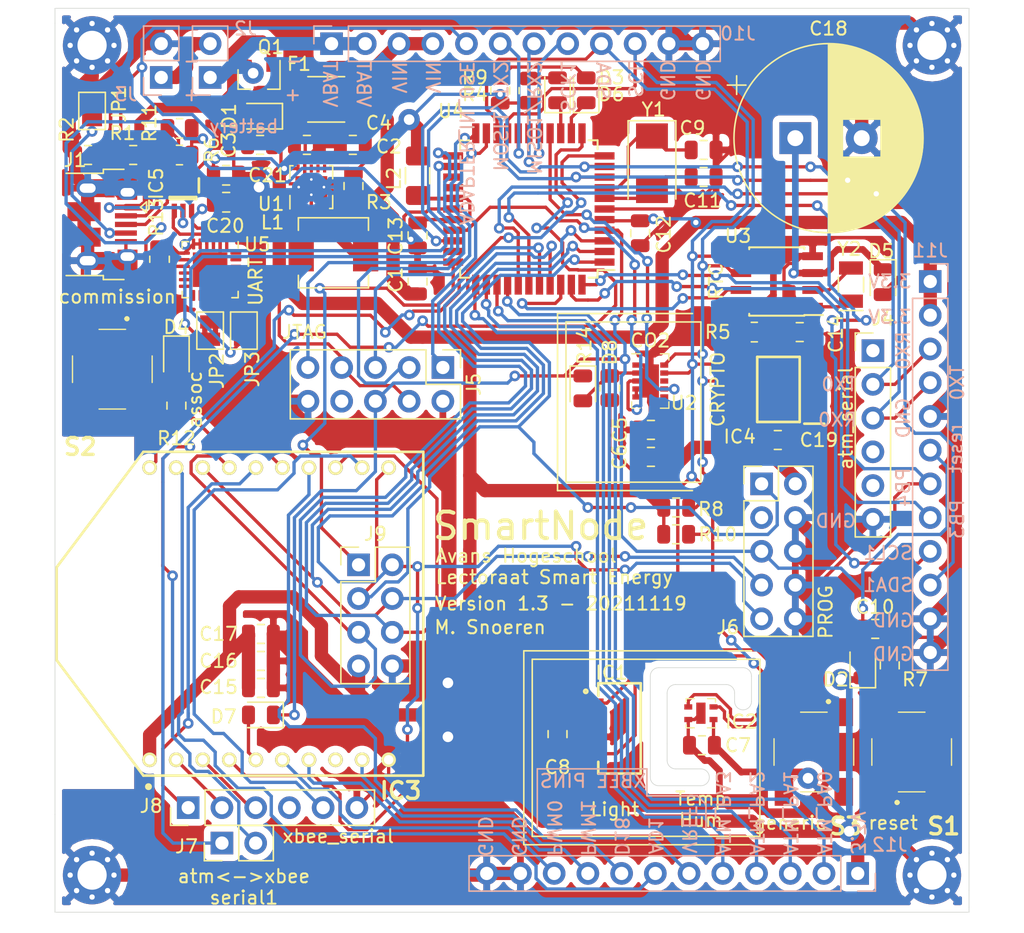
<source format=kicad_pcb>
(kicad_pcb (version 20171130) (host pcbnew "(5.1.9)-1")
  (title_block (title SmartNode) (date 2021-11-21) (rev 1.3) (company "Avans Hogeschool") (comment 1 "Lectoraat Smart Energy"))
  (layers (0 F.Cu signal) (31 B.Cu signal) (34 B.Paste user) (35 F.Paste user) (36 B.SilkS user) (37 F.SilkS user) (38 B.Mask user) (39 F.Mask user) (44 Edge.Cuts user))
  (net 0 "")
  (net 1 "Net-(C1-Pad1)")
  (net 2 "Net-(C2-Pad1)")
  (net 3 +3V3)
  (net 4 ATM_AREF)
  (net 5 V_USB)
  (net 6 LED_1)
  (net 7 "Net-(D4-Pad2)")
  (net 8 ATM_TXD_0)
  (net 9 ATM_RXD_0)
  (net 10 ATM_JTAG_TDI)
  (net 11 ATM_RESET)
  (net 12 ATM_JTAG_TMS)
  (net 13 ATM_JTAG_TDO)
  (net 14 ATM_JTAG_TCK)
  (net 15 ATM_MOSI)
  (net 16 ATM_SCK)
  (net 17 ATM_MISO)
  (net 18 "Net-(L1-Pad2)")
  (net 19 CO2_WAKE)
  (net 20 CO2_INT)
  (net 21 RTC_MFP)
  (net 22 GND)
  (net 23 "Net-(U2-Pad8)")
  (net 24 "Net-(C9-Pad1)")
  (net 25 "Net-(C11-Pad1)")
  (net 26 "Net-(C18-Pad1)")
  (net 27 V_IN)
  (net 28 "Net-(D3-Pad2)")
  (net 29 SCL)
  (net 30 SDA)
  (net 31 /Interface/V_BAT)
  (net 32 "Net-(J2-Pad2)")
  (net 33 "Net-(J4-Pad5)")
  (net 34 "Net-(J4-Pad4)")
  (net 35 "Net-(J4-Pad1)")
  (net 36 "Net-(J5-Pad8)")
  (net 37 "Net-(J6-Pad3)")
  (net 38 ATM_RXD_1)
  (net 39 ATM_TXD_1)
  (net 40 XBEE_UART_RTS)
  (net 41 "Net-(J8-Pad4)")
  (net 42 XBEE_UART_CTS)
  (net 43 /Communication/RF_IRQ)
  (net 44 XBEE_SPI_SSEL)
  (net 45 XBEE_SLEEP)
  (net 46 /Interface/ADAPTER_IN_USE)
  (net 47 /Interface/ATM_PA0)
  (net 48 /Interface/ATM_PA1)
  (net 49 /Interface/ATM_PA2)
  (net 50 /Interface/ATM_SCK_1)
  (net 51 /Interface/ATM_SDA_1)
  (net 52 /Interface/ATM_SCL_1)
  (net 53 XBEE_AD1)
  (net 54 XBEE_VREF)
  (net 55 /Interface/ATM_MOSI_1_TXD_2)
  (net 56 /Interface/ATM_MISO_1_RXD_2)
  (net 57 XBEE_D18)
  (net 58 XBEE_PWM0)
  (net 59 XBEE_PWM1)
  (net 60 "Net-(L1-Pad1)")
  (net 61 "Net-(IC3-Pad15)")
  (net 62 "Net-(IC3-Pad20)")
  (net 63 "Net-(U2-Pad4)")
  (net 64 "Net-(U3-Pad1)")
  (net 65 "Net-(U3-Pad2)")
  (net 66 "Net-(IC3-Pad8)")
  (net 67 "Net-(IC4-Pad1)")
  (net 68 "Net-(IC4-Pad2)")
  (net 69 "Net-(IC4-Pad3)")
  (net 70 "Net-(IC4-Pad7)")
  (net 71 FROM_XBEE_UART_TX)
  (net 72 FROM_XBEE_UART_RX)
  (net 73 /Interface/ATM_PA3)
  (net 74 /Interface/ATM_PB4)
  (net 75 /Interface/ATM_PB3)
  (net 76 "Net-(S1-Pad3)")
  (net 77 "Net-(S1-Pad1)")
  (net 78 "Net-(S2-Pad2)")
  (net 79 "Net-(S2-Pad4)")
  (net 80 "Net-(S3-Pad2)")
  (net 81 "Net-(S3-Pad4)")
  (net 82 LED_2)
  (net 83 "Net-(D6-Pad2)")
  (net 84 "Net-(U4-Pad25)")
  (net 85 "Net-(U4-Pad26)")
  (net 86 "Net-(U4-Pad32)")
  (net 87 "Net-(D7-Pad2)")
  (net 88 "Net-(D8-Pad2)")
  (net 89 USB_D+)
  (net 90 USB_D-)
  (net 91 "Net-(IC5-Pad4)")
  (net 92 "Net-(IC5-Pad6)")
  (net 93 "Net-(J1-Pad4)")
  (net 94 "Net-(JP2-Pad1)")
  (net 95 "Net-(JP3-Pad1)")
  (net 96 "Net-(R11-Pad2)")
  (net 97 "Net-(R13-Pad1)")
  (net 98 "Net-(U5-Pad1)")
  (net 99 "Net-(U5-Pad10)")
  (net 100 "Net-(U5-Pad11)")
  (net 101 "Net-(U5-Pad12)")
  (net 102 "Net-(U5-Pad13)")
  (net 103 "Net-(U5-Pad14)")
  (net 104 "Net-(U5-Pad15)")
  (net 105 "Net-(U5-Pad16)")
  (net 106 "Net-(U5-Pad17)")
  (net 107 "Net-(U5-Pad18)")
  (net 108 "Net-(U5-Pad19)")
  (net 109 "Net-(U5-Pad22)")
  (net 110 "Net-(U5-Pad23)")
  (net 111 "Net-(U5-Pad24)")
  (module Package_QFP:TQFP-44_10x10mm_P0.8mm (layer F.Cu) (at 199.136 93.726 180)
    (fp_text reference U4 (at 5.842 7.366 180) (layer F.SilkS))
    (fp_text value ATmega324PB-AU)
    (pad 1 smd rect (at -5.7 -4 180) (size 1.5 0.55) (layers F.Cu F.Paste F.Mask) (net 15 ATM_MOSI))
    (pad 2 smd rect (at -5.7 -3.2 180) (size 1.5 0.55) (layers F.Cu F.Paste F.Mask) (net 17 ATM_MISO))
    (pad 3 smd rect (at -5.7 -2.4 180) (size 1.5 0.55) (layers F.Cu F.Paste F.Mask) (net 16 ATM_SCK))
    (pad 4 smd rect (at -5.7 -1.6 180) (size 1.5 0.55) (layers F.Cu F.Paste F.Mask) (net 11 ATM_RESET))
    (pad 5 smd rect (at -5.7 -0.8 180) (size 1.5 0.55) (layers F.Cu F.Paste F.Mask) (net 3 +3V3))
    (pad 6 smd rect (at -5.7 0 180) (size 1.5 0.55) (layers F.Cu F.Paste F.Mask) (net 22 GND))
    (pad 7 smd rect (at -5.7 0.8 180) (size 1.5 0.55) (layers F.Cu F.Paste F.Mask) (net 25 "Net-(C11-Pad1)"))
    (pad 8 smd rect (at -5.7 1.6 180) (size 1.5 0.55) (layers F.Cu F.Paste F.Mask) (net 24 "Net-(C9-Pad1)"))
    (pad 9 smd rect (at -5.7 2.4 180) (size 1.5 0.55) (layers F.Cu F.Paste F.Mask) (net 9 ATM_RXD_0))
    (pad 10 smd rect (at -5.7 3.2 180) (size 1.5 0.55) (layers F.Cu F.Paste F.Mask) (net 8 ATM_TXD_0))
    (pad 11 smd rect (at -5.7 4 180) (size 1.5 0.55) (layers F.Cu F.Paste F.Mask) (net 38 ATM_RXD_1))
    (pad 12 smd rect (at -4 5.7 270) (size 1.5 0.55) (layers F.Cu F.Paste F.Mask) (net 39 ATM_TXD_1))
    (pad 13 smd rect (at -3.2 5.7 270) (size 1.5 0.55) (layers F.Cu F.Paste F.Mask) (net 6 LED_1))
    (pad 14 smd rect (at -2.4 5.7 270) (size 1.5 0.55) (layers F.Cu F.Paste F.Mask) (net 82 LED_2))
    (pad 15 smd rect (at -1.6 5.7 270) (size 1.5 0.55) (layers F.Cu F.Paste F.Mask) (net 19 CO2_WAKE))
    (pad 16 smd rect (at -0.8 5.7 270) (size 1.5 0.55) (layers F.Cu F.Paste F.Mask) (net 50 /Interface/ATM_SCK_1))
    (pad 17 smd rect (at 0 5.7 270) (size 1.5 0.55) (layers F.Cu F.Paste F.Mask) (net 56 /Interface/ATM_MISO_1_RXD_2))
    (pad 18 smd rect (at 0.8 5.7 270) (size 1.5 0.55) (layers F.Cu F.Paste F.Mask) (net 55 /Interface/ATM_MOSI_1_TXD_2))
    (pad 19 smd rect (at 1.6 5.7 270) (size 1.5 0.55) (layers F.Cu F.Paste F.Mask) (net 29 SCL))
    (pad 20 smd rect (at 2.4 5.7 270) (size 1.5 0.55) (layers F.Cu F.Paste F.Mask) (net 30 SDA))
    (pad 21 smd rect (at 3.2 5.7 270) (size 1.5 0.55) (layers F.Cu F.Paste F.Mask) (net 14 ATM_JTAG_TCK))
    (pad 22 smd rect (at 4 5.7 270) (size 1.5 0.55) (layers F.Cu F.Paste F.Mask) (net 12 ATM_JTAG_TMS))
    (pad 23 smd rect (at 5.7 4 180) (size 1.5 0.55) (layers F.Cu F.Paste F.Mask) (net 13 ATM_JTAG_TDO))
    (pad 24 smd rect (at 5.7 3.2 180) (size 1.5 0.55) (layers F.Cu F.Paste F.Mask) (net 10 ATM_JTAG_TDI))
    (pad 25 smd rect (at 5.7 2.4 180) (size 1.5 0.55) (layers F.Cu F.Paste F.Mask) (net 84 "Net-(U4-Pad25)"))
    (pad 26 smd rect (at 5.7 1.6 180) (size 1.5 0.55) (layers F.Cu F.Paste F.Mask) (net 85 "Net-(U4-Pad26)"))
    (pad 27 smd rect (at 5.7 0.8 180) (size 1.5 0.55) (layers F.Cu F.Paste F.Mask) (net 4 ATM_AREF))
    (pad 28 smd rect (at 5.7 0 180) (size 1.5 0.55) (layers F.Cu F.Paste F.Mask) (net 22 GND))
    (pad 29 smd rect (at 5.7 -0.8 180) (size 1.5 0.55) (layers F.Cu F.Paste F.Mask) (net 4 ATM_AREF))
    (pad 30 smd rect (at 5.7 -1.6 180) (size 1.5 0.55) (layers F.Cu F.Paste F.Mask) (net 20 CO2_INT))
    (pad 31 smd rect (at 5.7 -2.4 180) (size 1.5 0.55) (layers F.Cu F.Paste F.Mask) (net 46 /Interface/ADAPTER_IN_USE))
    (pad 32 smd rect (at 5.7 -3.2 180) (size 1.5 0.55) (layers F.Cu F.Paste F.Mask) (net 86 "Net-(U4-Pad32)"))
    (pad 33 smd rect (at 5.7 -4 180) (size 1.5 0.55) (layers F.Cu F.Paste F.Mask) (net 43 /Communication/RF_IRQ))
    (pad 34 smd rect (at 4 -5.7 270) (size 1.5 0.55) (layers F.Cu F.Paste F.Mask) (net 73 /Interface/ATM_PA3))
    (pad 35 smd rect (at 3.2 -5.7 270) (size 1.5 0.55) (layers F.Cu F.Paste F.Mask) (net 49 /Interface/ATM_PA2))
    (pad 36 smd rect (at 2.4 -5.7 270) (size 1.5 0.55) (layers F.Cu F.Paste F.Mask) (net 48 /Interface/ATM_PA1))
    (pad 37 smd rect (at 1.6 -5.7 270) (size 1.5 0.55) (layers F.Cu F.Paste F.Mask) (net 47 /Interface/ATM_PA0))
    (pad 38 smd rect (at 0.8 -5.7 270) (size 1.5 0.55) (layers F.Cu F.Paste F.Mask) (net 51 /Interface/ATM_SDA_1))
    (pad 39 smd rect (at 0 -5.7 270) (size 1.5 0.55) (layers F.Cu F.Paste F.Mask) (net 52 /Interface/ATM_SCL_1))
    (pad 40 smd rect (at -0.8 -5.7 270) (size 1.5 0.55) (layers F.Cu F.Paste F.Mask) (net 44 XBEE_SPI_SSEL))
    (pad 41 smd rect (at -1.6 -5.7 270) (size 1.5 0.55) (layers F.Cu F.Paste F.Mask) (net 45 XBEE_SLEEP))
    (pad 42 smd rect (at -2.4 -5.7 270) (size 1.5 0.55) (layers F.Cu F.Paste F.Mask) (net 21 RTC_MFP))
    (pad 43 smd rect (at -3.2 -5.7 270) (size 1.5 0.55) (layers F.Cu F.Paste F.Mask) (net 75 /Interface/ATM_PB3))
    (pad 44 smd rect (at -4 -5.7 270) (size 1.5 0.55) (layers F.Cu F.Paste F.Mask) (net 74 /Interface/ATM_PB4))
  )
  (module SamacSys_Parts:SOT65P210X110-6N (layer F.Cu) (at 173.086 92.903 270)
    (fp_text reference IC5 (at -1.082 2.017 90) (layer F.SilkS))
    (fp_text value NUF2221W1T2G hide)
    (pad 1 smd rect (at -0.95 -0.65) (size 0.4 1.05) (layers F.Cu F.Paste F.Mask) (net 89 USB_D+))
    (pad 2 smd rect (at -0.95 0) (size 0.4 1.05) (layers F.Cu F.Paste F.Mask) (net 22 GND))
    (pad 3 smd rect (at -0.95 0.65) (size 0.4 1.05) (layers F.Cu F.Paste F.Mask) (net 90 USB_D-))
    (pad 4 smd rect (at 0.95 0.65) (size 0.4 1.05) (layers F.Cu F.Paste F.Mask) (net 91 "Net-(IC5-Pad4)"))
    (pad 5 smd rect (at 0.95 0) (size 0.4 1.05) (layers F.Cu F.Paste F.Mask) (net 5 V_USB))
    (pad 6 smd rect (at 0.95 -0.65) (size 0.4 1.05) (layers F.Cu F.Paste F.Mask) (net 92 "Net-(IC5-Pad6)"))
  )
  (module Resistor_SMD:R_0805_2012Metric (layer F.Cu) (at 226.314 128.0945 90)
    (fp_text reference R7 (at -1.0645 1.905) (layer F.SilkS))
    (fp_text value 10k)
    (pad 2 smd roundrect (at 0.9375 0 90) (size 0.975 1.4) (layers F.Cu F.Paste F.Mask) (net 11 ATM_RESET))
    (pad 1 smd roundrect (at -0.9375 0 90) (size 0.975 1.4) (layers F.Cu F.Paste F.Mask) (net 3 +3V3))
  )
  (module Capacitor_SMD:C_0805_2012Metric (layer F.Cu) (at 190.754 99.187 90)
    (fp_text reference C1 (at 0.127 -1.651 270) (layer F.SilkS))
    (fp_text value 10uF)
    (pad 1 smd roundrect (at -0.9375 0 90) (size 0.975 1.4) (layers F.Cu F.Paste F.Mask) (net 1 "Net-(C1-Pad1)"))
    (pad 2 smd roundrect (at 0.9375 0 90) (size 0.975 1.4) (layers F.Cu F.Paste F.Mask) (net 22 GND))
  )
  (module Capacitor_SMD:C_0805_2012Metric (layer F.Cu) (at 185.8795 88.9 180)
    (fp_text reference C2 (at -2.7155 -0.127 180) (layer F.SilkS))
    (fp_text value 100nF)
    (pad 1 smd roundrect (at -0.9375 0 180) (size 0.975 1.4) (layers F.Cu F.Paste F.Mask) (net 2 "Net-(C2-Pad1)"))
    (pad 2 smd roundrect (at 0.9375 0 180) (size 0.975 1.4) (layers F.Cu F.Paste F.Mask) (net 22 GND))
  )
  (module Capacitor_SMD:C_0805_2012Metric (layer F.Cu) (at 178.8945 88.9 180)
    (fp_text reference C3 (at 2.3645 0 270) (layer F.SilkS))
    (fp_text value 10uF)
    (pad 2 smd roundrect (at 0.9375 0 180) (size 0.975 1.4) (layers F.Cu F.Paste F.Mask) (net 22 GND))
    (pad 1 smd roundrect (at -0.9375 0 180) (size 0.975 1.4) (layers F.Cu F.Paste F.Mask) (net 3 +3V3))
  )
  (module Capacitor_SMD:C_0805_2012Metric (layer F.Cu) (at 182.4205 88.9)
    (fp_text reference C4 (at 5.4125 -1.651 180) (layer F.SilkS))
    (fp_text value 10uF)
    (pad 1 smd roundrect (at -0.9375 0) (size 0.975 1.4) (layers F.Cu F.Paste F.Mask) (net 3 +3V3))
    (pad 2 smd roundrect (at 0.9375 0) (size 0.975 1.4) (layers F.Cu F.Paste F.Mask) (net 22 GND))
  )
  (module Capacitor_SMD:C_0805_2012Metric (layer F.Cu) (at 208.3285 110.363 180)
    (fp_text reference C5 (at 2.3345 0 270) (layer F.SilkS))
    (fp_text value 100nF)
    (pad 2 smd roundrect (at 0.9375 0 180) (size 0.975 1.4) (layers F.Cu F.Paste F.Mask) (net 22 GND))
    (pad 1 smd roundrect (at -0.9375 0 180) (size 0.975 1.4) (layers F.Cu F.Paste F.Mask) (net 3 +3V3))
  )
  (module Capacitor_SMD:C_0805_2012Metric (layer F.Cu) (at 208.3285 112.395 180)
    (fp_text reference C6 (at 2.3645 0 270) (layer F.SilkS))
    (fp_text value 1uF)
    (pad 1 smd roundrect (at -0.9375 0 180) (size 0.975 1.4) (layers F.Cu F.Paste F.Mask) (net 3 +3V3))
    (pad 2 smd roundrect (at 0.9375 0 180) (size 0.975 1.4) (layers F.Cu F.Paste F.Mask) (net 22 GND))
  )
  (module Capacitor_SMD:C_0805_2012Metric (layer F.Cu) (at 212.1685 134.112 180)
    (fp_text reference C7 (at -2.7155 0 180) (layer F.SilkS))
    (fp_text value 100nF)
    (pad 2 smd roundrect (at 0.9375 0 180) (size 0.975 1.4) (layers F.Cu F.Paste F.Mask) (net 22 GND))
    (pad 1 smd roundrect (at -0.9375 0 180) (size 0.975 1.4) (layers F.Cu F.Paste F.Mask) (net 3 +3V3))
  )
  (module Capacitor_SMD:C_0805_2012Metric (layer F.Cu) (at 201.295 133.2715 270)
    (fp_text reference C8 (at 2.4915 0 180) (layer F.SilkS))
    (fp_text value 100nF)
    (pad 2 smd roundrect (at 0.9375 0 270) (size 0.975 1.4) (layers F.Cu F.Paste F.Mask) (net 22 GND))
    (pad 1 smd roundrect (at -0.9375 0 270) (size 0.975 1.4) (layers F.Cu F.Paste F.Mask) (net 3 +3V3))
  )
  (module Capacitor_SMD:C_0805_2012Metric (layer F.Cu) (at 212.2955 89.281)
    (fp_text reference C9 (at -0.8405 -1.65) (layer F.SilkS))
    (fp_text value 22pF)
    (pad 2 smd roundrect (at 0.9375 0) (size 0.975 1.4) (layers F.Cu F.Paste F.Mask) (net 22 GND))
    (pad 1 smd roundrect (at -0.9375 0) (size 0.975 1.4) (layers F.Cu F.Paste F.Mask) (net 24 "Net-(C9-Pad1)"))
  )
  (module Capacitor_SMD:C_0805_2012Metric (layer F.Cu) (at 225.2195 125.349)
    (fp_text reference C10 (at 0 -1.651) (layer F.SilkS))
    (fp_text value 100nF)
    (pad 1 smd roundrect (at -0.9375 0) (size 0.975 1.4) (layers F.Cu F.Paste F.Mask) (net 11 ATM_RESET))
    (pad 2 smd roundrect (at 0.9375 0) (size 0.975 1.4) (layers F.Cu F.Paste F.Mask) (net 22 GND))
  )
  (module Capacitor_SMD:C_0805_2012Metric (layer F.Cu) (at 212.2955 91.313)
    (fp_text reference C11 (at -0.0785 1.778) (layer F.SilkS))
    (fp_text value 22pF)
    (pad 1 smd roundrect (at -0.9375 0) (size 0.975 1.4) (layers F.Cu F.Paste F.Mask) (net 25 "Net-(C11-Pad1)"))
    (pad 2 smd roundrect (at 0.9375 0) (size 0.975 1.4) (layers F.Cu F.Paste F.Mask) (net 22 GND))
  )
  (module Capacitor_SMD:C_0805_2012Metric (layer F.Cu) (at 207.518 95.5525 270)
    (fp_text reference C12 (at 0.0785 -1.778 270) (layer F.SilkS))
    (fp_text value 100nF)
    (pad 1 smd roundrect (at -0.9375 0 270) (size 0.975 1.4) (layers F.Cu F.Paste F.Mask) (net 3 +3V3))
    (pad 2 smd roundrect (at 0.9375 0 270) (size 0.975 1.4) (layers F.Cu F.Paste F.Mask) (net 22 GND))
  )
  (module Capacitor_SMD:C_0805_2012Metric (layer F.Cu) (at 190.754 95.7095 270)
    (fp_text reference C13 (at 0.0485 1.651 270) (layer F.SilkS))
    (fp_text value 100nF)
    (pad 2 smd roundrect (at 0.9375 0 270) (size 0.975 1.4) (layers F.Cu F.Paste F.Mask) (net 22 GND))
    (pad 1 smd roundrect (at -0.9375 0 270) (size 0.975 1.4) (layers F.Cu F.Paste F.Mask) (net 4 ATM_AREF))
  )
  (module Capacitor_SMD:C_0805_2012Metric (layer F.Cu) (at 219.5345 102.997)
    (fp_text reference C14 (at 2.7155 0.127 270) (layer F.SilkS))
    (fp_text value 100nF)
    (pad 2 smd roundrect (at 0.9375 0) (size 0.975 1.4) (layers F.Cu F.Paste F.Mask) (net 22 GND))
    (pad 1 smd roundrect (at -0.9375 0) (size 0.975 1.4) (layers F.Cu F.Paste F.Mask) (net 3 +3V3))
  )
  (module Capacitor_SMD:C_0805_2012Metric (layer F.Cu) (at 178.958 129.794)
    (fp_text reference C15 (at -3.19 -0.0635) (layer F.SilkS))
    (fp_text value 8.2pF)
    (pad 2 smd roundrect (at 0.9375 0) (size 0.975 1.4) (layers F.Cu F.Paste F.Mask) (net 22 GND))
    (pad 1 smd roundrect (at -0.9375 0) (size 0.975 1.4) (layers F.Cu F.Paste F.Mask) (net 3 +3V3))
  )
  (module Capacitor_SMD:C_0805_2012Metric (layer F.Cu) (at 178.958 127.762)
    (fp_text reference C16 (at -3.19 0) (layer F.SilkS))
    (fp_text value 1uF)
    (pad 1 smd roundrect (at -0.9375 0) (size 0.975 1.4) (layers F.Cu F.Paste F.Mask) (net 3 +3V3))
    (pad 2 smd roundrect (at 0.9375 0) (size 0.975 1.4) (layers F.Cu F.Paste F.Mask) (net 22 GND))
  )
  (module Capacitor_SMD:C_0805_2012Metric (layer F.Cu) (at 178.958 125.73)
    (fp_text reference C17 (at -3.19 0) (layer F.SilkS))
    (fp_text value 10uF)
    (pad 1 smd roundrect (at -0.9375 0) (size 0.975 1.4) (layers F.Cu F.Paste F.Mask) (net 3 +3V3))
    (pad 2 smd roundrect (at 0.9375 0) (size 0.975 1.4) (layers F.Cu F.Paste F.Mask) (net 22 GND))
  )
  (module Capacitor_THT:CP_Radial_D14.0mm_P5.00mm (layer F.Cu) (at 219.202 88.392)
    (fp_text reference C18 (at 2.5 -8.25) (layer F.SilkS))
    (fp_text value 1F)
    (pad 1 thru_hole rect (at 0 0) (size 2.4 2.4) (drill 1.2) (layers *.Cu *.Mask) (net 26 "Net-(C18-Pad1)"))
    (pad 2 thru_hole circle (at 5 0) (size 2.4 2.4) (drill 1.2) (layers *.Cu *.Mask) (net 22 GND))
  )
  (module Diode_SMD:D_0805_2012Metric (layer F.Cu) (at 178.8945 86.741 180)
    (fp_text reference D1 (at 2.3345 0 270) (layer F.SilkS))
    (fp_text value D_Small)
    (pad 2 smd roundrect (at 0.9375 0 180) (size 0.975 1.4) (layers F.Cu F.Paste F.Mask) (net 5 V_USB))
    (pad 1 smd roundrect (at -0.9375 0 180) (size 0.975 1.4) (layers F.Cu F.Paste F.Mask) (net 27 V_IN))
  )
  (module Diode_SMD:D_0805_2012Metric (layer F.Cu) (at 224.282 128.0945 90)
    (fp_text reference D2 (at -1.0645 -2.032) (layer F.SilkS))
    (fp_text value D_Small)
    (pad 1 smd roundrect (at -0.9375 0 90) (size 0.975 1.4) (layers F.Cu F.Paste F.Mask) (net 3 +3V3))
    (pad 2 smd roundrect (at 0.9375 0 90) (size 0.975 1.4) (layers F.Cu F.Paste F.Mask) (net 11 ATM_RESET))
  )
  (module LED_SMD:LED_0805_2012Metric (layer F.Cu) (at 203.454 84.7875 90)
    (fp_text reference D3 (at 0.9675 1.905) (layer F.SilkS))
    (fp_text value RED)
    (pad 2 smd roundrect (at 0.9375 0 90) (size 0.975 1.4) (layers F.Cu F.Paste F.Mask) (net 28 "Net-(D3-Pad2)"))
    (pad 1 smd roundrect (at -0.9375 0 90) (size 0.975 1.4) (layers F.Cu F.Paste F.Mask) (net 6 LED_1))
  )
  (module LED_SMD:LED_0805_2012Metric (layer F.Cu) (at 172.593 104.9805 270)
    (fp_text reference D4 (at -2.3645 0) (layer F.SilkS))
    (fp_text value "ASSOCIATION LED")
    (pad 1 smd roundrect (at -0.9375 0 270) (size 0.975 1.4) (layers F.Cu F.Paste F.Mask) (net 22 GND))
    (pad 2 smd roundrect (at 0.9375 0 270) (size 0.975 1.4) (layers F.Cu F.Paste F.Mask) (net 7 "Net-(D4-Pad2)"))
  )
  (module Diode_SMD:D_0805_2012Metric (layer F.Cu) (at 225.806 99.2355 270)
    (fp_text reference D5 (at -2.3345 0.127) (layer F.SilkS))
    (fp_text value D_Small)
    (pad 1 smd roundrect (at -0.9375 0 270) (size 0.975 1.4) (layers F.Cu F.Paste F.Mask) (net 26 "Net-(C18-Pad1)"))
    (pad 2 smd roundrect (at 0.9375 0 270) (size 0.975 1.4) (layers F.Cu F.Paste F.Mask) (net 3 +3V3))
  )
  (module Fuse:Fuse_1812_4532Metric (layer F.Cu) (at 183.8745 85.471 180)
    (fp_text reference F1 (at 2.0535 2.667 180) (layer F.SilkS))
    (fp_text value Polyfuse_Small)
    (pad 1 smd roundrect (at -2.1375 0 180) (size 1.125 3.4) (layers F.Cu F.Paste F.Mask) (roundrect_rratio 0.2222195555555556) (net 1 "Net-(C1-Pad1)"))
    (pad 2 smd roundrect (at 2.1375 0 180) (size 1.125 3.4) (layers F.Cu F.Paste F.Mask) (roundrect_rratio 0.2222195555555556) (net 27 V_IN))
  )
  (module Package_DFN_QFN:AMS_QFN-4-1EP_2x2mm_P0.95mm_EP0.7x1.6mm (layer F.Cu) (at 212.09 131.699 180)
    (fp_text reference IC2 (at -3.048 -0.635) (layer F.SilkS))
    (fp_text value SHTC3)
    (pad 5 smd rect (at 0 0 180) (size 0.7 1.6) (layers F.Cu F.Mask) (net 22 GND))
    (pad 4 smd rect (at 0.95 -0.475 180) (size 0.6 0.4) (layers F.Cu F.Paste F.Mask) (net 22 GND))
    (pad 2 smd rect (at -0.95 0.475 180) (size 0.6 0.4) (layers F.Cu F.Paste F.Mask) (net 29 SCL))
    (pad 1 smd rect (at -0.95 -0.475 180) (size 0.6 0.4) (layers F.Cu F.Paste F.Mask) (net 3 +3V3))
    (pad 3 smd rect (at 0.95 0.475 180) (size 0.6 0.4) (layers F.Cu F.Paste F.Mask) (net 30 SDA))
  )
  (module Connector_USB:USB_Micro-B_Amphenol_10103594-0001LF_Horizontal (layer F.Cu) (at 167.025 94.915 270)
    (fp_text reference J1 (at -4.872 2.052) (layer F.SilkS))
    (fp_text value USB_B_Micro)
    (pad 6 smd rect (at 2.725 0.185 270) (size 1.35 2) (layers F.Cu F.Paste F.Mask) (net 22 GND))
    (pad 6 smd rect (at -2.755 0.185 270) (size 1.35 2) (layers F.Cu F.Paste F.Mask) (net 22 GND))
    (pad 6 smd rect (at -2.975 -0.565 270) (size 1.825 0.7) (layers F.Cu F.Paste F.Mask) (net 22 GND))
    (pad 6 smd rect (at 2.975 -0.565 270) (size 1.825 0.7) (layers F.Cu F.Paste F.Mask) (net 22 GND))
    (pad 6 smd rect (at -2.875 -1.865 270) (size 2 1.5) (layers F.Cu F.Paste F.Mask) (net 22 GND))
    (pad 6 smd rect (at 2.875 -1.885 270) (size 2 1.5) (layers F.Cu F.Paste F.Mask) (net 22 GND))
    (pad 1 smd rect (at -1.325 -1.765) (size 1.65 0.4) (layers F.Cu F.Paste F.Mask) (net 5 V_USB))
    (pad 2 smd rect (at -0.675 -1.765) (size 1.65 0.4) (layers F.Cu F.Paste F.Mask) (net 90 USB_D-))
    (pad 3 smd rect (at -0.025 -1.765) (size 1.65 0.4) (layers F.Cu F.Paste F.Mask) (net 89 USB_D+))
    (pad 4 smd rect (at 0.625 -1.765) (size 1.65 0.4) (layers F.Cu F.Paste F.Mask) (net 93 "Net-(J1-Pad4)"))
    (pad 5 smd rect (at 1.275 -1.765) (size 1.65 0.4) (layers F.Cu F.Paste F.Mask) (net 22 GND))
    (pad 6 thru_hole oval (at -2.445 -1.885) (size 1.5 1.1) (drill oval 1.05 0.65) (layers *.Cu *.Mask) (net 22 GND))
    (pad 6 thru_hole oval (at 2.395 -1.885) (size 1.5 1.1) (drill oval 1.05 0.65) (layers *.Cu *.Mask) (net 22 GND))
    (pad 6 thru_hole oval (at -2.755 1.115) (size 1.7 1.35) (drill oval 1.2 0.7) (layers *.Cu *.Mask) (net 22 GND))
    (pad 6 thru_hole oval (at 2.705 1.115) (size 1.7 1.35) (drill oval 1.2 0.7) (layers *.Cu *.Mask) (net 22 GND))
    (pad 6 smd rect (at -0.985 1.385) (size 2.5 1.43) (layers F.Cu F.Paste F.Mask) (net 22 GND))
    (pad 6 smd rect (at 0.935 1.385) (size 2.5 1.43) (layers F.Cu F.Paste F.Mask) (net 22 GND))
  )
  (module Connector_PinHeader_2.54mm:PinHeader_1x02_P2.54mm_Vertical (layer B.Cu) (at 175.133 83.82)
    (fp_text reference J2 (at 2.667 -3.683) (layer B.SilkS) (effects (justify mirror)))
    (fp_text value BAT_1)
    (pad 1 thru_hole rect (at 0 0) (size 1.7 1.7) (drill 1) (layers *.Cu *.Mask) (net 31 /Interface/V_BAT))
    (pad 2 thru_hole oval (at 0 -2.54) (size 1.7 1.7) (drill 1) (layers *.Cu *.Mask) (net 32 "Net-(J2-Pad2)"))
  )
  (module Connector_PinHeader_2.54mm:PinHeader_1x02_P2.54mm_Vertical (layer B.Cu) (at 171.45 83.82)
    (fp_text reference J3 (at -2.667 1.27) (layer B.SilkS) (effects (justify mirror)))
    (fp_text value BAT_2)
    (pad 2 thru_hole oval (at 0 -2.54) (size 1.7 1.7) (drill 1) (layers *.Cu *.Mask) (net 22 GND))
    (pad 1 thru_hole rect (at 0 0) (size 1.7 1.7) (drill 1) (layers *.Cu *.Mask) (net 32 "Net-(J2-Pad2)"))
  )
  (module Connector_PinHeader_2.54mm:PinHeader_1x06_P2.54mm_Vertical (layer F.Cu) (at 225.044 104.394)
    (fp_text reference J4 (at 0.762 -2.413) (layer F.SilkS))
    (fp_text value Conn_01x06_Male)
    (pad 6 thru_hole oval (at 0 12.7) (size 1.7 1.7) (drill 1) (layers *.Cu *.Mask) (net 22 GND))
    (pad 5 thru_hole oval (at 0 10.16) (size 1.7 1.7) (drill 1) (layers *.Cu *.Mask) (net 33 "Net-(J4-Pad5)"))
    (pad 4 thru_hole oval (at 0 7.62) (size 1.7 1.7) (drill 1) (layers *.Cu *.Mask) (net 34 "Net-(J4-Pad4)"))
    (pad 3 thru_hole oval (at 0 5.08) (size 1.7 1.7) (drill 1) (layers *.Cu *.Mask) (net 9 ATM_RXD_0))
    (pad 2 thru_hole oval (at 0 2.54) (size 1.7 1.7) (drill 1) (layers *.Cu *.Mask) (net 8 ATM_TXD_0))
    (pad 1 thru_hole rect (at 0 0) (size 1.7 1.7) (drill 1) (layers *.Cu *.Mask) (net 35 "Net-(J4-Pad1)"))
  )
  (module Connector_PinHeader_2.54mm:PinHeader_2x05_P2.54mm_Vertical (layer F.Cu) (at 192.659 105.664 270)
    (fp_text reference J5 (at 1.27 -2.33 270) (layer F.SilkS))
    (fp_text value Conn_02x05_Odd_Even)
    (pad 1 thru_hole rect (at 0 0 270) (size 1.7 1.7) (drill 1) (layers *.Cu *.Mask) (net 14 ATM_JTAG_TCK))
    (pad 2 thru_hole oval (at 2.54 0 270) (size 1.7 1.7) (drill 1) (layers *.Cu *.Mask) (net 22 GND))
    (pad 3 thru_hole oval (at 0 2.54 270) (size 1.7 1.7) (drill 1) (layers *.Cu *.Mask) (net 13 ATM_JTAG_TDO))
    (pad 4 thru_hole oval (at 2.54 2.54 270) (size 1.7 1.7) (drill 1) (layers *.Cu *.Mask) (net 3 +3V3))
    (pad 5 thru_hole oval (at 0 5.08 270) (size 1.7 1.7) (drill 1) (layers *.Cu *.Mask) (net 12 ATM_JTAG_TMS))
    (pad 6 thru_hole oval (at 2.54 5.08 270) (size 1.7 1.7) (drill 1) (layers *.Cu *.Mask) (net 11 ATM_RESET))
    (pad 7 thru_hole oval (at 0 7.62 270) (size 1.7 1.7) (drill 1) (layers *.Cu *.Mask) (net 3 +3V3))
    (pad 8 thru_hole oval (at 2.54 7.62 270) (size 1.7 1.7) (drill 1) (layers *.Cu *.Mask) (net 36 "Net-(J5-Pad8)"))
    (pad 9 thru_hole oval (at 0 10.16 270) (size 1.7 1.7) (drill 1) (layers *.Cu *.Mask) (net 10 ATM_JTAG_TDI))
    (pad 10 thru_hole oval (at 2.54 10.16 270) (size 1.7 1.7) (drill 1) (layers *.Cu *.Mask) (net 22 GND))
  )
  (module Connector_PinHeader_2.54mm:PinHeader_2x05_P2.54mm_Vertical (layer F.Cu) (at 216.662 114.427)
    (fp_text reference J6 (at -2.54 10.795) (layer F.SilkS))
    (fp_text value Conn_02x05_Odd_Even)
    (pad 10 thru_hole oval (at 2.54 10.16) (size 1.7 1.7) (drill 1) (layers *.Cu *.Mask) (net 22 GND))
    (pad 9 thru_hole oval (at 0 10.16) (size 1.7 1.7) (drill 1) (layers *.Cu *.Mask) (net 17 ATM_MISO))
    (pad 8 thru_hole oval (at 2.54 7.62) (size 1.7 1.7) (drill 1) (layers *.Cu *.Mask) (net 22 GND))
    (pad 7 thru_hole oval (at 0 7.62) (size 1.7 1.7) (drill 1) (layers *.Cu *.Mask) (net 16 ATM_SCK))
    (pad 6 thru_hole oval (at 2.54 5.08) (size 1.7 1.7) (drill 1) (layers *.Cu *.Mask) (net 22 GND))
    (pad 5 thru_hole oval (at 0 5.08) (size 1.7 1.7) (drill 1) (layers *.Cu *.Mask) (net 11 ATM_RESET))
    (pad 4 thru_hole oval (at 2.54 2.54) (size 1.7 1.7) (drill 1) (layers *.Cu *.Mask) (net 22 GND))
    (pad 3 thru_hole oval (at 0 2.54) (size 1.7 1.7) (drill 1) (layers *.Cu *.Mask) (net 37 "Net-(J6-Pad3)"))
    (pad 2 thru_hole oval (at 2.54 0) (size 1.7 1.7) (drill 1) (layers *.Cu *.Mask) (net 3 +3V3))
    (pad 1 thru_hole rect (at 0 0) (size 1.7 1.7) (drill 1) (layers *.Cu *.Mask) (net 15 ATM_MOSI))
  )
  (module Connector_PinHeader_2.54mm:PinHeader_1x02_P2.54mm_Vertical (layer F.Cu) (at 176.022 141.478 90)
    (fp_text reference J7 (at -0.254 -2.667 180) (layer F.SilkS))
    (fp_text value Conn_01x02_Male)
    (pad 1 thru_hole rect (at 0 0 90) (size 1.7 1.7) (drill 1) (layers *.Cu *.Mask) (net 38 ATM_RXD_1))
    (pad 2 thru_hole oval (at 0 2.54 90) (size 1.7 1.7) (drill 1) (layers *.Cu *.Mask) (net 39 ATM_TXD_1))
  )
  (module Connector_PinHeader_2.54mm:PinHeader_1x06_P2.54mm_Vertical (layer F.Cu) (at 173.482 138.811 90)
    (fp_text reference J8 (at 0.127 -2.794 180) (layer F.SilkS))
    (fp_text value Conn_01x06_Male)
    (pad 1 thru_hole rect (at 0 0 90) (size 1.7 1.7) (drill 1) (layers *.Cu *.Mask) (net 40 XBEE_UART_RTS))
    (pad 2 thru_hole oval (at 0 2.54 90) (size 1.7 1.7) (drill 1) (layers *.Cu *.Mask) (net 71 FROM_XBEE_UART_TX))
    (pad 3 thru_hole oval (at 0 5.08 90) (size 1.7 1.7) (drill 1) (layers *.Cu *.Mask) (net 72 FROM_XBEE_UART_RX))
    (pad 4 thru_hole oval (at 0 7.62 90) (size 1.7 1.7) (drill 1) (layers *.Cu *.Mask) (net 41 "Net-(J8-Pad4)"))
    (pad 5 thru_hole oval (at 0 10.16 90) (size 1.7 1.7) (drill 1) (layers *.Cu *.Mask) (net 42 XBEE_UART_CTS))
    (pad 6 thru_hole oval (at 0 12.7 90) (size 1.7 1.7) (drill 1) (layers *.Cu *.Mask) (net 22 GND))
  )
  (module Connector_PinHeader_2.54mm:PinHeader_2x04_P2.54mm_Vertical (layer F.Cu) (at 186.309 120.523)
    (fp_text reference J9 (at 1.27 -2.33) (layer F.SilkS))
    (fp_text value Conn_02x04_Odd_Even)
    (pad 1 thru_hole rect (at 0 0) (size 1.7 1.7) (drill 1) (layers *.Cu *.Mask) (net 43 /Communication/RF_IRQ))
    (pad 2 thru_hole oval (at 2.54 0) (size 1.7 1.7) (drill 1) (layers *.Cu *.Mask) (net 17 ATM_MISO))
    (pad 3 thru_hole oval (at 0 2.54) (size 1.7 1.7) (drill 1) (layers *.Cu *.Mask) (net 15 ATM_MOSI))
    (pad 4 thru_hole oval (at 2.54 2.54) (size 1.7 1.7) (drill 1) (layers *.Cu *.Mask) (net 16 ATM_SCK))
    (pad 5 thru_hole oval (at 0 5.08) (size 1.7 1.7) (drill 1) (layers *.Cu *.Mask) (net 44 XBEE_SPI_SSEL))
    (pad 6 thru_hole oval (at 2.54 5.08) (size 1.7 1.7) (drill 1) (layers *.Cu *.Mask) (net 45 XBEE_SLEEP))
    (pad 7 thru_hole oval (at 0 7.62) (size 1.7 1.7) (drill 1) (layers *.Cu *.Mask) (net 3 +3V3))
    (pad 8 thru_hole oval (at 2.54 7.62) (size 1.7 1.7) (drill 1) (layers *.Cu *.Mask) (net 22 GND))
  )
  (module Connector_PinHeader_2.54mm:PinHeader_1x12_P2.54mm_Vertical (layer B.Cu) (at 184.277 81.28 270)
    (fp_text reference J10 (at -0.762 -30.607) (layer B.SilkS) (effects (justify mirror)))
    (fp_text value PANTS_1)
    (pad 12 thru_hole oval (at 0 -27.94 270) (size 1.7 1.7) (drill 1) (layers *.Cu *.Mask) (net 22 GND))
    (pad 11 thru_hole oval (at 0 -25.4 270) (size 1.7 1.7) (drill 1) (layers *.Cu *.Mask) (net 22 GND))
    (pad 10 thru_hole oval (at 0 -22.86 270) (size 1.7 1.7) (drill 1) (layers *.Cu *.Mask) (net 29 SCL))
    (pad 9 thru_hole oval (at 0 -20.32 270) (size 1.7 1.7) (drill 1) (layers *.Cu *.Mask) (net 30 SDA))
    (pad 8 thru_hole oval (at 0 -17.78 270) (size 1.7 1.7) (drill 1) (layers *.Cu *.Mask) (net 50 /Interface/ATM_SCK_1))
    (pad 7 thru_hole oval (at 0 -15.24 270) (size 1.7 1.7) (drill 1) (layers *.Cu *.Mask) (net 56 /Interface/ATM_MISO_1_RXD_2))
    (pad 6 thru_hole oval (at 0 -12.7 270) (size 1.7 1.7) (drill 1) (layers *.Cu *.Mask) (net 55 /Interface/ATM_MOSI_1_TXD_2))
    (pad 5 thru_hole oval (at 0 -10.16 270) (size 1.7 1.7) (drill 1) (layers *.Cu *.Mask) (net 46 /Interface/ADAPTER_IN_USE))
    (pad 4 thru_hole oval (at 0 -7.62 270) (size 1.7 1.7) (drill 1) (layers *.Cu *.Mask) (net 27 V_IN))
    (pad 3 thru_hole oval (at 0 -5.08 270) (size 1.7 1.7) (drill 1) (layers *.Cu *.Mask) (net 27 V_IN))
    (pad 2 thru_hole oval (at 0 -2.54 270) (size 1.7 1.7) (drill 1) (layers *.Cu *.Mask) (net 31 /Interface/V_BAT))
    (pad 1 thru_hole rect (at 0 0 270) (size 1.7 1.7) (drill 1) (layers *.Cu *.Mask) (net 31 /Interface/V_BAT))
  )
  (module Connector_PinHeader_2.54mm:PinHeader_1x12_P2.54mm_Vertical (layer B.Cu) (at 229.362 99.187 180)
    (fp_text reference J11 (at 0 2.33 180) (layer B.SilkS) (effects (justify mirror)))
    (fp_text value PANTS_3)
    (pad 1 thru_hole rect (at 0 0 180) (size 1.7 1.7) (drill 1) (layers *.Cu *.Mask) (net 3 +3V3))
    (pad 2 thru_hole oval (at 0 -2.54 180) (size 1.7 1.7) (drill 1) (layers *.Cu *.Mask) (net 3 +3V3))
    (pad 3 thru_hole oval (at 0 -5.08 180) (size 1.7 1.7) (drill 1) (layers *.Cu *.Mask) (net 8 ATM_TXD_0))
    (pad 4 thru_hole oval (at 0 -7.62 180) (size 1.7 1.7) (drill 1) (layers *.Cu *.Mask) (net 9 ATM_RXD_0))
    (pad 5 thru_hole oval (at 0 -10.16 180) (size 1.7 1.7) (drill 1) (layers *.Cu *.Mask) (net 22 GND))
    (pad 6 thru_hole oval (at 0 -12.7 180) (size 1.7 1.7) (drill 1) (layers *.Cu *.Mask) (net 11 ATM_RESET))
    (pad 7 thru_hole oval (at 0 -15.24 180) (size 1.7 1.7) (drill 1) (layers *.Cu *.Mask) (net 74 /Interface/ATM_PB4))
    (pad 8 thru_hole oval (at 0 -17.78 180) (size 1.7 1.7) (drill 1) (layers *.Cu *.Mask) (net 75 /Interface/ATM_PB3))
    (pad 9 thru_hole oval (at 0 -20.32 180) (size 1.7 1.7) (drill 1) (layers *.Cu *.Mask) (net 52 /Interface/ATM_SCL_1))
    (pad 10 thru_hole oval (at 0 -22.86 180) (size 1.7 1.7) (drill 1) (layers *.Cu *.Mask) (net 51 /Interface/ATM_SDA_1))
    (pad 11 thru_hole oval (at 0 -25.4 180) (size 1.7 1.7) (drill 1) (layers *.Cu *.Mask) (net 22 GND))
    (pad 12 thru_hole oval (at 0 -27.94 180) (size 1.7 1.7) (drill 1) (layers *.Cu *.Mask) (net 22 GND))
  )
  (module Connector_PinHeader_2.54mm:PinHeader_1x12_P2.54mm_Vertical (layer B.Cu) (at 223.901 143.764 90)
    (fp_text reference J12 (at 2.159 2.413) (layer B.SilkS) (effects (justify mirror)))
    (fp_text value PANTS_4)
    (pad 1 thru_hole rect (at 0 0 90) (size 1.7 1.7) (drill 1) (layers *.Cu *.Mask) (net 3 +3V3))
    (pad 2 thru_hole oval (at 0 -2.54 90) (size 1.7 1.7) (drill 1) (layers *.Cu *.Mask) (net 47 /Interface/ATM_PA0))
    (pad 3 thru_hole oval (at 0 -5.08 90) (size 1.7 1.7) (drill 1) (layers *.Cu *.Mask) (net 48 /Interface/ATM_PA1))
    (pad 4 thru_hole oval (at 0 -7.62 90) (size 1.7 1.7) (drill 1) (layers *.Cu *.Mask) (net 49 /Interface/ATM_PA2))
    (pad 5 thru_hole oval (at 0 -10.16 90) (size 1.7 1.7) (drill 1) (layers *.Cu *.Mask) (net 73 /Interface/ATM_PA3))
    (pad 6 thru_hole oval (at 0 -12.7 90) (size 1.7 1.7) (drill 1) (layers *.Cu *.Mask) (net 54 XBEE_VREF))
    (pad 7 thru_hole oval (at 0 -15.24 90) (size 1.7 1.7) (drill 1) (layers *.Cu *.Mask) (net 53 XBEE_AD1))
    (pad 8 thru_hole oval (at 0 -17.78 90) (size 1.7 1.7) (drill 1) (layers *.Cu *.Mask) (net 57 XBEE_D18))
    (pad 9 thru_hole oval (at 0 -20.32 90) (size 1.7 1.7) (drill 1) (layers *.Cu *.Mask) (net 59 XBEE_PWM1))
    (pad 10 thru_hole oval (at 0 -22.86 90) (size 1.7 1.7) (drill 1) (layers *.Cu *.Mask) (net 58 XBEE_PWM0))
    (pad 11 thru_hole oval (at 0 -25.4 90) (size 1.7 1.7) (drill 1) (layers *.Cu *.Mask) (net 22 GND))
    (pad 12 thru_hole oval (at 0 -27.94 90) (size 1.7 1.7) (drill 1) (layers *.Cu *.Mask) (net 22 GND))
  )
  (module Inductor_SMD:L_Vishay_IHLP-2020 (layer F.Cu) (at 184.4175 97.028 180)
    (fp_text reference L1 (at 4.5855 2.286 180) (layer F.SilkS))
    (fp_text value "2.2uH @ 2,5A")
    (pad 1 smd rect (at -2.4265 0 180) (size 1.903 2.79) (layers F.Cu F.Paste F.Mask) (net 60 "Net-(L1-Pad1)"))
    (pad 2 smd rect (at 2.4265 0 180) (size 1.903 2.79) (layers F.Cu F.Paste F.Mask) (net 18 "Net-(L1-Pad2)"))
  )
  (module Inductor_SMD:L_1206_3216Metric_Pad1.42x1.75mm_HandSolder (layer F.Cu) (at 190.754 91.2225 270)
    (fp_text reference L2 (at 0.2175 1.778 90) (layer F.SilkS))
    (fp_text value 4.7uH)
    (pad 1 smd roundrect (at -1.4875 0 270) (size 1.425 1.75) (layers F.Cu F.Paste F.Mask) (roundrect_rratio 0.1754385964912281) (net 3 +3V3))
    (pad 2 smd roundrect (at 1.4875 0 270) (size 1.425 1.75) (layers F.Cu F.Paste F.Mask) (roundrect_rratio 0.1754385964912281) (net 4 ATM_AREF))
  )
  (module Package_TO_SOT_SMD:SOT-23 (layer F.Cu) (at 178.816 83.947 270)
    (fp_text reference Q1 (at -2.413 -0.889 180) (layer F.SilkS))
    (fp_text value DMG2301L)
    (pad 3 smd rect (at 1 0 270) (size 0.9 0.8) (layers F.Cu F.Paste F.Mask) (net 27 V_IN))
    (pad 2 smd rect (at -1 0.95 270) (size 0.9 0.8) (layers F.Cu F.Paste F.Mask) (net 31 /Interface/V_BAT))
    (pad 1 smd rect (at -1 -0.95 270) (size 0.9 0.8) (layers F.Cu F.Paste F.Mask) (net 5 V_USB))
  )
  (module Resistor_SMD:R_0805_2012Metric (layer F.Cu) (at 169.3395 89.662)
    (fp_text reference R1 (at -0.8105 -1.651) (layer F.SilkS))
    (fp_text value 100k)
    (pad 2 smd roundrect (at 0.9375 0) (size 0.975 1.4) (layers F.Cu F.Paste F.Mask) (net 5 V_USB))
    (pad 1 smd roundrect (at -0.9375 0) (size 0.975 1.4) (layers F.Cu F.Paste F.Mask) (net 46 /Interface/ADAPTER_IN_USE))
  )
  (module Resistor_SMD:R_0805_2012Metric (layer F.Cu) (at 165.9405 89.662)
    (fp_text reference R2 (at -1.6025 -1.905 90) (layer F.SilkS))
    (fp_text value 200k)
    (pad 1 smd roundrect (at -0.9375 0) (size 0.975 1.4) (layers F.Cu F.Paste F.Mask) (net 22 GND))
    (pad 2 smd roundrect (at 0.9375 0) (size 0.975 1.4) (layers F.Cu F.Paste F.Mask) (net 46 /Interface/ADAPTER_IN_USE))
  )
  (module Resistor_SMD:R_0805_2012Metric (layer F.Cu) (at 185.928 91.9965 270)
    (fp_text reference R3 (at 1.2215 -1.905) (layer F.SilkS))
    (fp_text value 100)
    (pad 2 smd roundrect (at 0.9375 0 270) (size 0.975 1.4) (layers F.Cu F.Paste F.Mask) (net 1 "Net-(C1-Pad1)"))
    (pad 1 smd roundrect (at -0.9375 0 270) (size 0.975 1.4) (layers F.Cu F.Paste F.Mask) (net 2 "Net-(C2-Pad1)"))
  )
  (module Resistor_SMD:R_0805_2012Metric (layer F.Cu) (at 210.2335 116.205)
    (fp_text reference R8 (at 2.6185 0.127) (layer F.SilkS))
    (fp_text value 2.2k)
    (pad 1 smd roundrect (at -0.9375 0) (size 0.975 1.4) (layers F.Cu F.Paste F.Mask) (net 3 +3V3))
    (pad 2 smd roundrect (at 0.9375 0) (size 0.975 1.4) (layers F.Cu F.Paste F.Mask) (net 30 SDA))
  )
  (module Resistor_SMD:R_0805_2012Metric (layer F.Cu) (at 196.977 84.8083 270)
    (fp_text reference R9 (at -0.9883 1.905) (layer F.SilkS))
    (fp_text value 330)
    (pad 2 smd roundrect (at 0.9375 0 270) (size 0.975 1.4) (layers F.Cu F.Paste F.Mask) (net 3 +3V3))
    (pad 1 smd roundrect (at -0.9375 0 270) (size 0.975 1.4) (layers F.Cu F.Paste F.Mask) (net 28 "Net-(D3-Pad2)"))
  )
  (module Resistor_SMD:R_0805_2012Metric (layer F.Cu) (at 210.2254 118.2243)
    (fp_text reference R10 (at 3.1346 0.0127 180) (layer F.SilkS))
    (fp_text value 2.2k)
    (pad 2 smd roundrect (at 0.9375 0) (size 0.975 1.4) (layers F.Cu F.Paste F.Mask) (net 29 SCL))
    (pad 1 smd roundrect (at -0.9375 0) (size 0.975 1.4) (layers F.Cu F.Paste F.Mask) (net 3 +3V3))
  )
  (module Resistor_SMD:R_0805_2012Metric (layer F.Cu) (at 172.593 108.5365 270)
    (fp_text reference R12 (at 2.4615 0) (layer F.SilkS))
    (fp_text value 330)
    (pad 1 smd roundrect (at -0.9375 0 270) (size 0.975 1.4) (layers F.Cu F.Paste F.Mask) (net 7 "Net-(D4-Pad2)"))
    (pad 2 smd roundrect (at 0.9375 0 270) (size 0.975 1.4) (layers F.Cu F.Paste F.Mask) (net 61 "Net-(IC3-Pad15)"))
  )
  (module Package_SON:Texas_DRC0010J_ThermalVias (layer F.Cu) (at 182.753 92.078 90)
    (fp_text reference U1 (at -1.267 -3.032 180) (layer F.SilkS))
    (fp_text value TPS63001)
    (pad 1 smd rect (at -1.4 -1 90) (size 0.6 0.24) (layers F.Cu F.Paste F.Mask) (net 3 +3V3))
    (pad 2 smd rect (at -1.4 -0.5 90) (size 0.6 0.24) (layers F.Cu F.Paste F.Mask) (net 18 "Net-(L1-Pad2)"))
    (pad 3 smd rect (at -1.4 0 90) (size 0.6 0.24) (layers F.Cu F.Paste F.Mask) (net 22 GND))
    (pad 4 smd rect (at -1.4 0.5 90) (size 0.6 0.24) (layers F.Cu F.Paste F.Mask) (net 60 "Net-(L1-Pad1)"))
    (pad 5 smd rect (at -1.4 1 90) (size 0.6 0.24) (layers F.Cu F.Paste F.Mask) (net 1 "Net-(C1-Pad1)"))
    (pad 6 smd rect (at 1.4 1 90) (size 0.6 0.24) (layers F.Cu F.Paste F.Mask) (net 2 "Net-(C2-Pad1)"))
    (pad 7 smd rect (at 1.4 0.5 90) (size 0.6 0.24) (layers F.Cu F.Paste F.Mask) (net 2 "Net-(C2-Pad1)"))
    (pad 8 smd rect (at 1.4 0 90) (size 0.6 0.24) (layers F.Cu F.Paste F.Mask) (net 2 "Net-(C2-Pad1)"))
    (pad 9 smd rect (at 1.4 -0.5 90) (size 0.6 0.24) (layers F.Cu F.Paste F.Mask) (net 22 GND))
    (pad 10 smd rect (at 1.4 -1 90) (size 0.6 0.24) (layers F.Cu F.Paste F.Mask) (net 3 +3V3))
    (pad 11 smd custom (at 0 0 90) (size 1.65 2.4) (layers F.Cu F.Mask) (net 22 GND) (options (clearance outline) (anchor rect)) (primitives (gr_poly (pts (xy -0.375 -1.1) (xy -0.375 -1.7) (xy -0.125 -1.7) (xy -0.125 -1.1) (xy 0.125 -1.1) (xy 0.125 -1.7) (xy 0.375 -1.7) (xy 0.375 1.7) (xy 0.125 1.7) (xy 0.125 1.1) (xy -0.125 1.1) (xy -0.125 1.7) (xy -0.375 1.7)) (width 0))))
    (pad 11 thru_hole circle (at 0 0.95 90) (size 0.5 0.5) (drill 0.2) (layers *.Cu) (net 22 GND))
    (pad 11 thru_hole circle (at -0.575 0 90) (size 0.5 0.5) (drill 0.2) (layers *.Cu) (net 22 GND))
    (pad 11 thru_hole circle (at 0.575 0 90) (size 0.5 0.5) (drill 0.2) (layers *.Cu) (net 22 GND))
    (pad 11 thru_hole circle (at 0 -0.95 90) (size 0.5 0.5) (drill 0.2) (layers *.Cu) (net 22 GND))
  )
  (module Package_LGA:AMS_LGA-10-1EP_2.7x4mm_P0.6mm (layer F.Cu) (at 208.28 106.68)
    (fp_text reference U2 (at 2.54 1.651 180) (layer F.SilkS))
    (fp_text value CCS811)
    (pad 11 smd trapezoid (at 0 -1.1) (size 1 0.3) (rect_delta 0 0.3) (layers F.Cu F.Paste F.Mask) (net 22 GND))
    (pad 11 smd rect (at 0.15 -1.1) (size 1 0.3) (layers F.Cu F.Paste F.Mask) (net 22 GND))
    (pad 11 smd rect (at 0 0.15) (size 1.3 2.2) (layers F.Cu F.Paste F.Mask) (net 22 GND))
    (pad 6 smd rect (at 1.05 1.2) (size 0.6 0.4) (layers F.Cu F.Paste F.Mask) (net 3 +3V3))
    (pad 7 smd rect (at 1.05 0.6) (size 0.6 0.4) (layers F.Cu F.Paste F.Mask) (net 19 CO2_WAKE))
    (pad 10 smd rect (at 1.05 -1.2) (size 0.6 0.4) (layers F.Cu F.Paste F.Mask) (net 29 SCL))
    (pad 9 smd rect (at 1.05 -0.6) (size 0.6 0.4) (layers F.Cu F.Paste F.Mask) (net 30 SDA))
    (pad 5 smd rect (at -1.05 1.2) (size 0.6 0.4) (layers F.Cu F.Paste F.Mask) (net 63 "Net-(U2-Pad4)"))
    (pad 1 smd rect (at -1.05 -1.2) (size 0.6 0.4) (layers F.Cu F.Paste F.Mask) (net 22 GND))
    (pad 2 smd rect (at -1.05 -0.6) (size 0.6 0.4) (layers F.Cu F.Paste F.Mask) (net 88 "Net-(D8-Pad2)"))
    (pad 3 smd rect (at -1.05 0) (size 0.6 0.4) (layers F.Cu F.Paste F.Mask) (net 20 CO2_INT))
    (pad 4 smd rect (at -1.05 0.6) (size 0.6 0.4) (layers F.Cu F.Paste F.Mask) (net 63 "Net-(U2-Pad4)"))
    (pad 8 smd rect (at 1.05 0) (size 0.6 0.4) (layers F.Cu F.Paste F.Mask) (net 23 "Net-(U2-Pad8)"))
  )
  (module Package_SO:SOIC-8_3.9x4.9mm_P1.27mm (layer F.Cu) (at 217.805 99.187 180)
    (fp_text reference U3 (at 2.921 3.429 180) (layer F.SilkS))
    (fp_text value MCP7940N-xSN)
    (pad 1 smd rect (at -2.7 -1.905 180) (size 1.55 0.6) (layers F.Cu F.Paste F.Mask) (net 64 "Net-(U3-Pad1)"))
    (pad 2 smd rect (at -2.7 -0.635 180) (size 1.55 0.6) (layers F.Cu F.Paste F.Mask) (net 65 "Net-(U3-Pad2)"))
    (pad 3 smd rect (at -2.7 0.635 180) (size 1.55 0.6) (layers F.Cu F.Paste F.Mask) (net 26 "Net-(C18-Pad1)"))
    (pad 4 smd rect (at -2.7 1.905 180) (size 1.55 0.6) (layers F.Cu F.Paste F.Mask) (net 22 GND))
    (pad 5 smd rect (at 2.7 1.905 180) (size 1.55 0.6) (layers F.Cu F.Paste F.Mask) (net 30 SDA))
    (pad 6 smd rect (at 2.7 0.635 180) (size 1.55 0.6) (layers F.Cu F.Paste F.Mask) (net 29 SCL))
    (pad 7 smd rect (at 2.7 -0.635 180) (size 1.55 0.6) (layers F.Cu F.Paste F.Mask) (net 21 RTC_MFP))
    (pad 8 smd rect (at 2.7 -1.905 180) (size 1.55 0.6) (layers F.Cu F.Paste F.Mask) (net 3 +3V3))
  )
  (module Crystal:Crystal_SMD_G8-2Pin_3.2x1.5mm (layer F.Cu) (at 223.393 99.421 90)
    (fp_text reference Y2 (at 2.687 -0.127 180) (layer F.SilkS))
    (fp_text value Crystal)
    (pad 1 smd rect (at -1.25 0 90) (size 1 1.8) (layers F.Cu F.Paste F.Mask) (net 64 "Net-(U3-Pad1)"))
    (pad 2 smd rect (at 1.25 0 90) (size 1 1.8) (layers F.Cu F.Paste F.Mask) (net 65 "Net-(U3-Pad2)"))
  )
  (module Capacitor_SMD:C_0805_2012Metric (layer F.Cu) (at 217.8835 111.125)
    (fp_text reference C19 (at 3.0965 0) (layer F.SilkS))
    (fp_text value 100nF)
    (pad 1 smd roundrect (at -0.9375 0) (size 0.975 1.4) (layers F.Cu F.Paste F.Mask) (net 3 +3V3))
    (pad 2 smd roundrect (at 0.9375 0) (size 0.975 1.4) (layers F.Cu F.Paste F.Mask) (net 22 GND))
  )
  (module XB24CZ7PIT-004:XB24CAPIT-001 (layer F.Cu) (at 163.576 124.206 90)
    (fp_text reference IC3 (at -13.335 25.908 180) (layer F.SilkS) (effects (font (size 1.27 1.27) (thickness 0.254))))
    (fp_text value XB24CZ7PIT-004 hide)
    (pad 1 thru_hole circle (at -11 7 180) (size 1.1 1.1) (drill 0.71) (layers *.Cu *.Mask F.SilkS) (net 3 +3V3))
    (pad 2 thru_hole circle (at -11 9 180) (size 1.1 1.1) (drill 0.71) (layers *.Cu *.Mask F.SilkS) (net 71 FROM_XBEE_UART_TX))
    (pad 3 thru_hole circle (at -11 11 180) (size 1.1 1.1) (drill 0.71) (layers *.Cu *.Mask F.SilkS) (net 72 FROM_XBEE_UART_RX))
    (pad 4 thru_hole circle (at -11 13 180) (size 1.1 1.1) (drill 0.71) (layers *.Cu *.Mask F.SilkS) (net 17 ATM_MISO))
    (pad 5 thru_hole circle (at -11 15 180) (size 1.1 1.1) (drill 0.71) (layers *.Cu *.Mask F.SilkS) (net 87 "Net-(D7-Pad2)"))
    (pad 6 thru_hole circle (at -11 17 180) (size 1.1 1.1) (drill 0.71) (layers *.Cu *.Mask F.SilkS) (net 58 XBEE_PWM0))
    (pad 7 thru_hole circle (at -11 19 180) (size 1.1 1.1) (drill 0.71) (layers *.Cu *.Mask F.SilkS) (net 59 XBEE_PWM1))
    (pad 8 thru_hole circle (at -11 21 180) (size 1.1 1.1) (drill 0.71) (layers *.Cu *.Mask F.SilkS) (net 66 "Net-(IC3-Pad8)"))
    (pad 9 thru_hole circle (at -11 23 180) (size 1.1 1.1) (drill 0.71) (layers *.Cu *.Mask F.SilkS) (net 57 XBEE_D18))
    (pad 10 thru_hole circle (at -11 25 180) (size 1.1 1.1) (drill 0.71) (layers *.Cu *.Mask F.SilkS) (net 22 GND))
    (pad 11 thru_hole circle (at 11 25 180) (size 1.1 1.1) (drill 0.71) (layers *.Cu *.Mask F.SilkS) (net 15 ATM_MOSI))
    (pad 12 thru_hole circle (at 11 23 180) (size 1.1 1.1) (drill 0.71) (layers *.Cu *.Mask F.SilkS) (net 42 XBEE_UART_CTS))
    (pad 13 thru_hole circle (at 11 21 180) (size 1.1 1.1) (drill 0.71) (layers *.Cu *.Mask F.SilkS) (net 45 XBEE_SLEEP))
    (pad 14 thru_hole circle (at 11 19 180) (size 1.1 1.1) (drill 0.71) (layers *.Cu *.Mask F.SilkS) (net 54 XBEE_VREF))
    (pad 15 thru_hole circle (at 11 17 180) (size 1.1 1.1) (drill 0.71) (layers *.Cu *.Mask F.SilkS) (net 61 "Net-(IC3-Pad15)"))
    (pad 16 thru_hole circle (at 11 15 180) (size 1.1 1.1) (drill 0.71) (layers *.Cu *.Mask F.SilkS) (net 40 XBEE_UART_RTS))
    (pad 17 thru_hole circle (at 11 13 180) (size 1.1 1.1) (drill 0.71) (layers *.Cu *.Mask F.SilkS) (net 44 XBEE_SPI_SSEL))
    (pad 18 thru_hole circle (at 11 11 180) (size 1.1 1.1) (drill 0.71) (layers *.Cu *.Mask F.SilkS) (net 16 ATM_SCK))
    (pad 19 thru_hole circle (at 11 9 180) (size 1.1 1.1) (drill 0.71) (layers *.Cu *.Mask F.SilkS) (net 53 XBEE_AD1))
    (pad 20 thru_hole circle (at 11 7 180) (size 1.1 1.1) (drill 0.71) (layers *.Cu *.Mask F.SilkS) (net 62 "Net-(IC3-Pad20)"))
  )
  (module ATECC608B-SSHDA-B:SOIC127P600X175-8N (layer F.Cu) (at 217.932 107.315 180)
    (fp_text reference IC4 (at 2.921 -3.556) (layer F.SilkS))
    (fp_text value ATECC608B-SSHDA-B hide)
    (pad 1 smd rect (at -2.7 -1.905 270) (size 0.65 1.5) (layers F.Cu F.Paste F.Mask) (net 67 "Net-(IC4-Pad1)"))
    (pad 2 smd rect (at -2.7 -0.635 270) (size 0.65 1.5) (layers F.Cu F.Paste F.Mask) (net 68 "Net-(IC4-Pad2)"))
    (pad 3 smd rect (at -2.7 0.635 270) (size 0.65 1.5) (layers F.Cu F.Paste F.Mask) (net 69 "Net-(IC4-Pad3)"))
    (pad 4 smd rect (at -2.7 1.905 270) (size 0.65 1.5) (layers F.Cu F.Paste F.Mask) (net 22 GND))
    (pad 5 smd rect (at 2.7 1.905 270) (size 0.65 1.5) (layers F.Cu F.Paste F.Mask) (net 30 SDA))
    (pad 6 smd rect (at 2.7 0.635 270) (size 0.65 1.5) (layers F.Cu F.Paste F.Mask) (net 29 SCL))
    (pad 7 smd rect (at 2.7 -0.635 270) (size 0.65 1.5) (layers F.Cu F.Paste F.Mask) (net 70 "Net-(IC4-Pad7)"))
    (pad 8 smd rect (at 2.7 -1.905 270) (size 0.65 1.5) (layers F.Cu F.Paste F.Mask) (net 3 +3V3))
  )
  (module Crystal:Crystal_SMD_Abracon_ABM3-2Pin_5.0x3.2mm (layer F.Cu) (at 208.407 90.279 270)
    (fp_text reference Y1 (at -4.046 -0.127) (layer F.SilkS))
    (fp_text value 20MHz)
    (pad 1 smd rect (at -2.05 0 270) (size 1.9 2.4) (layers F.Cu F.Paste F.Mask) (net 24 "Net-(C9-Pad1)"))
    (pad 2 smd rect (at 2.05 0 270) (size 1.9 2.4) (layers F.Cu F.Paste F.Mask) (net 25 "Net-(C11-Pad1)"))
  )
  (module MountingHole:MountingHole_2.2mm_M2_Pad_Via (layer F.Cu) (at 229.489 81.407)
    (fp_text reference H1 (at 0.127 0) (layer F.SilkS))
    (fp_text value MountingHole_Pad)
    (pad 1 thru_hole circle (at 0 0) (size 4.4 4.4) (drill 2.2) (layers *.Cu *.Mask) (net 22 GND))
    (pad 1 thru_hole circle (at 1.65 0) (size 0.7 0.7) (drill 0.4) (layers *.Cu *.Mask) (net 22 GND))
    (pad 1 thru_hole circle (at 1.166726 1.166726) (size 0.7 0.7) (drill 0.4) (layers *.Cu *.Mask) (net 22 GND))
    (pad 1 thru_hole circle (at 0 1.65) (size 0.7 0.7) (drill 0.4) (layers *.Cu *.Mask) (net 22 GND))
    (pad 1 thru_hole circle (at -1.166726 1.166726) (size 0.7 0.7) (drill 0.4) (layers *.Cu *.Mask) (net 22 GND))
    (pad 1 thru_hole circle (at -1.65 0) (size 0.7 0.7) (drill 0.4) (layers *.Cu *.Mask) (net 22 GND))
    (pad 1 thru_hole circle (at -1.166726 -1.166726) (size 0.7 0.7) (drill 0.4) (layers *.Cu *.Mask) (net 22 GND))
    (pad 1 thru_hole circle (at 0 -1.65) (size 0.7 0.7) (drill 0.4) (layers *.Cu *.Mask) (net 22 GND))
    (pad 1 thru_hole circle (at 1.166726 -1.166726) (size 0.7 0.7) (drill 0.4) (layers *.Cu *.Mask) (net 22 GND))
  )
  (module MountingHole:MountingHole_2.2mm_M2_Pad_Via (layer F.Cu) (at 166.243 81.407)
    (fp_text reference H2 (at 0 -0.127) (layer F.SilkS))
    (fp_text value MountingHole_Pad)
    (pad 1 thru_hole circle (at 0 0) (size 4.4 4.4) (drill 2.2) (layers *.Cu *.Mask) (net 22 GND))
    (pad 1 thru_hole circle (at 1.65 0) (size 0.7 0.7) (drill 0.4) (layers *.Cu *.Mask) (net 22 GND))
    (pad 1 thru_hole circle (at 1.166726 1.166726) (size 0.7 0.7) (drill 0.4) (layers *.Cu *.Mask) (net 22 GND))
    (pad 1 thru_hole circle (at 0 1.65) (size 0.7 0.7) (drill 0.4) (layers *.Cu *.Mask) (net 22 GND))
    (pad 1 thru_hole circle (at -1.166726 1.166726) (size 0.7 0.7) (drill 0.4) (layers *.Cu *.Mask) (net 22 GND))
    (pad 1 thru_hole circle (at -1.65 0) (size 0.7 0.7) (drill 0.4) (layers *.Cu *.Mask) (net 22 GND))
    (pad 1 thru_hole circle (at -1.166726 -1.166726) (size 0.7 0.7) (drill 0.4) (layers *.Cu *.Mask) (net 22 GND))
    (pad 1 thru_hole circle (at 0 -1.65) (size 0.7 0.7) (drill 0.4) (layers *.Cu *.Mask) (net 22 GND))
    (pad 1 thru_hole circle (at 1.166726 -1.166726) (size 0.7 0.7) (drill 0.4) (layers *.Cu *.Mask) (net 22 GND))
  )
  (module MountingHole:MountingHole_2.2mm_M2_Pad_Via (layer F.Cu) (at 166.243 143.891)
    (fp_text reference H3 (at 0 -0.127) (layer F.SilkS))
    (fp_text value MountingHole_Pad)
    (pad 1 thru_hole circle (at 0 0) (size 4.4 4.4) (drill 2.2) (layers *.Cu *.Mask) (net 22 GND))
    (pad 1 thru_hole circle (at 1.65 0) (size 0.7 0.7) (drill 0.4) (layers *.Cu *.Mask) (net 22 GND))
    (pad 1 thru_hole circle (at 1.166726 1.166726) (size 0.7 0.7) (drill 0.4) (layers *.Cu *.Mask) (net 22 GND))
    (pad 1 thru_hole circle (at 0 1.65) (size 0.7 0.7) (drill 0.4) (layers *.Cu *.Mask) (net 22 GND))
    (pad 1 thru_hole circle (at -1.166726 1.166726) (size 0.7 0.7) (drill 0.4) (layers *.Cu *.Mask) (net 22 GND))
    (pad 1 thru_hole circle (at -1.65 0) (size 0.7 0.7) (drill 0.4) (layers *.Cu *.Mask) (net 22 GND))
    (pad 1 thru_hole circle (at -1.166726 -1.166726) (size 0.7 0.7) (drill 0.4) (layers *.Cu *.Mask) (net 22 GND))
    (pad 1 thru_hole circle (at 0 -1.65) (size 0.7 0.7) (drill 0.4) (layers *.Cu *.Mask) (net 22 GND))
    (pad 1 thru_hole circle (at 1.166726 -1.166726) (size 0.7 0.7) (drill 0.4) (layers *.Cu *.Mask) (net 22 GND))
  )
  (module MountingHole:MountingHole_2.2mm_M2_Pad_Via (layer F.Cu) (at 229.489 143.891)
    (fp_text reference H4 (at 0 0) (layer F.SilkS))
    (fp_text value MountingHole_Pad)
    (pad 1 thru_hole circle (at 1.166726 -1.166726) (size 0.7 0.7) (drill 0.4) (layers *.Cu *.Mask) (net 22 GND))
    (pad 1 thru_hole circle (at 0 -1.65) (size 0.7 0.7) (drill 0.4) (layers *.Cu *.Mask) (net 22 GND))
    (pad 1 thru_hole circle (at -1.166726 -1.166726) (size 0.7 0.7) (drill 0.4) (layers *.Cu *.Mask) (net 22 GND))
    (pad 1 thru_hole circle (at -1.65 0) (size 0.7 0.7) (drill 0.4) (layers *.Cu *.Mask) (net 22 GND))
    (pad 1 thru_hole circle (at -1.166726 1.166726) (size 0.7 0.7) (drill 0.4) (layers *.Cu *.Mask) (net 22 GND))
    (pad 1 thru_hole circle (at 0 1.65) (size 0.7 0.7) (drill 0.4) (layers *.Cu *.Mask) (net 22 GND))
    (pad 1 thru_hole circle (at 1.166726 1.166726) (size 0.7 0.7) (drill 0.4) (layers *.Cu *.Mask) (net 22 GND))
    (pad 1 thru_hole circle (at 1.65 0) (size 0.7 0.7) (drill 0.4) (layers *.Cu *.Mask) (net 22 GND))
    (pad 1 thru_hole circle (at 0 0) (size 4.4 4.4) (drill 2.2) (layers *.Cu *.Mask) (net 22 GND))
  )
  (module SamacSys_Parts:VEML7700 (layer F.Cu) (at 204.362 129.442 270)
    (fp_text reference IC1 (at -0.791 -0.997) (layer F.SilkS))
    (fp_text value VEML7700-TT hide)
    (pad 1 smd rect (at 1.495 0.4 270) (size 0.7 1.6) (layers F.Cu F.Paste F.Mask) (net 29 SCL))
    (pad 2 smd rect (at 2.765 0.4 270) (size 0.7 1.6) (layers F.Cu F.Paste F.Mask) (net 3 +3V3))
    (pad 3 smd rect (at 4.035 0.4 270) (size 0.7 1.6) (layers F.Cu F.Paste F.Mask) (net 22 GND))
    (pad 4 smd rect (at 5.305 0.4 270) (size 0.7 1.6) (layers F.Cu F.Paste F.Mask) (net 30 SDA))
  )
  (module SamacSys_Parts:LL3301FF065QJ (layer F.Cu) (at 227.965 134.62 90)
    (fp_text reference S1 (at -5.588 2.413 180) (layer F.SilkS) (effects (font (size 1.27 1.27) (thickness 0.254))))
    (fp_text value LL3301FF065QJ hide)
    (pad 4 smd rect (at 3 2.25 180) (size 1.4 2.1) (layers F.Cu F.Paste F.Mask) (net 22 GND))
    (pad 3 smd rect (at -3 2.25 180) (size 1.4 2.1) (layers F.Cu F.Paste F.Mask) (net 76 "Net-(S1-Pad3)"))
    (pad 2 smd rect (at 3 -2.25 180) (size 1.4 2.1) (layers F.Cu F.Paste F.Mask) (net 11 ATM_RESET))
    (pad 1 smd rect (at -3 -2.25 180) (size 1.4 2.1) (layers F.Cu F.Paste F.Mask) (net 77 "Net-(S1-Pad1)"))
  )
  (module SamacSys_Parts:LL3301FF065QJ (layer F.Cu) (at 167.767 105.791 270)
    (fp_text reference S2 (at 5.842 2.413 180) (layer F.SilkS) (effects (font (size 1.27 1.27) (thickness 0.254))))
    (fp_text value LL3301FF065QJ hide)
    (pad 1 smd rect (at -3 -2.25) (size 1.4 2.1) (layers F.Cu F.Paste F.Mask) (net 62 "Net-(IC3-Pad20)"))
    (pad 2 smd rect (at 3 -2.25) (size 1.4 2.1) (layers F.Cu F.Paste F.Mask) (net 78 "Net-(S2-Pad2)"))
    (pad 3 smd rect (at -3 2.25) (size 1.4 2.1) (layers F.Cu F.Paste F.Mask) (net 22 GND))
    (pad 4 smd rect (at 3 2.25) (size 1.4 2.1) (layers F.Cu F.Paste F.Mask) (net 79 "Net-(S2-Pad4)"))
  )
  (module SamacSys_Parts:LL3301FF065QJ (layer F.Cu) (at 220.599 134.62 270)
    (fp_text reference S3 (at 5.588 -2.413 180) (layer F.SilkS) (effects (font (size 1.27 1.27) (thickness 0.254))))
    (fp_text value LL3301FF065QJ hide)
    (pad 1 smd rect (at -3 -2.25) (size 1.4 2.1) (layers F.Cu F.Paste F.Mask) (net 74 /Interface/ATM_PB4))
    (pad 2 smd rect (at 3 -2.25) (size 1.4 2.1) (layers F.Cu F.Paste F.Mask) (net 80 "Net-(S3-Pad2)"))
    (pad 3 smd rect (at -3 2.25) (size 1.4 2.1) (layers F.Cu F.Paste F.Mask) (net 22 GND))
    (pad 4 smd rect (at 3 2.25) (size 1.4 2.1) (layers F.Cu F.Paste F.Mask) (net 81 "Net-(S3-Pad4)"))
  )
  (module LED_SMD:LED_0805_2012Metric (layer F.Cu) (at 201.295 84.7875 90)
    (fp_text reference D6 (at -0.3025 4.064 180) (layer F.SilkS))
    (fp_text value GREEN)
    (pad 1 smd roundrect (at -0.9375 0 90) (size 0.975 1.4) (layers F.Cu F.Paste F.Mask) (net 82 LED_2))
    (pad 2 smd roundrect (at 0.9375 0 90) (size 0.975 1.4) (layers F.Cu F.Paste F.Mask) (net 83 "Net-(D6-Pad2)"))
  )
  (module Resistor_SMD:R_0805_2012Metric (layer F.Cu) (at 199.136 84.8125 270)
    (fp_text reference R4 (at 0.2775 4.064 180) (layer F.SilkS))
    (fp_text value 330)
    (pad 1 smd roundrect (at -0.9125 0 270) (size 1.025 1.4) (layers F.Cu F.Paste F.Mask) (roundrect_rratio 0.2439004878048781) (net 83 "Net-(D6-Pad2)"))
    (pad 2 smd roundrect (at 0.9125 0 270) (size 1.025 1.4) (layers F.Cu F.Paste F.Mask) (roundrect_rratio 0.2439004878048781) (net 3 +3V3))
  )
  (module Resistor_SMD:R_0805_2012Metric (layer F.Cu) (at 216.114 102.997 180)
    (fp_text reference R5 (at 2.754 0) (layer F.SilkS))
    (fp_text value 100k)
    (pad 2 smd roundrect (at 0.9125 0 180) (size 1.025 1.4) (layers F.Cu F.Paste F.Mask) (roundrect_rratio 0.2439004878048781) (net 21 RTC_MFP))
    (pad 1 smd roundrect (at -0.9125 0 180) (size 1.025 1.4) (layers F.Cu F.Paste F.Mask) (roundrect_rratio 0.2439004878048781) (net 3 +3V3))
  )
  (module Capacitor_SMD:C_0805_2012Metric (layer F.Cu) (at 176.342 93.218)
    (fp_text reference C20 (at -0.066 1.778) (layer F.SilkS))
    (fp_text value 4.7uF)
    (pad 1 smd roundrect (at -0.95 0) (size 1 1.45) (layers F.Cu F.Paste F.Mask) (net 3 +3V3))
    (pad 2 smd roundrect (at 0.95 0) (size 1 1.45) (layers F.Cu F.Paste F.Mask) (net 22 GND))
  )
  (module Capacitor_SMD:C_0805_2012Metric (layer F.Cu) (at 176.337 91.186)
    (fp_text reference C21 (at 3.114 0) (layer F.SilkS))
    (fp_text value 100nF)
    (pad 2 smd roundrect (at 0.95 0) (size 1 1.45) (layers F.Cu F.Paste F.Mask) (net 22 GND))
    (pad 1 smd roundrect (at -0.95 0) (size 1 1.45) (layers F.Cu F.Paste F.Mask) (net 3 +3V3))
  )
  (module Diode_SMD:D_0805_2012Metric (layer F.Cu) (at 178.958 131.826 180)
    (fp_text reference D7 (at 2.809 -0.127) (layer F.SilkS))
    (fp_text value BAT54???)
    (pad 1 smd roundrect (at -0.9375 0 180) (size 0.975 1.4) (layers F.Cu F.Paste F.Mask) (net 11 ATM_RESET))
    (pad 2 smd roundrect (at 0.9375 0 180) (size 0.975 1.4) (layers F.Cu F.Paste F.Mask) (net 87 "Net-(D7-Pad2)"))
  )
  (module Diode_SMD:D_0805_2012Metric (layer F.Cu) (at 203.2 107.2365 270)
    (fp_text reference D8 (at -2.7155 -2.032 90) (layer F.SilkS))
    (fp_text value BAT54???)
    (pad 2 smd roundrect (at 0.9375 0 270) (size 0.975 1.4) (layers F.Cu F.Paste F.Mask) (net 88 "Net-(D8-Pad2)"))
    (pad 1 smd roundrect (at -0.9375 0 270) (size 0.975 1.4) (layers F.Cu F.Paste F.Mask) (net 11 ATM_RESET))
  )
  (module Jumper:SolderJumper-2_P1.3mm_Open_Pad1.0x1.5mm (layer F.Cu) (at 166.243 86.345 90)
    (fp_text reference JP1 (at 0.493 2.032 270) (layer F.SilkS))
    (fp_text value ID)
    (pad 2 smd rect (at 0.65 0 90) (size 1 1.5) (layers F.Cu F.Mask) (net 22 GND))
    (pad 1 smd rect (at -0.65 0 90) (size 1 1.5) (layers F.Cu F.Mask) (net 93 "Net-(J1-Pad4)"))
  )
  (module Jumper:SolderJumper-2_P1.3mm_Bridged2Bar_Pad1.0x1.5mm (layer F.Cu) (at 175.133 102.885 270)
    (fp_text reference JP2 (at 3.033 -0.508 90) (layer F.SilkS))
    (fp_text value DISABLE)
    (fp_poly (pts (xy -0.25 0.2) (xy 0.25 0.2) (xy 0.25 0.6) (xy -0.25 0.6)) (layer F.Cu) (width 0))
    (fp_poly (pts (xy -0.25 -0.6) (xy 0.25 -0.6) (xy 0.25 -0.2) (xy -0.25 -0.2)) (layer F.Cu) (width 0))
    (pad 2 smd rect (at 0.65 0 270) (size 1 1.5) (layers F.Cu F.Mask) (net 8 ATM_TXD_0))
    (pad 1 smd rect (at -0.65 0 270) (size 1 1.5) (layers F.Cu F.Mask) (net 94 "Net-(JP2-Pad1)"))
  )
  (module Jumper:SolderJumper-2_P1.3mm_Bridged2Bar_Pad1.0x1.5mm (layer F.Cu) (at 177.673 102.885 270)
    (fp_text reference JP3 (at 2.906 -0.635 90) (layer F.SilkS))
    (fp_text value DISABLE)
    (fp_poly (pts (xy -0.25 -0.6) (xy 0.25 -0.6) (xy 0.25 -0.2) (xy -0.25 -0.2)) (layer F.Cu) (width 0))
    (fp_poly (pts (xy -0.25 0.2) (xy 0.25 0.2) (xy 0.25 0.6) (xy -0.25 0.6)) (layer F.Cu) (width 0))
    (pad 1 smd rect (at -0.65 0 270) (size 1 1.5) (layers F.Cu F.Mask) (net 95 "Net-(JP3-Pad1)"))
    (pad 2 smd rect (at 0.65 0 270) (size 1 1.5) (layers F.Cu F.Mask) (net 9 ATM_RXD_0))
  )
  (module Resistor_SMD:R_0805_2012Metric (layer F.Cu) (at 172.8235 89.662 180)
    (fp_text reference R6 (at -2.4365 0.381 90) (layer F.SilkS))
    (fp_text value 22,1K)
    (pad 2 smd roundrect (at 0.9125 0 180) (size 1.025 1.4) (layers F.Cu F.Paste F.Mask) (roundrect_rratio 0.2439014634146341) (net 5 V_USB))
    (pad 1 smd roundrect (at -0.9125 0 180) (size 1.025 1.4) (layers F.Cu F.Paste F.Mask) (roundrect_rratio 0.2439014634146341) (net 96 "Net-(R11-Pad2)"))
  )
  (module Resistor_SMD:R_0805_2012Metric (layer F.Cu) (at 172.8324 87.6554)
    (fp_text reference R11 (at -2.2714 -0.4064 90) (layer F.SilkS))
    (fp_text value 47,5K)
    (pad 1 smd roundrect (at -0.9125 0) (size 1.025 1.4) (layers F.Cu F.Paste F.Mask) (roundrect_rratio 0.2439014634146341) (net 22 GND))
    (pad 2 smd roundrect (at 0.9125 0) (size 1.025 1.4) (layers F.Cu F.Paste F.Mask) (roundrect_rratio 0.2439014634146341) (net 96 "Net-(R11-Pad2)"))
  )
  (module Resistor_SMD:R_0805_2012Metric (layer F.Cu) (at 171.323 97.5125 90)
    (fp_text reference R13 (at 3.1515 -0.254 90) (layer F.SilkS))
    (fp_text value 1K)
    (pad 1 smd roundrect (at -0.9125 0 90) (size 1.025 1.4) (layers F.Cu F.Paste F.Mask) (roundrect_rratio 0.2439014634146341) (net 97 "Net-(R13-Pad1)"))
    (pad 2 smd roundrect (at 0.9125 0 90) (size 1.025 1.4) (layers F.Cu F.Paste F.Mask) (roundrect_rratio 0.2439014634146341) (net 3 +3V3))
  )
  (module Resistor_SMD:R_0805_2012Metric (layer F.Cu) (at 205.232 107.2115 90)
    (fp_text reference R14 (at 3.1985 -1.905 90) (layer F.SilkS))
    (fp_text value 100K)
    (pad 2 smd roundrect (at 0.9125 0 90) (size 1.025 1.4) (layers F.Cu F.Paste F.Mask) (roundrect_rratio 0.2439014634146341) (net 88 "Net-(D8-Pad2)"))
    (pad 1 smd roundrect (at -0.9125 0 90) (size 1.025 1.4) (layers F.Cu F.Paste F.Mask) (roundrect_rratio 0.2439014634146341) (net 3 +3V3))
  )
  (module Package_DFN_QFN:QFN-24-1EP_4x4mm_P0.5mm_EP2.6x2.6mm (layer F.Cu) (at 175.133 98.298 270)
    (fp_text reference U5 (at -1.905 -3.556 180) (layer F.SilkS))
    (fp_text value CP2102N-A01-GQFN24)
    (pad 1 smd roundrect (at -1.9375 -1.25 270) (size 0.825 0.25) (layers F.Cu F.Paste F.Mask) (net 98 "Net-(U5-Pad1)"))
    (pad 2 smd roundrect (at -1.9375 -0.75 270) (size 0.825 0.25) (layers F.Cu F.Paste F.Mask) (net 22 GND))
    (pad 3 smd roundrect (at -1.9375 -0.25 270) (size 0.825 0.25) (layers F.Cu F.Paste F.Mask) (net 92 "Net-(IC5-Pad6)"))
    (pad 4 smd roundrect (at -1.9375 0.25 270) (size 0.825 0.25) (layers F.Cu F.Paste F.Mask) (net 91 "Net-(IC5-Pad4)"))
    (pad 5 smd roundrect (at -1.9375 0.75 270) (size 0.825 0.25) (layers F.Cu F.Paste F.Mask) (net 3 +3V3))
    (pad 6 smd roundrect (at -1.9375 1.25 270) (size 0.825 0.25) (layers F.Cu F.Paste F.Mask) (net 3 +3V3))
    (pad 7 smd roundrect (at -1.25 1.9375 270) (size 0.25 0.825) (layers F.Cu F.Paste F.Mask) (net 3 +3V3))
    (pad 8 smd roundrect (at -0.75 1.9375 270) (size 0.25 0.825) (layers F.Cu F.Paste F.Mask) (net 96 "Net-(R11-Pad2)"))
    (pad 9 smd roundrect (at -0.25 1.9375 270) (size 0.25 0.825) (layers F.Cu F.Paste F.Mask) (net 97 "Net-(R13-Pad1)"))
    (pad 10 smd roundrect (at 0.25 1.9375 270) (size 0.25 0.825) (layers F.Cu F.Paste F.Mask) (net 99 "Net-(U5-Pad10)"))
    (pad 11 smd roundrect (at 0.75 1.9375 270) (size 0.25 0.825) (layers F.Cu F.Paste F.Mask) (net 100 "Net-(U5-Pad11)"))
    (pad 12 smd roundrect (at 1.25 1.9375 270) (size 0.25 0.825) (layers F.Cu F.Paste F.Mask) (net 101 "Net-(U5-Pad12)"))
    (pad 13 smd roundrect (at 1.9375 1.25 270) (size 0.825 0.25) (layers F.Cu F.Paste F.Mask) (net 102 "Net-(U5-Pad13)"))
    (pad 14 smd roundrect (at 1.9375 0.75 270) (size 0.825 0.25) (layers F.Cu F.Paste F.Mask) (net 103 "Net-(U5-Pad14)"))
    (pad 15 smd roundrect (at 1.9375 0.25 270) (size 0.825 0.25) (layers F.Cu F.Paste F.Mask) (net 104 "Net-(U5-Pad15)"))
    (pad 16 smd roundrect (at 1.9375 -0.25 270) (size 0.825 0.25) (layers F.Cu F.Paste F.Mask) (net 105 "Net-(U5-Pad16)"))
    (pad 17 smd roundrect (at 1.9375 -0.75 270) (size 0.825 0.25) (layers F.Cu F.Paste F.Mask) (net 106 "Net-(U5-Pad17)"))
    (pad 18 smd roundrect (at 1.9375 -1.25 270) (size 0.825 0.25) (layers F.Cu F.Paste F.Mask) (net 107 "Net-(U5-Pad18)"))
    (pad 19 smd roundrect (at 1.25 -1.9375 270) (size 0.25 0.825) (layers F.Cu F.Paste F.Mask) (net 108 "Net-(U5-Pad19)"))
    (pad 20 smd roundrect (at 0.75 -1.9375 270) (size 0.25 0.825) (layers F.Cu F.Paste F.Mask) (net 94 "Net-(JP2-Pad1)"))
    (pad 21 smd roundrect (at 0.25 -1.9375 270) (size 0.25 0.825) (layers F.Cu F.Paste F.Mask) (net 95 "Net-(JP3-Pad1)"))
    (pad 22 smd roundrect (at -0.25 -1.9375 270) (size 0.25 0.825) (layers F.Cu F.Paste F.Mask) (net 109 "Net-(U5-Pad22)"))
    (pad 23 smd roundrect (at -0.75 -1.9375 270) (size 0.25 0.825) (layers F.Cu F.Paste F.Mask) (net 110 "Net-(U5-Pad23)"))
    (pad 24 smd roundrect (at -1.25 -1.9375 270) (size 0.25 0.825) (layers F.Cu F.Paste F.Mask) (net 111 "Net-(U5-Pad24)"))
    (pad 25 smd rect (at 0 0 270) (size 2.6 2.6) (layers F.Cu F.Mask) (net 22 GND))
  )
  (gr_line (start 212.471 138.557) (end 212.471 140.335) (layer B.SilkS) (width 0.12))
  (gr_line (start 211.836 137.922) (end 212.471 138.557) (layer B.SilkS) (width 0.12))
  (gr_line (start 208.026 137.922) (end 211.836 137.922) (layer B.SilkS) (width 0.12))
  (gr_line (start 208.026 135.89) (end 208.026 137.922) (layer B.SilkS) (width 0.12))
  (gr_line (start 199.771 135.89) (end 208.026 135.89) (layer B.SilkS) (width 0.12))
  (gr_line (start 199.771 135.89) (end 199.771 140.335) (layer B.SilkS) (width 0.12))
  (gr_text "XBEE PINS" (at 203.962 136.8044) (layer B.SilkS) (effects (font (size 1 1)) (justify mirror)))
  (gr_text GND (at 222.25 117.221) (layer B.SilkS) (effects (font (size 1 1)) (justify mirror)))
  (gr_text TX0 (at 222.504 106.934) (layer B.SilkS) (effects (font (size 1 1)) (justify mirror)))
  (gr_text RX0 (at 222.377 109.601) (layer B.SilkS) (effects (font (size 1 1)) (justify mirror)))
  (gr_text UART (at 178.562 99.187 90) (layer F.SilkS) (effects (font (size 1 1))))
  (gr_text RTC (at 213.233 99.187 90) (layer F.SilkS) (effects (font (size 1 1))))
  (gr_text CRYPTO (at 213.36 107.315 90) (layer F.SilkS) (effects (font (size 1 1))))
  (gr_text JTAG (at 182.245 102.997) (layer F.SilkS) (effects (font (size 1 1))))
  (gr_line (start 201.295 114.935) (end 211.455 114.935) (layer F.SilkS) (width 0.12))
  (gr_line (start 201.295 101.6) (end 201.295 114.935) (layer F.SilkS) (width 0.12))
  (gr_line (start 211.455 101.6) (end 201.295 101.6) (layer F.SilkS) (width 0.12))
  (gr_line (start 212.09 114.3) (end 212.09 102.235) (layer F.SilkS) (width 0.12))
  (gr_line (start 201.93 114.3) (end 212.09 114.3) (layer F.SilkS) (width 0.12))
  (gr_line (start 201.93 102.235) (end 201.93 114.3) (layer F.SilkS) (width 0.12))
  (gr_line (start 212.09 102.235) (end 201.93 102.235) (layer F.SilkS) (width 0.12))
  (gr_line (start 198.755 141.605) (end 215.9 141.605) (layer F.SilkS) (width 0.12))
  (gr_line (start 198.755 127) (end 198.755 141.605) (layer F.SilkS) (width 0.12))
  (gr_line (start 215.9 127) (end 198.755 127) (layer F.SilkS) (width 0.12))
  (gr_line (start 199.39 140.97) (end 199.39 127.635) (layer F.SilkS) (width 0.12))
  (gr_line (start 216.535 140.97) (end 199.39 140.97) (layer F.SilkS) (width 0.12))
  (gr_line (start 216.535 127.635) (end 216.535 140.97) (layer F.SilkS) (width 0.12))
  (gr_line (start 199.39 127.635) (end 216.535 127.635) (layer F.SilkS) (width 0.12))
  (gr_line (start 212.09 135.89) (end 210.185 135.89) (layer Edge.Cuts) (width 0.05))
  (gr_line (start 208.915 137.16) (end 212.09 137.16) (layer Edge.Cuts) (width 0.05))
  (gr_line (start 209.55 133.985) (end 209.55 135.255) (layer Edge.Cuts) (width 0.05))
  (gr_line (start 208.28 133.985) (end 208.28 136.525) (layer Edge.Cuts) (width 0.05))
  (gr_arc (start 210.185 135.255) (end 209.55 135.255) (angle -90) (layer Edge.Cuts) (width 0.05))
  (gr_arc (start 208.915 136.525) (end 208.28 136.525) (angle -90) (layer Edge.Cuts) (width 0.05))
  (gr_text assoc (at 173.99 108.077 90) (layer F.SilkS) (effects (font (size 1 1))))
  (gr_line (start 209.55 130.175) (end 209.55 133.985) (layer Edge.Cuts) (width 0.05))
  (gr_line (start 213.995 129.54) (end 210.185 129.54) (layer Edge.Cuts) (width 0.05))
  (gr_line (start 214.63 130.81) (end 214.63 130.175) (layer Edge.Cuts) (width 0.05))
  (gr_arc (start 210.185 130.175) (end 210.185 129.54) (angle -90) (layer Edge.Cuts) (width 0.05))
  (gr_arc (start 213.995 130.175) (end 214.63 130.175) (angle -90) (layer Edge.Cuts) (width 0.05))
  (gr_line (start 215.265 128.27) (end 208.915 128.27) (layer Edge.Cuts) (width 0.05))
  (gr_line (start 215.9 128.905) (end 215.9 130.81) (layer Edge.Cuts) (width 0.05))
  (gr_arc (start 215.265 128.905) (end 215.9 128.905) (angle -90) (layer Edge.Cuts) (width 0.05))
  (gr_line (start 208.28 128.905) (end 208.28 133.985) (layer Edge.Cuts) (width 0.05))
  (gr_arc (start 208.915 128.905) (end 208.915 128.27) (angle -90) (layer Edge.Cuts) (width 0.05))
  (gr_arc (start 212.09 136.525) (end 212.09 137.16) (angle -180) (layer Edge.Cuts) (width 0.05))
  (gr_arc (start 215.265 130.81) (end 214.63 130.81) (angle -180) (layer Edge.Cuts) (width 0.05))
  (gr_text generic (at 218.821 139.954) (layer F.SilkS) (effects (font (size 1 1))))
  (gr_text GND (at 226.568 127.254) (layer B.SilkS) (effects (font (size 1 1)) (justify mirror)))
  (gr_text GND (at 226.568 124.714) (layer B.SilkS) (effects (font (size 1 1)) (justify mirror)))
  (gr_text SDA1 (at 226.187 122.047) (layer B.SilkS) (effects (font (size 1 1)) (justify mirror)))
  (gr_text SCL1 (at 226.187 119.634) (layer B.SilkS) (effects (font (size 1 1)) (justify mirror)))
  (gr_text PB3 (at 231.394 117.094 90) (layer B.SilkS) (effects (font (size 1 1)) (justify mirror)))
  (gr_text PB4 (at 227.33 114.681 90) (layer B.SilkS) (effects (font (size 1 1)) (justify mirror)))
  (gr_text reset (at 231.267 111.76 90) (layer B.SilkS) (effects (font (size 1 1)) (justify mirror)))
  (gr_text GND (at 227.33 109.474 90) (layer B.SilkS) (effects (font (size 1 1)) (justify mirror)))
  (gr_text TX0 (at 231.394 106.807 90) (layer B.SilkS) (effects (font (size 1 1)) (justify mirror)))
  (gr_text RX0 (at 227.33 104.394 90) (layer B.SilkS) (effects (font (size 1 1)) (justify mirror)))
  (gr_text 3.3V (at 226.314 101.854) (layer B.SilkS) (effects (font (size 1 1)) (justify mirror)))
  (gr_text 3.3V (at 226.314 99.187) (layer B.SilkS) (effects (font (size 1 1)) (justify mirror)))
  (gr_text "atm<->xbee\nserial1" (at 177.673 144.78) (layer F.SilkS) (effects (font (size 1 1))))
  (gr_text xbee_serial (at 184.785 140.97) (layer F.SilkS) (effects (font (size 1 1))))
  (gr_text atm_serial (at 223.012 109.474 90) (layer F.SilkS) (effects (font (size 1 1))))
  (gr_text PROG (at 221.488 124.079 90) (layer F.SilkS) (effects (font (size 1 1))))
  (gr_text 3.3V (at 223.901 140.716 270) (layer B.SilkS) (effects (font (size 1 1)) (justify mirror)))
  (gr_text ATM_PA0 (at 221.361 139.192 270) (layer B.SilkS) (effects (font (size 1 1)) (justify mirror)))
  (gr_text ATM_PA1 (at 218.821 139.192 270) (layer B.SilkS) (effects (font (size 1 1)) (justify mirror)))
  (gr_text ATM_PA2 (at 216.281 139.192 270) (layer B.SilkS) (effects (font (size 1 1)) (justify mirror)))
  (gr_text ATM_PA3 (at 213.741 139.192 270) (layer B.SilkS) (effects (font (size 1 1)) (justify mirror)))
  (gr_text VREF (at 211.201 140.4366 -90) (layer B.SilkS) (effects (font (size 1 1)) (justify mirror)))
  (gr_text AD1 (at 208.661 140.9065 -90) (layer B.SilkS) (effects (font (size 1 1)) (justify mirror)))
  (gr_text D18 (at 206.121 140.97 -90) (layer B.SilkS) (effects (font (size 1 1)) (justify mirror)))
  (gr_text PWM1 (at 203.581 140.335 -90) (layer B.SilkS) (effects (font (size 1 1)) (justify mirror)))
  (gr_text PWM0 (at 201.041 140.335 -90) (layer B.SilkS) (effects (font (size 1 1)) (justify mirror)))
  (gr_text GND (at 198.374 140.97 270) (layer B.SilkS) (effects (font (size 1 1)) (justify mirror)))
  (gr_text GND (at 195.834 140.97 270) (layer B.SilkS) (effects (font (size 1 1)) (justify mirror)))
  (gr_text GND (at 212.217 84.074 270) (layer B.SilkS) (effects (font (size 1 1)) (justify mirror)))
  (gr_text GND (at 209.55 84.074 270) (layer B.SilkS) (effects (font (size 1 1)) (justify mirror)))
  (gr_text SCL (at 207.137 83.947 270) (layer B.SilkS) (effects (font (size 1 1)) (justify mirror)))
  (gr_text SDA (at 204.724 84.074 270) (layer B.SilkS) (effects (font (size 1 1)) (justify mirror)))
  (gr_text SCK1 (at 202.057 84.455 270) (layer B.SilkS) (effects (font (size 1 1)) (justify mirror)))
  (gr_text MISO1/RX2 (at 199.517 86.868 270) (layer B.SilkS) (effects (font (size 1 1)) (justify mirror)))
  (gr_text MOSI1/TX2 (at 196.977 86.741 270) (layer B.SilkS) (effects (font (size 1 1)) (justify mirror)))
  (gr_text ADAPTER_IN_USE (at 194.437 88.773 270) (layer B.SilkS) (effects (font (size 1 1)) (justify mirror)))
  (gr_text VIN (at 191.897 83.82 270) (layer B.SilkS) (effects (font (size 1 1)) (justify mirror)))
  (gr_text VIN (at 189.357 83.82 270) (layer B.SilkS) (effects (font (size 1 1)) (justify mirror)))
  (gr_text VBAT (at 186.69 84.328 270) (layer B.SilkS) (effects (font (size 1 1)) (justify mirror)))
  (gr_text VBAT (at 184.15 84.328 270) (layer B.SilkS) (effects (font (size 1 1)) (justify mirror)))
  (gr_text + (at 181.356 85.09) (layer B.SilkS) (effects (font (size 1 1)) (justify mirror)))
  (gr_text - (at 181.483 82.55) (layer B.SilkS) (effects (font (size 1 1)) (justify mirror)))
  (gr_text + (at 173.736 85.09) (layer B.SilkS) (effects (font (size 1 1)) (justify mirror)))
  (gr_text - (at 173.736 82.55) (layer B.SilkS) (effects (font (size 1 1)) (justify mirror)))
  (gr_text battery (at 177.673 87.503) (layer B.SilkS) (effects (font (size 1 1)) (justify mirror)))
  (gr_text "M. Snoeren" (at 196.215 125.222) (layer F.SilkS) (effects (font (size 1 1))))
  (gr_text "Version 1.3 - 20211119" (at 201.549 123.444) (layer F.SilkS) (effects (font (size 1 1))))
  (gr_text SmartNode (at 200.025 117.602) (layer F.SilkS) (effects (font (size 2 2) (thickness 0.3))))
  (gr_text "Avans Hogeschool\nLectoraat Smart Energy" (at 192.024 120.65) (layer F.SilkS) (effects (font (size 1 1)) (justify left)))
  (gr_text reset (at 226.568 139.954) (layer F.SilkS) (effects (font (size 1 1))))
  (gr_text commission (at 168.148 100.33) (layer F.SilkS) (effects (font (size 1 1))))
  (gr_text CO2 (at 208.28 103.632) (layer F.SilkS) (effects (font (size 1 1))))
  (gr_text Light (at 205.613 138.938) (layer F.SilkS) (effects (font (size 1 1))))
  (gr_text "Temp\nHum" (at 212.09 138.938) (layer F.SilkS) (effects (font (size 1 1))))
  (gr_line (start 232.283 137.795) (end 232.283 142.24) (layer Edge.Cuts) (width 0.05))
  (gr_line (start 232.283 130.429) (end 232.283 137.795) (layer Edge.Cuts) (width 0.05))
  (gr_line (start 163.449 139.319) (end 163.449 79.756) (layer Edge.Cuts) (width 0.05))
  (gr_line (start 163.449 78.613) (end 232.283 78.613) (layer Edge.Cuts) (width 0.05))
  (gr_line (start 163.449 79.756) (end 163.449 78.613) (layer Edge.Cuts) (width 0.05))
  (gr_line (start 232.283 146.304) (end 232.283 146.685) (layer Edge.Cuts) (width 0.05))
  (gr_line (start 212.852 146.685) (end 171.958 146.685) (layer Edge.Cuts) (width 0.05))
  (gr_line (start 232.283 78.613) (end 232.283 83.439) (layer Edge.Cuts) (width 0.05))
  (gr_line (start 232.283 99.822) (end 232.283 106.172) (layer Edge.Cuts) (width 0.05))
  (gr_line (start 221.361 146.685) (end 212.852 146.685) (layer Edge.Cuts) (width 0.05))
  (gr_line (start 163.449 146.685) (end 163.449 139.319) (layer Edge.Cuts) (width 0.05))
  (gr_line (start 171.958 146.685) (end 163.449 146.685) (layer Edge.Cuts) (width 0.05))
  (gr_line (start 232.283 83.439) (end 232.283 90.551) (layer Edge.Cuts) (width 0.05))
  (gr_line (start 232.283 120.777) (end 232.283 130.429) (layer Edge.Cuts) (width 0.05))
  (gr_line (start 232.283 106.172) (end 232.283 113.538) (layer Edge.Cuts) (width 0.05))
  (gr_line (start 232.283 146.685) (end 221.361 146.685) (layer Edge.Cuts) (width 0.05))
  (gr_line (start 232.283 113.538) (end 232.283 120.777) (layer Edge.Cuts) (width 0.05))
  (gr_line (start 232.283 145.034) (end 232.283 146.304) (layer Edge.Cuts) (width 0.05))
  (gr_line (start 232.283 90.551) (end 232.283 99.822) (layer Edge.Cuts) (width 0.05))
  (gr_line (start 232.283 142.24) (end 232.283 145.034) (layer Edge.Cuts) (width 0.05))
  (segment (start 186.012 85.471) (end 186.944 85.471) (width 1) (layer F.Cu) (net 1))
  (segment (start 186.944 85.471) (end 188.468 86.995) (width 1) (layer F.Cu) (net 1))
  (segment (start 188.468 86.995) (end 188.468 92.075) (width 1) (layer F.Cu) (net 1))
  (segment (start 187.609 92.934) (end 185.928 92.934) (width 1) (layer F.Cu) (net 1))
  (segment (start 188.468 92.075) (end 187.609 92.934) (width 1) (layer F.Cu) (net 1))
  (segment (start 185.25899 93.60301) (end 184.073001 93.60301) (width 1) (layer F.Cu) (net 1))
  (segment (start 185.928 92.934) (end 185.25899 93.60301) (width 1) (layer F.Cu) (net 1))
  (segment (start 187.609 92.934) (end 187.676 92.934) (width 0.25) (layer F.Cu) (net 1))
  (segment (start 187.676 92.934) (end 189.27898 94.53698) (width 0.25) (layer F.Cu) (net 1))
  (segment (start 189.27898 94.53698) (end 189.27898 98.85498) (width 0.25) (layer F.Cu) (net 1))
  (segment (start 190.5485 100.1245) (end 190.754 100.1245) (width 0.25) (layer F.Cu) (net 1))
  (segment (start 189.27898 98.85498) (end 190.5485 100.1245) (width 0.25) (layer F.Cu) (net 1))
  (segment (start 188.90398 94.41598) (end 188.90398 94.66398) (width 1) (layer F.Cu) (net 1))
  (segment (start 187.609 93.121) (end 188.90398 94.41598) (width 1) (layer F.Cu) (net 1))
  (segment (start 187.609 92.934) (end 187.609 93.121) (width 1) (layer F.Cu) (net 1))
  (segment (start 188.90398 98.97448) (end 190.054 100.1245) (width 1) (layer F.Cu) (net 1))
  (segment (start 190.054 100.1245) (end 190.754 100.1245) (width 1) (layer F.Cu) (net 1))
  (segment (start 188.90398 94.41598) (end 188.90398 98.97448) (width 1) (layer F.Cu) (net 1))
  (segment (start 183.753 90.678) (end 182.753 90.678) (width 0.25) (layer F.Cu) (net 2))
  (segment (start 185.547 90.678) (end 185.928 91.059) (width 0.25) (layer F.Cu) (net 2))
  (segment (start 183.753 90.678) (end 185.547 90.678) (width 0.25) (layer F.Cu) (net 2))
  (segment (start 186.817 90.17) (end 185.928 91.059) (width 0.25) (layer F.Cu) (net 2))
  (segment (start 186.817 88.9) (end 186.817 90.17) (width 0.25) (layer F.Cu) (net 2))
  (segment (start 180.727 93.478) (end 181.753 93.478) (width 0.25) (layer F.Cu) (net 3))
  (segment (start 181.753 90.678) (end 180.721 90.678) (width 0.25) (layer F.Cu) (net 3))
  (segment (start 180.721 90.678) (end 180.34 91.059) (width 1) (layer F.Cu) (net 3))
  (segment (start 180.34 91.059) (end 180.34 93.091) (width 1) (layer F.Cu) (net 3))
  (segment (start 180.34 93.091) (end 180.727 93.478) (width 1) (layer F.Cu) (net 3))
  (segment (start 175.387 93.721) (end 175.392 93.726) (width 0.25) (layer F.Cu) (net 3))
  (segment (start 175.387 91.186) (end 175.387 93.213) (width 0.25) (layer F.Cu) (net 3))
  (segment (start 174.383 96.3605) (end 173.883 96.3605) (width 0.25) (layer F.Cu) (net 3))
  (via (at 173.228 96.393) (size 0.8) (drill 0.4) (layers F.Cu B.Cu) (net 3))
  (segment (start 173.53925 96.70425) (end 173.228 96.393) (width 0.25) (layer F.Cu) (net 3))
  (segment (start 173.1955 97.048) (end 173.53925 96.70425) (width 0.25) (layer F.Cu) (net 3))
  (segment (start 173.53925 96.70425) (end 173.883 96.3605) (width 0.25) (layer F.Cu) (net 3))
  (segment (start 173.811002 95.809998) (end 173.811002 94.426863) (width 0.25) (layer B.Cu) (net 3))
  (segment (start 173.228 96.393) (end 173.811002 95.809998) (width 0.25) (layer B.Cu) (net 3))
  (via (at 174.536002 93.726) (size 0.8) (drill 0.4) (layers F.Cu B.Cu) (net 3))
  (segment (start 174.511865 93.726) (end 174.536002 93.726) (width 0.25) (layer B.Cu) (net 3))
  (segment (start 173.811002 94.426863) (end 174.511865 93.726) (width 0.25) (layer B.Cu) (net 3))
  (segment (start 174.884 93.726) (end 175.392 93.218) (width 0.25) (layer F.Cu) (net 3))
  (segment (start 174.536002 93.726) (end 174.884 93.726) (width 0.25) (layer F.Cu) (net 3))
  (segment (start 180.467 90.424) (end 180.721 90.678) (width 0.25) (layer F.Cu) (net 3))
  (segment (start 180.467 88.9) (end 180.467 90.424) (width 0.25) (layer F.Cu) (net 3))
  (segment (start 179.832 88.9) (end 180.467 88.9) (width 0.25) (layer F.Cu) (net 3))
  (segment (start 180.467 88.9) (end 181.483 88.9) (width 0.25) (layer F.Cu) (net 3))
  (via (at 175.50142 89.939575) (size 0.8) (drill 0.4) (layers F.Cu B.Cu) (net 3))
  (segment (start 175.387 90.053995) (end 175.50142 89.939575) (width 0.25) (layer F.Cu) (net 3))
  (segment (start 175.387 91.186) (end 175.387 90.053995) (width 0.25) (layer F.Cu) (net 3))
  (segment (start 175.50142 89.939575) (end 179.728575 89.939575) (width 0.25) (layer B.Cu) (net 3))
  (via (at 180.721 90.678) (size 0.8) (drill 0.4) (layers F.Cu B.Cu) (net 3))
  (segment (start 180.467 90.678) (end 180.721 90.678) (width 0.25) (layer B.Cu) (net 3))
  (segment (start 179.728575 89.939575) (end 180.467 90.678) (width 0.25) (layer B.Cu) (net 3))
  (segment (start 173.1955 97.048) (end 172.74 97.048) (width 0.25) (layer F.Cu) (net 3))
  (segment (start 172.292 96.6) (end 171.323 96.6) (width 0.25) (layer F.Cu) (net 3))
  (segment (start 172.74 97.048) (end 172.292 96.6) (width 0.25) (layer F.Cu) (net 3))
  (segment (start 186.309 130.175) (end 186.309 128.143) (width 1) (layer F.Cu) (net 3))
  (segment (start 187.96 131.826) (end 186.309 130.175) (width 1) (layer F.Cu) (net 3))
  (segment (start 180.34 93.091) (end 180.34 95.072498) (width 1) (layer F.Cu) (net 3))
  (segment (start 180.339499 95.072999) (end 180.339499 98.983001) (width 1) (layer F.Cu) (net 3))
  (segment (start 180.34 95.072498) (end 180.339499 95.072999) (width 1) (layer F.Cu) (net 3))
  (segment (start 194.691 130.302) (end 193.167 131.826) (width 1) (layer F.Cu) (net 3))
  (segment (start 193.167 131.826) (end 187.96 131.826) (width 1) (layer F.Cu) (net 3))
  (segment (start 178.0205 125.73) (end 178.0205 129.794) (width 1) (layer F.Cu) (net 3))
  (segment (start 170.576 135.206) (end 170.576 133.335) (width 1) (layer F.Cu) (net 3))
  (segment (start 178.0205 125.8905) (end 178.0205 125.73) (width 1) (layer F.Cu) (net 3))
  (segment (start 176.5935 127.3175) (end 176.5935 123.6345) (width 1) (layer F.Cu) (net 3))
  (segment (start 170.576 133.335) (end 176.5935 127.3175) (width 1) (layer F.Cu) (net 3))
  (segment (start 176.5935 127.3175) (end 178.0205 125.8905) (width 1) (layer F.Cu) (net 3))
  (segment (start 176.5935 123.6345) (end 177.292 122.936) (width 1) (layer F.Cu) (net 3))
  (segment (start 177.292 122.936) (end 181.356 122.936) (width 1) (layer F.Cu) (net 3))
  (segment (start 181.356 122.936) (end 183.515 125.095) (width 1) (layer F.Cu) (net 3))
  (segment (start 183.515 127.381) (end 186.309 130.175) (width 1) (layer F.Cu) (net 3))
  (segment (start 183.515 125.095) (end 183.515 127.381) (width 1) (layer F.Cu) (net 3))
  (segment (start 199.1152 85.7458) (end 199.136 85.725) (width 0.25) (layer F.Cu) (net 3))
  (segment (start 196.977 85.7458) (end 199.1152 85.7458) (width 0.25) (layer F.Cu) (net 3))
  (segment (start 204.925 94.615) (end 204.836 94.526) (width 0.25) (layer F.Cu) (net 3))
  (segment (start 207.518 94.615) (end 204.925 94.615) (width 0.25) (layer F.Cu) (net 3))
  (segment (start 213.04 134.046) (end 213.106 134.112) (width 0.25) (layer F.Cu) (net 3))
  (segment (start 213.04 132.174) (end 213.04 134.046) (width 0.25) (layer F.Cu) (net 3))
  (segment (start 203.835 132.334) (end 203.962 132.207) (width 0.25) (layer F.Cu) (net 3))
  (segment (start 201.295 132.334) (end 203.835 132.334) (width 0.25) (layer F.Cu) (net 3))
  (segment (start 224.282 129.032) (end 226.314 129.032) (width 0.25) (layer F.Cu) (net 3))
  (segment (start 209.296 118.2162) (end 209.2879 118.2243) (width 0.25) (layer F.Cu) (net 3))
  (segment (start 209.296 116.205) (end 209.296 118.2162) (width 0.25) (layer F.Cu) (net 3))
  (segment (start 209.266 110.363) (end 209.266 112.395) (width 0.25) (layer F.Cu) (net 3))
  (segment (start 209.33 110.299) (end 209.266 110.363) (width 0.25) (layer F.Cu) (net 3))
  (segment (start 209.33 107.88) (end 209.33 110.299) (width 0.25) (layer F.Cu) (net 3))
  (segment (start 208.24099 113.42001) (end 209.266 112.395) (width 0.25) (layer F.Cu) (net 3))
  (segment (start 206.91166 113.42001) (end 208.24099 113.42001) (width 0.25) (layer F.Cu) (net 3))
  (segment (start 205.232 111.74035) (end 206.91166 113.42001) (width 0.25) (layer F.Cu) (net 3))
  (segment (start 205.232 108.124) (end 205.232 111.74035) (width 0.25) (layer F.Cu) (net 3))
  (via (at 196.977 85.09) (size 0.8) (drill 0.4) (layers F.Cu B.Cu) (net 3))
  (segment (start 196.977 85.7458) (end 196.977 85.09) (width 0.25) (layer F.Cu) (net 3))
  (segment (start 196.977 85.09) (end 195.22699 85.09) (width 0.25) (layer B.Cu) (net 3))
  (segment (start 229.362 96.901) (end 229.362 99.187) (width 1) (layer F.Cu) (net 3))
  (segment (start 227.203 94.742) (end 229.362 96.901) (width 1) (layer F.Cu) (net 3))
  (segment (start 229.362 101.727) (end 229.362 99.187) (width 1) (layer F.Cu) (net 3))
  (segment (start 181.54602 89.85298) (end 187.26102 89.85298) (width 1) (layer B.Cu) (net 3))
  (segment (start 180.721 90.678) (end 181.54602 89.85298) (width 1) (layer B.Cu) (net 3))
  (segment (start 187.26102 89.85298) (end 190.119 86.995) (width 1) (layer B.Cu) (net 3))
  (via (at 190.119 86.995) (size 1.6) (drill 0.8) (layers F.Cu B.Cu) (net 3))
  (segment (start 190.754 87.63) (end 190.119 86.995) (width 1) (layer F.Cu) (net 3))
  (segment (start 190.754 89.735) (end 190.754 87.63) (width 1) (layer F.Cu) (net 3))
  (segment (start 186.403999 107.028999) (end 185.039 105.664) (width 0.25) (layer F.Cu) (net 3))
  (segment (start 188.943999 107.028999) (end 186.403999 107.028999) (width 0.25) (layer F.Cu) (net 3))
  (segment (start 190.119 108.204) (end 188.943999 107.028999) (width 0.25) (layer F.Cu) (net 3))
  (segment (start 225.806 94.742) (end 227.203 94.742) (width 1) (layer F.Cu) (net 3))
  (segment (start 227.203 96.139) (end 225.806 94.742) (width 0.5) (layer F.Cu) (net 3))
  (segment (start 227.203 98.776) (end 227.203 96.139) (width 0.5) (layer F.Cu) (net 3))
  (segment (start 225.806 100.173) (end 227.203 98.776) (width 0.5) (layer F.Cu) (net 3))
  (segment (start 215.773 94.742) (end 215.9 94.742) (width 0.5) (layer F.Cu) (net 3))
  (segment (start 215.773 94.742) (end 225.806 94.742) (width 1) (layer F.Cu) (net 3))
  (segment (start 215.9 94.742) (end 217.551 96.393) (width 0.5) (layer F.Cu) (net 3))
  (segment (start 217.551 96.393) (end 217.551 100.203) (width 0.5) (layer F.Cu) (net 3))
  (segment (start 216.662 101.092) (end 215.105 101.092) (width 0.5) (layer F.Cu) (net 3))
  (segment (start 217.551 100.203) (end 216.662 101.092) (width 0.5) (layer F.Cu) (net 3))
  (segment (start 217.551 102.4725) (end 217.0265 102.997) (width 0.5) (layer F.Cu) (net 3))
  (segment (start 217.551 100.203) (end 217.551 102.4725) (width 0.5) (layer F.Cu) (net 3))
  (segment (start 218.597 102.997) (end 217.0265 102.997) (width 0.5) (layer F.Cu) (net 3))
  (segment (start 209.266 113.095) (end 209.266 112.395) (width 1) (layer F.Cu) (net 3))
  (segment (start 208.026 114.935) (end 209.296 116.205) (width 1) (layer F.Cu) (net 3))
  (segment (start 207.426 114.935) (end 208.026 114.935) (width 1) (layer F.Cu) (net 3))
  (segment (start 194.691 128.778) (end 194.818 128.778) (width 0.25) (layer F.Cu) (net 3))
  (segment (start 194.691 119.38) (end 194.691 128.778) (width 1) (layer F.Cu) (net 3))
  (segment (start 194.691 128.778) (end 194.691 130.302) (width 1) (layer F.Cu) (net 3))
  (segment (start 198.374 132.334) (end 201.295 132.334) (width 0.25) (layer F.Cu) (net 3))
  (segment (start 194.818 128.778) (end 198.374 132.334) (width 0.25) (layer F.Cu) (net 3))
  (segment (start 200.152 139.827) (end 194.691 134.366) (width 1) (layer F.Cu) (net 3))
  (segment (start 215.9 139.827) (end 200.152 139.827) (width 1) (layer F.Cu) (net 3))
  (segment (start 194.691 134.366) (end 194.691 130.302) (width 1) (layer F.Cu) (net 3))
  (segment (start 216.662 140.589) (end 215.9 139.827) (width 1) (layer F.Cu) (net 3))
  (segment (start 223.266 140.589) (end 216.662 140.589) (width 1) (layer F.Cu) (net 3))
  (segment (start 223.901 141.224) (end 223.266 140.589) (width 1) (layer F.Cu) (net 3))
  (segment (start 223.901 143.764) (end 223.901 141.224) (width 1) (layer F.Cu) (net 3))
  (segment (start 213.106 134.112) (end 214.249 135.255) (width 0.5) (layer F.Cu) (net 3))
  (segment (start 214.249 135.255) (end 215.138 136.144) (width 0.5) (layer F.Cu) (net 3))
  (via (at 220.159616 136.593616) (size 1.6) (drill 0.8) (layers F.Cu B.Cu) (net 3))
  (segment (start 219.685999 136.119999) (end 220.159616 136.593616) (width 0.5) (layer F.Cu) (net 3))
  (segment (start 215.162001 136.119999) (end 219.685999 136.119999) (width 0.5) (layer F.Cu) (net 3))
  (segment (start 215.138 136.144) (end 215.162001 136.119999) (width 0.5) (layer F.Cu) (net 3))
  (via (at 223.266 140.589) (size 1.6) (drill 0.8) (layers F.Cu B.Cu) (net 3))
  (segment (start 223.266 139.7) (end 223.266 140.589) (width 0.5) (layer B.Cu) (net 3))
  (segment (start 220.159616 136.593616) (end 223.266 139.7) (width 0.5) (layer B.Cu) (net 3))
  (segment (start 193.548 103.378) (end 194.691 104.521) (width 1) (layer F.Cu) (net 3))
  (segment (start 195.834 114.935) (end 194.691 113.792) (width 1) (layer F.Cu) (net 3))
  (segment (start 207.426 114.935) (end 195.834 114.935) (width 1) (layer F.Cu) (net 3))
  (segment (start 194.691 113.792) (end 194.691 119.38) (width 1) (layer F.Cu) (net 3))
  (segment (start 194.691 104.521) (end 194.691 113.792) (width 1) (layer F.Cu) (net 3))
  (segment (start 215.232 109.411) (end 216.946 111.125) (width 0.25) (layer F.Cu) (net 3))
  (segment (start 215.232 109.22) (end 215.232 109.411) (width 0.25) (layer F.Cu) (net 3))
  (segment (start 216.946 112.171) (end 216.946 111.125) (width 0.25) (layer F.Cu) (net 3))
  (segment (start 219.202 114.427) (end 216.946 112.171) (width 0.25) (layer F.Cu) (net 3))
  (segment (start 208.153 103.378) (end 193.548 103.378) (width 1) (layer F.Cu) (net 3))
  (segment (start 209.172089 102.358911) (end 208.153 103.378) (width 1) (layer F.Cu) (net 3))
  (segment (start 209.172089 97.278911) (end 209.172089 102.358911) (width 1) (layer F.Cu) (net 3))
  (segment (start 211.709 94.742) (end 209.172089 97.278911) (width 1) (layer F.Cu) (net 3))
  (segment (start 215.773 94.742) (end 211.709 94.742) (width 1) (layer F.Cu) (net 3))
  (segment (start 223.266 140.589) (end 223.266 129.794) (width 0.5) (layer B.Cu) (net 3))
  (segment (start 223.266 129.794) (end 222.631 129.159) (width 0.5) (layer B.Cu) (net 3))
  (via (at 222.631 129.159) (size 1.6) (drill 0.8) (layers F.Cu B.Cu) (net 3))
  (segment (start 224.155 129.159) (end 224.282 129.032) (width 0.5) (layer F.Cu) (net 3))
  (segment (start 222.631 129.159) (end 224.155 129.159) (width 0.5) (layer F.Cu) (net 3))
  (segment (start 208.615 113.746) (end 209.469 113.746) (width 1) (layer F.Cu) (net 3))
  (segment (start 207.426 114.935) (end 208.615 113.746) (width 1) (layer F.Cu) (net 3))
  (segment (start 208.615 113.746) (end 209.266 113.095) (width 1) (layer F.Cu) (net 3))
  (segment (start 219.202 114.006998) (end 219.202 114.427) (width 1) (layer F.Cu) (net 3))
  (segment (start 216.871001 111.675999) (end 219.202 114.006998) (width 1) (layer F.Cu) (net 3))
  (segment (start 211.539001 111.675999) (end 216.871001 111.675999) (width 1) (layer F.Cu) (net 3))
  (segment (start 209.469 113.746) (end 211.539001 111.675999) (width 1) (layer F.Cu) (net 3))
  (segment (start 192.024 85.09) (end 195.22699 85.09) (width 0.25) (layer B.Cu) (net 3))
  (segment (start 190.119 86.995) (end 192.024 85.09) (width 0.25) (layer B.Cu) (net 3))
  (segment (start 185.039 105.664) (end 185.039 104.902) (width 0.25) (layer F.Cu) (net 3))
  (segment (start 185.039 104.902) (end 184.023 103.886) (width 0.25) (layer F.Cu) (net 3))
  (segment (start 184.023 103.886) (end 180.975 103.886) (width 0.25) (layer F.Cu) (net 3))
  (segment (start 180.339499 103.250499) (end 180.339499 98.983001) (width 0.25) (layer F.Cu) (net 3))
  (segment (start 180.975 103.886) (end 180.339499 103.250499) (width 0.25) (layer F.Cu) (net 3))
  (segment (start 190.246 103.378) (end 191.135 103.378) (width 1) (layer F.Cu) (net 3))
  (segment (start 191.135 103.378) (end 193.548 103.378) (width 1) (layer F.Cu) (net 3))
  (segment (start 187.706 100.838) (end 190.246 103.378) (width 1) (layer F.Cu) (net 3))
  (segment (start 182.118 100.838) (end 187.706 100.838) (width 1) (layer F.Cu) (net 3))
  (segment (start 181.305498 100.025498) (end 182.118 100.838) (width 1) (layer F.Cu) (net 3))
  (segment (start 181.305498 99.949) (end 181.305498 100.025498) (width 1) (layer F.Cu) (net 3))
  (segment (start 180.339499 98.983001) (end 181.305498 99.949) (width 1) (layer F.Cu) (net 3))
  (via (at 208.514347 94.468347) (size 0.8) (drill 0.4) (layers F.Cu B.Cu) (net 3))
  (segment (start 208.367694 94.615) (end 208.514347 94.468347) (width 0.25) (layer F.Cu) (net 3))
  (segment (start 207.518 94.615) (end 208.367694 94.615) (width 0.25) (layer F.Cu) (net 3))
  (via (at 211.709 94.742) (size 0.8) (drill 0.4) (layers F.Cu B.Cu) (net 3))
  (segment (start 211.435347 94.468347) (end 211.709 94.742) (width 0.25) (layer B.Cu) (net 3))
  (segment (start 208.514347 94.468347) (end 211.435347 94.468347) (width 0.25) (layer B.Cu) (net 3))
  (segment (start 191 94.526) (end 193.436 94.526) (width 0.25) (layer F.Cu) (net 4))
  (segment (start 190.754 94.772) (end 191 94.526) (width 0.25) (layer F.Cu) (net 4))
  (segment (start 193.398 92.964) (end 193.436 92.926) (width 0.25) (layer F.Cu) (net 4))
  (segment (start 190.754 92.964) (end 193.398 92.964) (width 0.25) (layer F.Cu) (net 4))
  (segment (start 190.97 92.926) (end 190.754 92.71) (width 0.25) (layer F.Cu) (net 4))
  (segment (start 193.436 92.926) (end 190.97 92.926) (width 0.25) (layer F.Cu) (net 4))
  (segment (start 194.436 92.926) (end 194.691 93.181) (width 0.25) (layer F.Cu) (net 4))
  (segment (start 193.436 92.926) (end 194.436 92.926) (width 0.25) (layer F.Cu) (net 4))
  (segment (start 194.691 93.181) (end 194.691 94.361) (width 0.25) (layer F.Cu) (net 4))
  (segment (start 194.526 94.526) (end 193.436 94.526) (width 0.25) (layer F.Cu) (net 4))
  (segment (start 194.691 94.361) (end 194.526 94.526) (width 0.25) (layer F.Cu) (net 4))
  (segment (start 168.79 93.59) (end 169.935 93.59) (width 0.5) (layer F.Cu) (net 5))
  (segment (start 170.434 91.139) (end 171.911 89.662) (width 0.5) (layer F.Cu) (net 5))
  (segment (start 170.434 93.091) (end 170.434 91.139) (width 0.5) (layer F.Cu) (net 5))
  (segment (start 170.434 89.819) (end 170.277 89.662) (width 0.5) (layer F.Cu) (net 5))
  (segment (start 170.434 91.139) (end 170.434 89.819) (width 0.5) (layer F.Cu) (net 5))
  (segment (start 170.434 91.139) (end 170.434 90.932) (width 0.5) (layer F.Cu) (net 5))
  (segment (start 170.434 90.932) (end 169.799 90.297) (width 0.75) (layer F.Cu) (net 5))
  (segment (start 170.434 93.091) (end 170.434 90.932) (width 0.75) (layer F.Cu) (net 5))
  (segment (start 169.799 90.297) (end 169.799 87.249) (width 0.75) (layer F.Cu) (net 5))
  (segment (start 169.799 87.249) (end 170.942 86.106) (width 0.75) (layer F.Cu) (net 5))
  (segment (start 177.322 86.106) (end 177.957 86.741) (width 0.75) (layer F.Cu) (net 5))
  (segment (start 169.935 93.59) (end 170.1165 93.4085) (width 0.5) (layer F.Cu) (net 5))
  (segment (start 170.942 86.106) (end 175.514 86.106) (width 0.75) (layer F.Cu) (net 5))
  (segment (start 175.514 86.106) (end 177.322 86.106) (width 0.75) (layer F.Cu) (net 5))
  (segment (start 179.766 81.722) (end 179.766 82.947) (width 0.75) (layer F.Cu) (net 5))
  (segment (start 179.07 81.026) (end 179.766 81.722) (width 0.75) (layer F.Cu) (net 5))
  (segment (start 177.673 81.026) (end 179.07 81.026) (width 0.75) (layer F.Cu) (net 5))
  (segment (start 176.784 84.963) (end 176.784 81.915) (width 0.75) (layer F.Cu) (net 5))
  (segment (start 175.641 86.106) (end 176.784 84.963) (width 0.75) (layer F.Cu) (net 5))
  (segment (start 176.784 81.915) (end 177.673 81.026) (width 0.75) (layer F.Cu) (net 5))
  (segment (start 175.514 86.106) (end 175.641 86.106) (width 0.75) (layer F.Cu) (net 5))
  (via (at 173.086001 94.774864) (size 0.8) (drill 0.4) (layers F.Cu B.Cu) (net 5))
  (segment (start 173.086 94.774863) (end 173.086001 94.774864) (width 0.25) (layer F.Cu) (net 5))
  (segment (start 173.086 93.853) (end 173.086 94.774863) (width 0.25) (layer F.Cu) (net 5))
  (segment (start 170.1165 93.4085) (end 170.434 93.091) (width 0.25) (layer F.Cu) (net 5))
  (segment (start 169.935 93.59) (end 170.434 93.091) (width 0.25) (layer F.Cu) (net 5))
  (via (at 167.533495 93.6231) (size 0.8) (drill 0.4) (layers F.Cu B.Cu) (net 5))
  (segment (start 172.665902 93.6231) (end 167.533495 93.6231) (width 0.25) (layer B.Cu) (net 5))
  (segment (start 168.7569 93.6231) (end 168.79 93.59) (width 0.25) (layer F.Cu) (net 5))
  (segment (start 167.533495 93.6231) (end 168.7569 93.6231) (width 0.25) (layer F.Cu) (net 5))
  (segment (start 172.665902 93.6231) (end 172.841102 93.6231) (width 0.25) (layer B.Cu) (net 5))
  (segment (start 172.841102 93.6231) (end 173.086001 93.867999) (width 0.25) (layer B.Cu) (net 5))
  (segment (start 173.086001 94.774864) (end 173.086001 93.867999) (width 0.25) (layer B.Cu) (net 5))
  (segment (start 202.336 86.843) (end 202.336 88.026) (width 0.25) (layer F.Cu) (net 6))
  (segment (start 203.454 85.725) (end 202.336 86.843) (width 0.25) (layer F.Cu) (net 6))
  (segment (start 172.593 105.918) (end 172.593 107.599) (width 0.25) (layer F.Cu) (net 7))
  (via (at 203.327 90.551) (size 0.8) (drill 0.4) (layers F.Cu B.Cu) (net 8))
  (segment (start 203.352 90.526) (end 203.327 90.551) (width 0.25) (layer F.Cu) (net 8))
  (segment (start 204.836 90.526) (end 203.352 90.526) (width 0.25) (layer F.Cu) (net 8))
  (via (at 173.228 102.362) (size 0.8) (drill 0.4) (layers F.Cu B.Cu) (net 8))
  (segment (start 174.401 103.535) (end 175.133 103.535) (width 0.25) (layer F.Cu) (net 8))
  (segment (start 173.228 102.362) (end 174.401 103.535) (width 0.25) (layer F.Cu) (net 8))
  (segment (start 226.695 106.934) (end 229.362 104.267) (width 0.25) (layer F.Cu) (net 8))
  (segment (start 225.044 106.934) (end 226.695 106.934) (width 0.25) (layer F.Cu) (net 8))
  (via (at 214.85199 90.551) (size 0.8) (drill 0.4) (layers F.Cu B.Cu) (net 8))
  (segment (start 203.327 90.551) (end 214.85199 90.551) (width 0.25) (layer B.Cu) (net 8))
  (via (at 220.345 90.551) (size 0.8) (drill 0.4) (layers F.Cu B.Cu) (net 8))
  (segment (start 214.85199 90.551) (end 220.345 90.551) (width 0.25) (layer F.Cu) (net 8))
  (segment (start 220.345 90.551) (end 221.107 90.551) (width 0.25) (layer B.Cu) (net 8))
  (segment (start 225.044 106.934) (end 226.568 105.41) (width 0.25) (layer B.Cu) (net 8))
  (segment (start 226.568 105.41) (end 226.568 96.012) (width 0.25) (layer B.Cu) (net 8))
  (segment (start 221.107 90.551) (end 226.568 96.012) (width 0.25) (layer B.Cu) (net 8))
  (segment (start 200.025 90.551) (end 203.327 90.551) (width 0.25) (layer B.Cu) (net 8))
  (segment (start 199.644 90.932) (end 200.025 90.551) (width 0.25) (layer B.Cu) (net 8))
  (segment (start 191.135 93.98) (end 191.135 87.644002) (width 0.25) (layer B.Cu) (net 8))
  (segment (start 173.228 98.044) (end 174.407999 96.864001) (width 0.25) (layer B.Cu) (net 8))
  (segment (start 174.407999 96.864001) (end 192.499001 96.864001) (width 0.25) (layer B.Cu) (net 8))
  (segment (start 191.135 87.644002) (end 192.673002 86.106) (width 0.25) (layer B.Cu) (net 8))
  (segment (start 192.499001 96.864001) (end 192.876001 96.487001) (width 0.25) (layer B.Cu) (net 8))
  (segment (start 192.876001 96.487001) (end 192.876001 95.721001) (width 0.25) (layer B.Cu) (net 8))
  (segment (start 196.723 86.106) (end 197.485 86.868) (width 0.25) (layer B.Cu) (net 8))
  (segment (start 197.485 86.868) (end 197.485 89.916) (width 0.25) (layer B.Cu) (net 8))
  (segment (start 192.876001 95.721001) (end 191.135 93.98) (width 0.25) (layer B.Cu) (net 8))
  (segment (start 192.673002 86.106) (end 196.723 86.106) (width 0.25) (layer B.Cu) (net 8))
  (segment (start 197.485 89.916) (end 198.501 90.932) (width 0.25) (layer B.Cu) (net 8))
  (segment (start 173.228 102.362) (end 173.228 98.044) (width 0.25) (layer B.Cu) (net 8))
  (segment (start 198.501 90.932) (end 199.644 90.932) (width 0.25) (layer B.Cu) (net 8))
  (via (at 202.686814 91.319223) (size 0.8) (drill 0.4) (layers F.Cu B.Cu) (net 9))
  (segment (start 202.693591 91.326) (end 202.686814 91.319223) (width 0.25) (layer F.Cu) (net 9))
  (segment (start 204.836 91.326) (end 202.693591 91.326) (width 0.25) (layer F.Cu) (net 9))
  (via (at 176.657 104.521) (size 0.8) (drill 0.4) (layers F.Cu B.Cu) (net 9))
  (segment (start 176.687 104.521) (end 177.673 103.535) (width 0.25) (layer F.Cu) (net 9))
  (segment (start 176.657 104.521) (end 176.687 104.521) (width 0.25) (layer F.Cu) (net 9))
  (segment (start 226.695 109.474) (end 229.362 106.807) (width 0.25) (layer F.Cu) (net 9))
  (segment (start 225.044 109.474) (end 226.695 109.474) (width 0.25) (layer F.Cu) (net 9))
  (segment (start 214.604213 91.319223) (end 214.85199 91.567) (width 0.25) (layer B.Cu) (net 9))
  (via (at 214.85199 91.567) (size 0.8) (drill 0.4) (layers F.Cu B.Cu) (net 9))
  (segment (start 202.686814 91.319223) (end 214.604213 91.319223) (width 0.25) (layer B.Cu) (net 9))
  (segment (start 214.85199 91.567) (end 220.345 91.567) (width 0.25) (layer F.Cu) (net 9))
  (via (at 223.143653 91.562347) (size 0.8) (drill 0.4) (layers F.Cu B.Cu) (net 9))
  (segment (start 223.139 91.567) (end 223.143653 91.562347) (width 0.25) (layer F.Cu) (net 9))
  (segment (start 222.377 91.567) (end 223.139 91.567) (width 0.25) (layer F.Cu) (net 9))
  (segment (start 220.345 91.567) (end 222.377 91.567) (width 0.25) (layer F.Cu) (net 9))
  (segment (start 222.377 91.567) (end 223.393 91.567) (width 0.25) (layer F.Cu) (net 9))
  (segment (start 227.01801 95.436704) (end 226.953653 95.372347) (width 0.25) (layer B.Cu) (net 9))
  (segment (start 226.953653 95.372347) (end 223.143653 91.562347) (width 0.25) (layer B.Cu) (net 9))
  (segment (start 227.01801 107.49999) (end 227.01801 95.436704) (width 0.25) (layer B.Cu) (net 9))
  (segment (start 225.044 109.474) (end 227.01801 107.49999) (width 0.25) (layer B.Cu) (net 9))
  (segment (start 202.566037 91.44) (end 202.686814 91.319223) (width 0.25) (layer B.Cu) (net 9))
  (segment (start 198.37259 91.44) (end 202.566037 91.44) (width 0.25) (layer B.Cu) (net 9))
  (segment (start 197.03499 90.1024) (end 198.37259 91.44) (width 0.25) (layer B.Cu) (net 9))
  (segment (start 176.657 104.521) (end 176.657 104.394) (width 0.25) (layer B.Cu) (net 9))
  (segment (start 176.657 104.394) (end 173.67801 101.41501) (width 0.25) (layer B.Cu) (net 9))
  (segment (start 173.67801 98.2304) (end 174.594399 97.314011) (width 0.25) (layer B.Cu) (net 9))
  (segment (start 174.594399 97.314011) (end 192.685401 97.314011) (width 0.25) (layer B.Cu) (net 9))
  (segment (start 193.32601 96.673402) (end 193.326011 95.534601) (width 0.25) (layer B.Cu) (net 9))
  (segment (start 192.685401 97.314011) (end 193.32601 96.673402) (width 0.25) (layer B.Cu) (net 9))
  (segment (start 193.326011 95.534601) (end 191.58501 93.7936) (width 0.25) (layer B.Cu) (net 9))
  (segment (start 191.58501 93.7936) (end 191.58501 87.830402) (width 0.25) (layer B.Cu) (net 9))
  (segment (start 173.67801 101.41501) (end 173.67801 98.2304) (width 0.25) (layer B.Cu) (net 9))
  (segment (start 191.58501 87.830402) (end 192.859402 86.55601) (width 0.25) (layer B.Cu) (net 9))
  (segment (start 192.859402 86.55601) (end 196.5366 86.55601) (width 0.25) (layer B.Cu) (net 9))
  (segment (start 196.5366 86.55601) (end 197.03499 87.0544) (width 0.25) (layer B.Cu) (net 9))
  (segment (start 197.03499 87.0544) (end 197.03499 90.1024) (width 0.25) (layer B.Cu) (net 9))
  (segment (start 192.37922 90.526) (end 192.353997 90.500777) (width 0.25) (layer F.Cu) (net 10))
  (via (at 192.353997 90.500777) (size 0.8) (drill 0.4) (layers F.Cu B.Cu) (net 10))
  (segment (start 193.436 90.526) (end 192.37922 90.526) (width 0.25) (layer F.Cu) (net 10))
  (segment (start 192.353997 90.500777) (end 192.353997 93.926177) (width 0.25) (layer B.Cu) (net 10))
  (segment (start 192.353997 93.926177) (end 193.77602 95.348202) (width 0.25) (layer B.Cu) (net 10))
  (segment (start 193.776019 96.859803) (end 192.871801 97.764021) (width 0.25) (layer B.Cu) (net 10))
  (segment (start 193.77602 95.348202) (end 193.776019 96.859803) (width 0.25) (layer B.Cu) (net 10))
  (segment (start 192.871801 97.764021) (end 184.048979 97.764021) (width 0.25) (layer B.Cu) (net 10))
  (segment (start 182.499 99.314) (end 182.499 105.664) (width 0.25) (layer B.Cu) (net 10))
  (segment (start 184.048979 97.764021) (end 182.499 99.314) (width 0.25) (layer B.Cu) (net 10))
  (segment (start 224.282 127.157) (end 226.314 127.157) (width 0.25) (layer F.Cu) (net 11))
  (segment (start 224.282 125.349) (end 224.282 127.157) (width 0.25) (layer F.Cu) (net 11))
  (segment (start 227.33901 128.18201) (end 226.314 127.157) (width 0.25) (layer F.Cu) (net 11))
  (segment (start 227.33901 129.99599) (end 227.33901 128.18201) (width 0.25) (layer F.Cu) (net 11))
  (segment (start 225.715 131.62) (end 227.33901 129.99599) (width 0.25) (layer F.Cu) (net 11))
  (segment (start 204.836 95.326) (end 205.836 95.326) (width 0.25) (layer F.Cu) (net 11))
  (via (at 198.077 106.299) (size 0.8) (drill 0.4) (layers F.Cu B.Cu) (net 11))
  (segment (start 188.943999 106.839001) (end 187.579 108.204) (width 0.25) (layer B.Cu) (net 11))
  (segment (start 197.536999 106.839001) (end 188.943999 106.839001) (width 0.25) (layer B.Cu) (net 11))
  (segment (start 198.077 106.299) (end 197.536999 106.839001) (width 0.25) (layer B.Cu) (net 11))
  (via (at 181.483 131.826) (size 0.8) (drill 0.4) (layers F.Cu B.Cu) (net 11))
  (segment (start 179.8955 131.826) (end 181.483 131.826) (width 0.25) (layer F.Cu) (net 11))
  (segment (start 181.483 131.826) (end 181.483 116.967) (width 0.25) (layer B.Cu) (net 11))
  (segment (start 181.483 116.967) (end 183.515 114.935) (width 0.25) (layer B.Cu) (net 11))
  (segment (start 187.579 113.498002) (end 187.579 108.204) (width 0.25) (layer B.Cu) (net 11))
  (segment (start 186.142002 114.935) (end 187.579 113.498002) (width 0.25) (layer B.Cu) (net 11))
  (segment (start 183.515 114.935) (end 186.142002 114.935) (width 0.25) (layer B.Cu) (net 11))
  (segment (start 201.803 106.299) (end 202.692 105.41) (width 0.25) (layer F.Cu) (net 11))
  (segment (start 203.2 106.299) (end 201.803 106.299) (width 0.25) (layer F.Cu) (net 11))
  (segment (start 201.803 106.299) (end 198.077 106.299) (width 0.25) (layer F.Cu) (net 11))
  (via (at 206.374999 105.029) (size 0.8) (drill 0.4) (layers F.Cu B.Cu) (net 11))
  (segment (start 203.073 105.029) (end 206.374999 105.029) (width 0.25) (layer F.Cu) (net 11))
  (segment (start 202.692 105.41) (end 203.073 105.029) (width 0.25) (layer F.Cu) (net 11))
  (segment (start 206.374999 105.029) (end 206.375 104.463314) (width 0.25) (layer B.Cu) (net 11))
  (segment (start 206.374999 105.029) (end 206.374999 106.045001) (width 0.25) (layer B.Cu) (net 11))
  (segment (start 206.374999 106.045001) (end 206.100009 106.319991) (width 0.25) (layer B.Cu) (net 11))
  (segment (start 206.100009 106.319991) (end 206.100009 118.343009) (width 0.25) (layer B.Cu) (net 11))
  (segment (start 206.100009 118.343009) (end 207.264 119.507) (width 0.25) (layer B.Cu) (net 11))
  (segment (start 207.264 119.507) (end 216.662 119.507) (width 0.25) (layer B.Cu) (net 11))
  (segment (start 216.662 119.507) (end 217.932 120.777) (width 0.25) (layer B.Cu) (net 11))
  (segment (start 217.932 120.777) (end 222.631 120.777) (width 0.25) (layer B.Cu) (net 11))
  (via (at 224.282 123.825) (size 0.8) (drill 0.4) (layers F.Cu B.Cu) (net 11))
  (segment (start 224.282 122.428) (end 224.282 123.825) (width 0.25) (layer B.Cu) (net 11))
  (segment (start 222.631 120.777) (end 224.282 122.428) (width 0.25) (layer B.Cu) (net 11))
  (segment (start 224.282 123.825) (end 224.282 125.349) (width 0.25) (layer F.Cu) (net 11))
  (segment (start 224.282 120.904) (end 224.282 122.428) (width 0.25) (layer B.Cu) (net 11))
  (segment (start 226.949 118.237) (end 224.282 120.904) (width 0.25) (layer B.Cu) (net 11))
  (segment (start 230.124 118.237) (end 226.949 118.237) (width 0.25) (layer B.Cu) (net 11))
  (segment (start 230.632 117.729) (end 230.124 118.237) (width 0.25) (layer B.Cu) (net 11))
  (segment (start 230.632 113.157) (end 230.632 117.729) (width 0.25) (layer B.Cu) (net 11))
  (segment (start 229.362 111.887) (end 230.632 113.157) (width 0.25) (layer B.Cu) (net 11))
  (segment (start 205.836 95.326) (end 205.836 95.346) (width 0.25) (layer F.Cu) (net 11))
  (segment (start 205.836 95.346) (end 206.121 95.631) (width 0.25) (layer F.Cu) (net 11))
  (segment (start 206.121 95.631) (end 206.121 96.266) (width 0.25) (layer F.Cu) (net 11))
  (via (at 205.613 102.108) (size 0.8) (drill 0.4) (layers F.Cu B.Cu) (net 11))
  (segment (start 206.121 101.6) (end 205.613 102.108) (width 0.25) (layer F.Cu) (net 11))
  (segment (start 206.121 96.266) (end 206.121 101.6) (width 0.25) (layer F.Cu) (net 11))
  (segment (start 205.613 102.108) (end 205.613 103.12259) (width 0.25) (layer B.Cu) (net 11))
  (segment (start 206.375 103.88459) (end 206.375 104.463314) (width 0.25) (layer B.Cu) (net 11))
  (segment (start 205.613 103.12259) (end 206.375 103.88459) (width 0.25) (layer B.Cu) (net 11))
  (segment (start 187.579 105.664) (end 187.579 99.807041) (width 0.25) (layer B.Cu) (net 12))
  (segment (start 187.579 99.807041) (end 188.722 98.664041) (width 0.25) (layer B.Cu) (net 12))
  (segment (start 188.722 98.664041) (end 193.244602 98.66404) (width 0.25) (layer B.Cu) (net 12))
  (segment (start 194.676037 97.232603) (end 194.676038 94.975403) (width 0.25) (layer B.Cu) (net 12))
  (segment (start 193.244602 98.66404) (end 194.676037 97.232603) (width 0.25) (layer B.Cu) (net 12))
  (segment (start 193.294 93.593365) (end 193.294 91.82241) (width 0.25) (layer B.Cu) (net 12))
  (segment (start 194.676038 94.975403) (end 193.294 93.593365) (width 0.25) (layer B.Cu) (net 12))
  (segment (start 193.294 91.82241) (end 193.421705 91.694705) (width 0.25) (layer B.Cu) (net 12))
  (segment (start 193.61701 91.4994) (end 193.61701 88.83099) (width 0.25) (layer B.Cu) (net 12))
  (segment (start 193.421705 91.694705) (end 193.61701 91.4994) (width 0.25) (layer B.Cu) (net 12))
  (segment (start 194.056 88.392) (end 194.31 88.392) (width 0.25) (layer B.Cu) (net 12))
  (via (at 194.31 88.392) (size 0.8) (drill 0.4) (layers F.Cu B.Cu) (net 12))
  (segment (start 193.61701 88.83099) (end 194.056 88.392) (width 0.25) (layer B.Cu) (net 12))
  (segment (start 194.77 88.392) (end 195.136 88.026) (width 0.25) (layer F.Cu) (net 12))
  (segment (start 194.31 88.392) (end 194.77 88.392) (width 0.25) (layer F.Cu) (net 12))
  (via (at 192.31001 89.501743) (size 0.8) (drill 0.4) (layers F.Cu B.Cu) (net 13))
  (segment (start 192.534267 89.726) (end 192.31001 89.501743) (width 0.25) (layer F.Cu) (net 13))
  (segment (start 193.436 89.726) (end 192.534267 89.726) (width 0.25) (layer F.Cu) (net 13))
  (segment (start 189.48259 105.664) (end 190.119 105.664) (width 0.25) (layer B.Cu) (net 13))
  (segment (start 188.307589 106.839001) (end 189.48259 105.664) (width 0.25) (layer B.Cu) (net 13))
  (segment (start 192.31001 89.501743) (end 192.875695 89.501743) (width 0.25) (layer B.Cu) (net 13))
  (segment (start 192.804007 91.675993) (end 192.804007 93.739778) (width 0.25) (layer B.Cu) (net 13))
  (segment (start 192.875695 89.501743) (end 193.167 89.793048) (width 0.25) (layer B.Cu) (net 13))
  (segment (start 193.167 89.793048) (end 193.167 91.313) (width 0.25) (layer B.Cu) (net 13))
  (segment (start 192.804007 93.739778) (end 194.226029 95.161803) (width 0.25) (layer B.Cu) (net 13))
  (segment (start 194.226029 95.161803) (end 194.226028 97.046204) (width 0.25) (layer B.Cu) (net 13))
  (segment (start 194.226028 97.046204) (end 193.058201 98.214031) (width 0.25) (layer B.Cu) (net 13))
  (segment (start 187.281969 98.214031) (end 186.309 99.187) (width 0.25) (layer B.Cu) (net 13))
  (segment (start 193.167 91.313) (end 192.804007 91.675993) (width 0.25) (layer B.Cu) (net 13))
  (segment (start 186.309 99.187) (end 186.309 106.323) (width 0.25) (layer B.Cu) (net 13))
  (segment (start 193.058201 98.214031) (end 187.281969 98.214031) (width 0.25) (layer B.Cu) (net 13))
  (segment (start 186.309 106.323) (end 186.825001 106.839001) (width 0.25) (layer B.Cu) (net 13))
  (segment (start 186.825001 106.839001) (end 188.307589 106.839001) (width 0.25) (layer B.Cu) (net 13))
  (via (at 194.818 89.535) (size 0.8) (drill 0.4) (layers F.Cu B.Cu) (net 14))
  (segment (start 195.427 89.535) (end 194.818 89.535) (width 0.25) (layer F.Cu) (net 14))
  (segment (start 195.936 89.026) (end 195.427 89.535) (width 0.25) (layer F.Cu) (net 14))
  (segment (start 195.936 88.026) (end 195.936 89.026) (width 0.25) (layer F.Cu) (net 14))
  (segment (start 194.067019 91.685801) (end 194.06702 90.28598) (width 0.25) (layer B.Cu) (net 14))
  (segment (start 193.74401 93.406965) (end 193.74401 92.00881) (width 0.25) (layer B.Cu) (net 14))
  (segment (start 193.74401 92.00881) (end 194.067019 91.685801) (width 0.25) (layer B.Cu) (net 14))
  (segment (start 195.126047 94.789004) (end 193.74401 93.406965) (width 0.25) (layer B.Cu) (net 14))
  (segment (start 194.06702 90.28598) (end 194.818 89.535) (width 0.25) (layer B.Cu) (net 14))
  (segment (start 195.126046 97.419003) (end 195.126047 94.789004) (width 0.25) (layer B.Cu) (net 14))
  (segment (start 193.431001 99.114049) (end 195.126046 97.419003) (width 0.25) (layer B.Cu) (net 14))
  (segment (start 191.897 100.648052) (end 193.431001 99.114049) (width 0.25) (layer B.Cu) (net 14))
  (segment (start 191.897 104.648) (end 191.897 100.648052) (width 0.25) (layer B.Cu) (net 14))
  (segment (start 192.659 105.41) (end 191.897 104.648) (width 0.25) (layer B.Cu) (net 14))
  (segment (start 192.659 105.664) (end 192.659 105.41) (width 0.25) (layer B.Cu) (net 14))
  (segment (start 187.673999 121.698001) (end 186.309 123.063) (width 0.25) (layer F.Cu) (net 15))
  (segment (start 187.673999 114.108001) (end 187.673999 121.698001) (width 0.25) (layer F.Cu) (net 15))
  (segment (start 188.576 113.206) (end 187.673999 114.108001) (width 0.25) (layer F.Cu) (net 15))
  (segment (start 204.836 97.726) (end 203.8789 97.726) (width 0.25) (layer F.Cu) (net 15))
  (via (at 203.574971 116.205) (size 0.8) (drill 0.4) (layers F.Cu B.Cu) (net 15))
  (segment (start 206.502 116.205) (end 203.574971 116.205) (width 0.25) (layer F.Cu) (net 15))
  (segment (start 203.574971 116.205) (end 199.517 112.147029) (width 0.25) (layer B.Cu) (net 15))
  (segment (start 199.517 111.29044) (end 198.3576 110.13104) (width 0.25) (layer B.Cu) (net 15))
  (segment (start 199.517 112.147029) (end 199.517 111.29044) (width 0.25) (layer B.Cu) (net 15))
  (segment (start 217.837001 117.531001) (end 217.131002 118.237) (width 0.25) (layer B.Cu) (net 15))
  (segment (start 217.837001 115.602001) (end 217.837001 117.531001) (width 0.25) (layer B.Cu) (net 15))
  (segment (start 216.662 114.427) (end 217.837001 115.602001) (width 0.25) (layer B.Cu) (net 15))
  (segment (start 217.131002 118.237) (end 213.233 118.237) (width 0.25) (layer B.Cu) (net 15))
  (segment (start 213.233 118.237) (end 211.201 116.205) (width 0.25) (layer B.Cu) (net 15))
  (via (at 206.825009 116.205) (size 0.8) (drill 0.4) (layers F.Cu B.Cu) (net 15))
  (segment (start 206.502 116.205) (end 206.825009 116.205) (width 0.25) (layer F.Cu) (net 15))
  (segment (start 206.825009 116.205) (end 211.201 116.205) (width 0.25) (layer B.Cu) (net 15))
  (segment (start 190.024001 116.305639) (end 191.665036 114.664604) (width 0.25) (layer B.Cu) (net 15))
  (segment (start 190.024001 121.087001) (end 190.024001 116.305639) (width 0.25) (layer B.Cu) (net 15))
  (segment (start 191.665036 114.664604) (end 191.665037 113.902603) (width 0.25) (layer B.Cu) (net 15))
  (segment (start 189.298503 121.812499) (end 190.024001 121.087001) (width 0.25) (layer B.Cu) (net 15))
  (segment (start 188.360499 121.812499) (end 189.298503 121.812499) (width 0.25) (layer B.Cu) (net 15))
  (segment (start 195.4366 110.13104) (end 198.3576 110.13104) (width 0.25) (layer B.Cu) (net 15))
  (segment (start 187.236998 122.936) (end 188.360499 121.812499) (width 0.25) (layer B.Cu) (net 15))
  (segment (start 191.665037 113.902603) (end 195.4366 110.13104) (width 0.25) (layer B.Cu) (net 15))
  (segment (start 186.436 122.936) (end 187.236998 122.936) (width 0.25) (layer B.Cu) (net 15))
  (segment (start 186.309 123.063) (end 186.436 122.936) (width 0.25) (layer B.Cu) (net 15))
  (via (at 202.570307 97.541408) (size 0.8) (drill 0.4) (layers F.Cu B.Cu) (net 15))
  (segment (start 202.628 97.726) (end 202.438 97.536) (width 0.25) (layer F.Cu) (net 15))
  (segment (start 203.8789 97.726) (end 202.628 97.726) (width 0.25) (layer F.Cu) (net 15))
  (segment (start 202.18682 97.536) (end 202.438 97.536) (width 0.25) (layer B.Cu) (net 15))
  (segment (start 201.00079 98.72203) (end 202.18682 97.536) (width 0.25) (layer B.Cu) (net 15))
  (segment (start 194.14705 101.58005) (end 197.005069 98.72203) (width 0.25) (layer B.Cu) (net 15))
  (segment (start 194.14705 102.19341) (end 194.14705 101.58005) (width 0.25) (layer B.Cu) (net 15))
  (segment (start 197.005069 98.72203) (end 201.00079 98.72203) (width 0.25) (layer B.Cu) (net 15))
  (segment (start 195.727601 103.773961) (end 194.14705 102.19341) (width 0.25) (layer B.Cu) (net 15))
  (segment (start 199.16621 103.773963) (end 195.727601 103.773961) (width 0.25) (layer B.Cu) (net 15))
  (segment (start 200.682037 105.289793) (end 199.16621 103.773963) (width 0.25) (layer B.Cu) (net 15))
  (segment (start 200.682036 107.806604) (end 200.682037 105.289793) (width 0.25) (layer B.Cu) (net 15))
  (segment (start 198.3576 110.13104) (end 200.682036 107.806604) (width 0.25) (layer B.Cu) (net 15))
  (segment (start 216.662 122.047) (end 214.57201 119.95701) (width 0.25) (layer B.Cu) (net 16))
  (via (at 206.375 119.888) (size 0.8) (drill 0.4) (layers F.Cu B.Cu) (net 16))
  (segment (start 206.44401 119.95701) (end 206.375 119.888) (width 0.25) (layer B.Cu) (net 16))
  (segment (start 214.57201 119.95701) (end 206.44401 119.95701) (width 0.25) (layer B.Cu) (net 16))
  (via (at 203.574971 119.888) (size 0.8) (drill 0.4) (layers F.Cu B.Cu) (net 16))
  (segment (start 206.375 119.888) (end 203.574971 119.888) (width 0.25) (layer F.Cu) (net 16))
  (segment (start 203.574971 119.888) (end 196.723 119.888) (width 0.25) (layer B.Cu) (net 16))
  (segment (start 196.723 119.888) (end 193.548 123.063) (width 0.25) (layer B.Cu) (net 16))
  (segment (start 193.548 123.063) (end 192.024 123.063) (width 0.25) (layer B.Cu) (net 16))
  (via (at 183.212 121.842) (size 0.8) (drill 0.4) (layers F.Cu B.Cu) (net 16))
  (segment (start 174.576 113.206) (end 183.212 121.842) (width 0.25) (layer F.Cu) (net 16))
  (segment (start 192.024 123.063) (end 188.849 123.063) (width 0.25) (layer B.Cu) (net 16))
  (segment (start 185.608001 124.238001) (end 183.212 121.842) (width 0.25) (layer F.Cu) (net 16))
  (segment (start 185.703 124.333) (end 185.608001 124.238001) (width 0.25) (layer F.Cu) (net 16))
  (segment (start 187.579 124.333) (end 185.703 124.333) (width 0.25) (layer F.Cu) (net 16))
  (segment (start 188.849 123.063) (end 187.579 124.333) (width 0.25) (layer F.Cu) (net 16))
  (segment (start 203.096175 96.126) (end 202.310175 95.34) (width 0.25) (layer F.Cu) (net 16))
  (via (at 202.310175 95.34) (size 0.8) (drill 0.4) (layers F.Cu B.Cu) (net 16))
  (segment (start 204.836 96.126) (end 203.096175 96.126) (width 0.25) (layer F.Cu) (net 16))
  (segment (start 182.83303 121.46303) (end 183.212 121.842) (width 0.25) (layer B.Cu) (net 16))
  (segment (start 182.83303 117.5262) (end 182.83303 121.46303) (width 0.25) (layer B.Cu) (net 16))
  (segment (start 184.01621 116.34302) (end 182.83303 117.5262) (width 0.25) (layer B.Cu) (net 16))
  (segment (start 188.7138 116.34302) (end 184.01621 116.34302) (width 0.25) (layer B.Cu) (net 16))
  (segment (start 190.765018 114.291802) (end 188.7138 116.34302) (width 0.25) (layer B.Cu) (net 16))
  (segment (start 202.310175 95.34) (end 201.6125 96.037675) (width 0.25) (layer B.Cu) (net 16))
  (segment (start 201.6125 96.037675) (end 201.6125 96.8375) (width 0.25) (layer B.Cu) (net 16))
  (segment (start 199.782019 105.662591) (end 199.782018 107.433802) (width 0.25) (layer B.Cu) (net 16))
  (segment (start 201.6125 96.8375) (end 200.627989 97.822011) (width 0.25) (layer B.Cu) (net 16))
  (segment (start 193.24703 102.56621) (end 195.3548 104.67398) (width 0.25) (layer B.Cu) (net 16))
  (segment (start 200.627989 97.822011) (end 196.632268 97.822011) (width 0.25) (layer B.Cu) (net 16))
  (segment (start 196.632268 97.822011) (end 193.24703 101.207251) (width 0.25) (layer B.Cu) (net 16))
  (segment (start 193.24703 101.207251) (end 193.24703 102.56621) (width 0.25) (layer B.Cu) (net 16))
  (segment (start 198.793408 104.67398) (end 199.782019 105.662591) (width 0.25) (layer B.Cu) (net 16))
  (segment (start 190.765019 113.529801) (end 190.765018 114.291802) (width 0.25) (layer B.Cu) (net 16))
  (segment (start 199.782018 107.433802) (end 197.9848 109.23102) (width 0.25) (layer B.Cu) (net 16))
  (segment (start 197.9848 109.23102) (end 195.0638 109.23102) (width 0.25) (layer B.Cu) (net 16))
  (segment (start 195.3548 104.67398) (end 198.793408 104.67398) (width 0.25) (layer B.Cu) (net 16))
  (segment (start 195.0638 109.23102) (end 190.765019 113.529801) (width 0.25) (layer B.Cu) (net 16))
  (segment (start 216.662 124.587) (end 215.327795 123.252795) (width 0.25) (layer B.Cu) (net 17))
  (segment (start 215.327795 121.474795) (end 214.26002 120.40702) (width 0.25) (layer B.Cu) (net 17))
  (segment (start 215.327795 123.252795) (end 215.327795 121.474795) (width 0.25) (layer B.Cu) (net 17))
  (segment (start 214.26002 120.40702) (end 207.25298 120.40702) (width 0.25) (layer B.Cu) (net 17))
  (segment (start 206.756 120.904) (end 206.375 120.904) (width 0.25) (layer B.Cu) (net 17))
  (via (at 206.375 120.904) (size 0.8) (drill 0.4) (layers F.Cu B.Cu) (net 17))
  (segment (start 207.25298 120.40702) (end 206.756 120.904) (width 0.25) (layer B.Cu) (net 17))
  (segment (start 202.692 120.078031) (end 202.692 119.126) (width 0.25) (layer F.Cu) (net 17))
  (segment (start 203.517969 120.904) (end 202.692 120.078031) (width 0.25) (layer F.Cu) (net 17))
  (via (at 202.692 119.126) (size 0.8) (drill 0.4) (layers F.Cu B.Cu) (net 17))
  (segment (start 206.375 120.904) (end 203.517969 120.904) (width 0.25) (layer F.Cu) (net 17))
  (segment (start 202.692 119.126) (end 196.84859 119.126) (width 0.25) (layer B.Cu) (net 17))
  (segment (start 176.576 135.206) (end 177.768 136.398) (width 0.25) (layer F.Cu) (net 17))
  (segment (start 182.968002 136.398) (end 183.769 137.198998) (width 0.25) (layer F.Cu) (net 17))
  (segment (start 177.768 136.398) (end 182.968002 136.398) (width 0.25) (layer F.Cu) (net 17))
  (segment (start 183.769 137.198998) (end 184.315998 137.198998) (width 0.25) (layer F.Cu) (net 17))
  (segment (start 184.315998 137.198998) (end 184.912 137.795) (width 0.25) (layer F.Cu) (net 17))
  (segment (start 184.912 137.795) (end 184.912 139.827) (width 0.25) (layer F.Cu) (net 17))
  (segment (start 184.912 139.827) (end 185.547 140.462) (width 0.25) (layer F.Cu) (net 17))
  (segment (start 185.547 140.462) (end 186.944 140.462) (width 0.25) (layer F.Cu) (net 17))
  (segment (start 186.944 140.462) (end 189.992 137.414) (width 0.25) (layer F.Cu) (net 17))
  (segment (start 189.992 137.414) (end 189.992 133.985) (width 0.25) (layer F.Cu) (net 17))
  (segment (start 196.84859 119.126) (end 196.536599 119.437991) (width 0.25) (layer B.Cu) (net 17))
  (via (at 190.754 120.65) (size 0.8) (drill 0.4) (layers F.Cu B.Cu) (net 17))
  (segment (start 195.32459 120.65) (end 190.754 120.65) (width 0.25) (layer B.Cu) (net 17))
  (segment (start 196.536599 119.437991) (end 195.32459 120.65) (width 0.25) (layer B.Cu) (net 17))
  (segment (start 188.976 120.65) (end 188.849 120.523) (width 0.25) (layer F.Cu) (net 17))
  (segment (start 190.754 120.65) (end 188.976 120.65) (width 0.25) (layer F.Cu) (net 17))
  (via (at 189.992 132.926) (size 0.8) (drill 0.4) (layers F.Cu B.Cu) (net 17))
  (segment (start 189.992 133.985) (end 189.992 132.926) (width 0.25) (layer F.Cu) (net 17))
  (segment (start 189.992 132.926) (end 189.992 131.191) (width 0.25) (layer B.Cu) (net 17))
  (segment (start 190.754 130.429) (end 190.754 123.788) (width 0.25) (layer B.Cu) (net 17))
  (via (at 190.754 123.788) (size 0.8) (drill 0.4) (layers F.Cu B.Cu) (net 17))
  (segment (start 189.992 131.191) (end 190.754 130.429) (width 0.25) (layer B.Cu) (net 17))
  (segment (start 190.754 123.788) (end 190.754 120.65) (width 0.25) (layer F.Cu) (net 17))
  (via (at 202.438 96.52) (size 0.8) (drill 0.4) (layers F.Cu B.Cu) (net 17))
  (segment (start 202.971 96.926) (end 202.438 96.393) (width 0.25) (layer F.Cu) (net 17))
  (segment (start 204.836 96.926) (end 202.971 96.926) (width 0.25) (layer F.Cu) (net 17))
  (segment (start 202.06251 96.76849) (end 202.438 96.393) (width 0.25) (layer B.Cu) (net 17))
  (segment (start 202.06251 97.0239) (end 202.06251 96.76849) (width 0.25) (layer B.Cu) (net 17))
  (segment (start 196.818668 98.272021) (end 200.814389 98.272021) (width 0.25) (layer B.Cu) (net 17))
  (segment (start 193.69704 101.39365) (end 196.818668 98.272021) (width 0.25) (layer B.Cu) (net 17))
  (segment (start 198.979809 104.223971) (end 195.5412 104.22397) (width 0.25) (layer B.Cu) (net 17))
  (segment (start 200.814389 98.272021) (end 202.06251 97.0239) (width 0.25) (layer B.Cu) (net 17))
  (segment (start 188.849 120.523) (end 187.579 121.793) (width 0.25) (layer B.Cu) (net 17))
  (segment (start 187.579 121.793) (end 184.785 121.793) (width 0.25) (layer B.Cu) (net 17))
  (segment (start 198.1712 109.68103) (end 200.232027 107.620203) (width 0.25) (layer B.Cu) (net 17))
  (segment (start 184.15564 116.84) (end 188.85323 116.84) (width 0.25) (layer B.Cu) (net 17))
  (segment (start 184.785 121.793) (end 183.28304 120.29104) (width 0.25) (layer B.Cu) (net 17))
  (segment (start 191.215027 114.478203) (end 191.215028 113.716202) (width 0.25) (layer B.Cu) (net 17))
  (segment (start 193.69704 102.37981) (end 193.69704 101.39365) (width 0.25) (layer B.Cu) (net 17))
  (segment (start 195.5412 104.22397) (end 193.69704 102.37981) (width 0.25) (layer B.Cu) (net 17))
  (segment (start 183.28304 117.7126) (end 184.15564 116.84) (width 0.25) (layer B.Cu) (net 17))
  (segment (start 188.85323 116.84) (end 191.215027 114.478203) (width 0.25) (layer B.Cu) (net 17))
  (segment (start 200.232027 107.620203) (end 200.232028 105.476192) (width 0.25) (layer B.Cu) (net 17))
  (segment (start 191.215028 113.716202) (end 195.2502 109.68103) (width 0.25) (layer B.Cu) (net 17))
  (segment (start 195.2502 109.68103) (end 198.1712 109.68103) (width 0.25) (layer B.Cu) (net 17))
  (segment (start 183.28304 120.29104) (end 183.28304 117.7126) (width 0.25) (layer B.Cu) (net 17))
  (segment (start 200.232028 105.476192) (end 198.979809 104.223971) (width 0.25) (layer B.Cu) (net 17))
  (segment (start 182.253 96.766) (end 181.991 97.028) (width 0.25) (layer F.Cu) (net 18))
  (segment (start 182.253 93.478) (end 182.253 96.766) (width 0.25) (layer F.Cu) (net 18))
  (segment (start 181.991 94.535) (end 182.172999 94.353001) (width 0.75) (layer F.Cu) (net 18))
  (segment (start 181.991 97.028) (end 181.991 94.535) (width 0.75) (layer F.Cu) (net 18))
  (via (at 210.086533 107.290667) (size 0.8) (drill 0.4) (layers F.Cu B.Cu) (net 19))
  (segment (start 208.890667 107.290667) (end 210.086533 107.290667) (width 0.25) (layer B.Cu) (net 19))
  (segment (start 209.340667 107.290667) (end 209.33 107.28) (width 0.25) (layer F.Cu) (net 19))
  (segment (start 210.086533 107.290667) (end 209.340667 107.290667) (width 0.25) (layer F.Cu) (net 19))
  (segment (start 204.851 94.742) (end 207.137 97.028) (width 0.25) (layer B.Cu) (net 19))
  (via (at 208.072089 97.663) (size 0.8) (drill 0.4) (layers F.Cu B.Cu) (net 19))
  (segment (start 207.437089 97.028) (end 208.072089 97.663) (width 0.25) (layer B.Cu) (net 19))
  (segment (start 207.137 97.028) (end 207.437089 97.028) (width 0.25) (layer B.Cu) (net 19))
  (via (at 208.010182 101.965182) (size 0.8) (drill 0.4) (layers F.Cu B.Cu) (net 19))
  (segment (start 208.072089 101.903275) (end 208.010182 101.965182) (width 0.25) (layer F.Cu) (net 19))
  (segment (start 208.072089 97.663) (end 208.072089 101.903275) (width 0.25) (layer F.Cu) (net 19))
  (segment (start 208.010182 106.410182) (end 208.026 106.426) (width 0.25) (layer B.Cu) (net 19))
  (segment (start 208.010182 101.965182) (end 208.010182 106.410182) (width 0.25) (layer B.Cu) (net 19))
  (segment (start 208.026 106.426) (end 208.890667 107.290667) (width 0.25) (layer B.Cu) (net 19))
  (via (at 203.493349 94.157373) (size 0.8) (drill 0.4) (layers F.Cu B.Cu) (net 19))
  (segment (start 204.077976 94.742) (end 203.493349 94.157373) (width 0.25) (layer B.Cu) (net 19))
  (segment (start 204.851 94.742) (end 204.077976 94.742) (width 0.25) (layer B.Cu) (net 19))
  (segment (start 201.891361 94.157373) (end 203.493349 94.157373) (width 0.25) (layer F.Cu) (net 19))
  (segment (start 200.736 93.002012) (end 201.891361 94.157373) (width 0.25) (layer F.Cu) (net 19))
  (segment (start 200.736 88.026) (end 200.736 93.002012) (width 0.25) (layer F.Cu) (net 19))
  (segment (start 204.72259 95.25) (end 205.485295 96.012705) (width 0.25) (layer B.Cu) (net 20))
  (segment (start 206.950599 97.478009) (end 206.952009 97.478009) (width 0.25) (layer B.Cu) (net 20))
  (segment (start 205.485295 96.012705) (end 206.950599 97.478009) (width 0.25) (layer B.Cu) (net 20))
  (via (at 207.107056 97.925133) (size 0.8) (drill 0.4) (layers F.Cu B.Cu) (net 20))
  (segment (start 207.107056 97.633056) (end 207.107056 97.925133) (width 0.25) (layer B.Cu) (net 20))
  (segment (start 206.952009 97.478009) (end 207.107056 97.633056) (width 0.25) (layer B.Cu) (net 20))
  (segment (start 207.107056 101.883944) (end 206.883 102.108) (width 0.25) (layer F.Cu) (net 20))
  (via (at 206.883 102.108) (size 0.8) (drill 0.4) (layers F.Cu B.Cu) (net 20))
  (segment (start 207.107056 97.925133) (end 207.107056 101.883944) (width 0.25) (layer F.Cu) (net 20))
  (segment (start 206.883 102.108) (end 206.883 104.013) (width 0.25) (layer B.Cu) (net 20))
  (segment (start 206.883 104.013) (end 207.560172 104.690172) (width 0.25) (layer B.Cu) (net 20))
  (via (at 207.264 108.839) (size 0.8) (drill 0.4) (layers F.Cu B.Cu) (net 20))
  (segment (start 207.560172 108.542828) (end 207.264 108.839) (width 0.25) (layer B.Cu) (net 20))
  (segment (start 207.560172 104.690172) (end 207.560172 108.542828) (width 0.25) (layer B.Cu) (net 20))
  (segment (start 206.744998 106.68) (end 207.23 106.68) (width 0.25) (layer F.Cu) (net 20))
  (segment (start 206.604999 106.819999) (end 206.744998 106.68) (width 0.25) (layer F.Cu) (net 20))
  (segment (start 206.604999 108.745684) (end 206.604999 106.819999) (width 0.25) (layer F.Cu) (net 20))
  (segment (start 206.698315 108.839) (end 206.604999 108.745684) (width 0.25) (layer F.Cu) (net 20))
  (segment (start 207.264 108.839) (end 206.698315 108.839) (width 0.25) (layer F.Cu) (net 20))
  (segment (start 196.215 93.599) (end 200.406 93.599) (width 0.25) (layer F.Cu) (net 20))
  (segment (start 194.488 95.326) (end 196.215 93.599) (width 0.25) (layer F.Cu) (net 20))
  (segment (start 193.436 95.326) (end 194.488 95.326) (width 0.25) (layer F.Cu) (net 20))
  (via (at 203.298781 95.138264) (size 0.8) (drill 0.4) (layers F.Cu B.Cu) (net 20))
  (segment (start 203.410517 95.25) (end 203.298781 95.138264) (width 0.25) (layer B.Cu) (net 20))
  (segment (start 204.72259 95.25) (end 203.410517 95.25) (width 0.25) (layer B.Cu) (net 20))
  (segment (start 203.298781 95.138264) (end 202.775517 94.615) (width 0.25) (layer F.Cu) (net 20))
  (segment (start 202.775517 94.615) (end 201.422 94.615) (width 0.25) (layer F.Cu) (net 20))
  (segment (start 200.406 93.599) (end 201.422 94.615) (width 0.25) (layer F.Cu) (net 20))
  (segment (start 214.08 99.822) (end 213.487 100.415) (width 0.25) (layer F.Cu) (net 21))
  (segment (start 215.105 99.822) (end 214.08 99.822) (width 0.25) (layer F.Cu) (net 21))
  (segment (start 213.487 100.415) (end 213.487 102.362) (width 0.25) (layer F.Cu) (net 21))
  (segment (start 214.122 102.997) (end 215.2015 102.997) (width 0.25) (layer F.Cu) (net 21))
  (segment (start 213.487 102.362) (end 214.122 102.997) (width 0.25) (layer F.Cu) (net 21))
  (via (at 210.73 100.457) (size 0.8) (drill 0.4) (layers F.Cu B.Cu) (net 21))
  (segment (start 210.772 100.415) (end 210.73 100.457) (width 0.25) (layer F.Cu) (net 21))
  (segment (start 213.487 100.415) (end 210.772 100.415) (width 0.25) (layer F.Cu) (net 21))
  (via (at 198.628 100.838) (size 0.8) (drill 0.4) (layers F.Cu B.Cu) (net 21))
  (segment (start 201.124 100.838) (end 198.628 100.838) (width 0.25) (layer F.Cu) (net 21))
  (segment (start 201.536 100.426) (end 201.124 100.838) (width 0.25) (layer F.Cu) (net 21))
  (segment (start 201.536 99.426) (end 201.536 100.426) (width 0.25) (layer F.Cu) (net 21))
  (segment (start 209.9495 101.2375) (end 210.73 100.457) (width 0.25) (layer B.Cu) (net 21))
  (segment (start 199.0275 101.2375) (end 209.9495 101.2375) (width 0.25) (layer B.Cu) (net 21))
  (segment (start 198.628 100.838) (end 199.0275 101.2375) (width 0.25) (layer B.Cu) (net 21))
  (segment (start 165.003 91.253) (end 165.003 89.662) (width 1) (layer F.Cu) (net 22))
  (segment (start 165.91 92.16) (end 165.003 91.253) (width 1) (layer F.Cu) (net 22))
  (segment (start 168.91 92.47) (end 168.416 92.47) (width 1) (layer F.Cu) (net 22))
  (segment (start 168.106 92.16) (end 165.91 92.16) (width 1) (layer F.Cu) (net 22))
  (segment (start 168.416 92.47) (end 168.106 92.16) (width 1) (layer F.Cu) (net 22))
  (segment (start 166.08 97.79) (end 165.91 97.62) (width 1) (layer F.Cu) (net 22))
  (segment (start 168.91 97.79) (end 166.08 97.79) (width 1) (layer F.Cu) (net 22))
  (segment (start 165.91 96.12) (end 165.64 95.85) (width 1) (layer F.Cu) (net 22))
  (segment (start 165.91 97.62) (end 165.91 96.12) (width 1) (layer F.Cu) (net 22))
  (segment (start 166.84 92.16) (end 165.91 92.16) (width 1) (layer F.Cu) (net 22))
  (segment (start 165.91 93.66) (end 165.64 93.93) (width 1) (layer F.Cu) (net 22))
  (segment (start 165.91 92.16) (end 165.91 93.66) (width 1) (layer F.Cu) (net 22))
  (segment (start 165.64 93.93) (end 165.64 95.85) (width 1) (layer F.Cu) (net 22))
  (segment (start 164.517473 85.418527) (end 166.243 83.693) (width 1) (layer F.Cu) (net 22))
  (segment (start 164.517473 89.176473) (end 164.517473 85.418527) (width 1) (layer F.Cu) (net 22))
  (segment (start 165.003 89.662) (end 164.517473 89.176473) (width 1) (layer F.Cu) (net 22))
  (segment (start 166.243 83.693) (end 166.243 81.407) (width 1) (layer F.Cu) (net 22))
  (segment (start 166.243 85.695) (end 166.243 84.963) (width 1) (layer F.Cu) (net 22))
  (segment (start 166.243 84.963) (end 166.497 84.963) (width 1) (layer F.Cu) (net 22))
  (segment (start 166.243 84.963) (end 166.243 83.693) (width 1) (layer F.Cu) (net 22))
  (segment (start 170.18 81.28) (end 171.45 81.28) (width 1) (layer F.Cu) (net 22))
  (segment (start 166.497 84.963) (end 170.18 81.28) (width 1) (layer F.Cu) (net 22))
  (segment (start 170.18 81.28) (end 170.18 81.153) (width 1) (layer F.Cu) (net 22))
  (segment (start 171.603001 79.729999) (end 209.650999 79.729999) (width 1) (layer F.Cu) (net 22))
  (segment (start 170.18 81.153) (end 171.603001 79.729999) (width 1) (layer F.Cu) (net 22))
  (segment (start 211.201 81.28) (end 212.217 81.28) (width 1) (layer F.Cu) (net 22))
  (segment (start 209.650999 79.729999) (end 211.201 81.28) (width 1) (layer F.Cu) (net 22))
  (segment (start 209.677 81.28) (end 211.201 81.28) (width 1) (layer F.Cu) (net 22))
  (segment (start 224.202 88.392) (end 224.202 83.74) (width 1) (layer F.Cu) (net 22))
  (segment (start 224.202 83.74) (end 220.191999 79.729999) (width 1) (layer F.Cu) (net 22))
  (segment (start 227.811999 79.729999) (end 229.489 81.407) (width 1) (layer F.Cu) (net 22))
  (segment (start 220.191999 79.729999) (end 227.811999 79.729999) (width 1) (layer F.Cu) (net 22))
  (segment (start 182.753 93.478) (end 182.753 92.653) (width 0.25) (layer F.Cu) (net 22))
  (segment (start 182.753 92.653) (end 182.753 92.078) (width 0.25) (layer F.Cu) (net 22))
  (segment (start 182.253 91.578) (end 182.753 92.078) (width 0.25) (layer F.Cu) (net 22))
  (segment (start 182.253 90.678) (end 182.253 91.578) (width 0.25) (layer F.Cu) (net 22))
  (segment (start 182.253 90.005) (end 183.358 88.9) (width 0.25) (layer F.Cu) (net 22))
  (segment (start 182.253 90.678) (end 182.253 90.005) (width 0.25) (layer F.Cu) (net 22))
  (segment (start 184.942 88.9) (end 183.358 88.9) (width 0.25) (layer F.Cu) (net 22))
  (segment (start 178.98201 87.87499) (end 181.98199 87.87499) (width 0.25) (layer F.Cu) (net 22))
  (segment (start 177.957 88.9) (end 178.98201 87.87499) (width 0.25) (layer F.Cu) (net 22))
  (segment (start 182.29551 89.96249) (end 182.253 90.005) (width 0.25) (layer F.Cu) (net 22))
  (segment (start 182.29551 88.18851) (end 182.29551 89.96249) (width 0.25) (layer F.Cu) (net 22))
  (segment (start 181.98199 87.87499) (end 182.29551 88.18851) (width 0.25) (layer F.Cu) (net 22))
  (segment (start 183.703 92.078) (end 181.803 92.078) (width 1) (layer B.Cu) (net 22))
  (segment (start 182.753 91.503) (end 182.753 92.653) (width 1) (layer B.Cu) (net 22))
  (segment (start 165.992 92.078) (end 165.91 92.16) (width 1) (layer B.Cu) (net 22))
  (segment (start 177.287 93.721) (end 177.292 93.726) (width 0.25) (layer F.Cu) (net 22))
  (segment (start 177.287 91.186) (end 177.287 93.213) (width 0.25) (layer F.Cu) (net 22))
  (segment (start 173.086 91.292998) (end 173.086 91.953) (width 0.25) (layer F.Cu) (net 22))
  (segment (start 172.74851 88.48401) (end 172.74851 90.955508) (width 0.25) (layer F.Cu) (net 22))
  (segment (start 172.74851 90.955508) (end 173.086 91.292998) (width 0.25) (layer F.Cu) (net 22))
  (segment (start 171.9199 87.6554) (end 172.74851 88.48401) (width 0.25) (layer F.Cu) (net 22))
  (segment (start 175.883 97.548) (end 175.133 98.298) (width 0.25) (layer F.Cu) (net 22))
  (segment (start 175.883 96.3605) (end 175.883 97.548) (width 0.25) (layer F.Cu) (net 22))
  (segment (start 175.883 94.627) (end 177.292 93.218) (width 0.25) (layer F.Cu) (net 22))
  (segment (start 175.883 96.3605) (end 175.883 94.627) (width 0.25) (layer F.Cu) (net 22))
  (segment (start 168.79 97.19) (end 168.91 97.31) (width 0.25) (layer F.Cu) (net 22))
  (segment (start 168.79 96.19) (end 168.79 97.19) (width 0.25) (layer F.Cu) (net 22))
  (segment (start 165.517 98.013) (end 165.91 97.62) (width 0.25) (layer F.Cu) (net 22))
  (segment (start 165.517 102.791) (end 165.517 98.013) (width 0.25) (layer F.Cu) (net 22))
  (segment (start 178.98201 87.87499) (end 177.42801 87.87499) (width 0.25) (layer F.Cu) (net 22))
  (segment (start 177.42801 87.87499) (end 176.911 88.392) (width 0.25) (layer F.Cu) (net 22))
  (segment (start 176.911 90.81) (end 177.287 91.186) (width 0.25) (layer F.Cu) (net 22))
  (segment (start 173.57699 90.68701) (end 174.23668 90.68701) (width 0.25) (layer F.Cu) (net 22))
  (segment (start 173.086 91.178) (end 173.57699 90.68701) (width 0.25) (layer F.Cu) (net 22))
  (segment (start 173.086 91.953) (end 173.086 91.178) (width 0.25) (layer F.Cu) (net 22))
  (segment (start 176.911 89.281) (end 176.911 90.81) (width 0.25) (layer F.Cu) (net 22))
  (segment (start 176.911 88.392) (end 176.911 89.281) (width 0.25) (layer F.Cu) (net 22))
  (segment (start 174.23668 90.68701) (end 174.752845 90.170845) (width 0.25) (layer F.Cu) (net 22))
  (segment (start 174.752845 90.170845) (end 174.752845 89.662845) (width 0.25) (layer F.Cu) (net 22))
  (segment (start 174.752845 89.662845) (end 175.26 89.15569) (width 0.25) (layer F.Cu) (net 22))
  (segment (start 176.14731 89.15569) (end 176.911 88.392) (width 0.25) (layer F.Cu) (net 22))
  (segment (start 175.26 89.15569) (end 176.14731 89.15569) (width 0.25) (layer F.Cu) (net 22))
  (via (at 178.816 92.075) (size 1.6) (drill 0.8) (layers F.Cu B.Cu) (net 22))
  (segment (start 178.813 92.078) (end 178.816 92.075) (width 0.25) (layer B.Cu) (net 22))
  (segment (start 178.305 92.078) (end 178.813 92.078) (width 0.25) (layer B.Cu) (net 22))
  (segment (start 178.305 92.078) (end 165.992 92.078) (width 1) (layer B.Cu) (net 22))
  (segment (start 178.816 98.529828) (end 179.123001 98.836829) (width 1) (layer F.Cu) (net 22))
  (segment (start 178.816 92.075) (end 178.816 98.529828) (width 1) (layer F.Cu) (net 22))
  (segment (start 180.594 108.204) (end 182.499 108.204) (width 1) (layer F.Cu) (net 22))
  (segment (start 179.123001 106.733001) (end 180.594 108.204) (width 1) (layer F.Cu) (net 22))
  (segment (start 172.593 104.043) (end 174.468 105.918) (width 0.25) (layer F.Cu) (net 22))
  (segment (start 178.414002 105.918) (end 179.123001 105.209001) (width 0.25) (layer F.Cu) (net 22))
  (segment (start 174.468 105.918) (end 178.414002 105.918) (width 0.25) (layer F.Cu) (net 22))
  (segment (start 179.123001 105.209001) (end 179.123001 106.733001) (width 1) (layer F.Cu) (net 22))
  (segment (start 179.123001 98.836829) (end 179.123001 105.209001) (width 1) (layer F.Cu) (net 22))
  (segment (start 210.663 93.345) (end 211.709 93.345) (width 0.25) (layer F.Cu) (net 22))
  (segment (start 213.233 91.821) (end 213.233 91.313) (width 0.25) (layer F.Cu) (net 22))
  (segment (start 211.709 93.345) (end 213.233 91.821) (width 0.25) (layer F.Cu) (net 22))
  (segment (start 213.386001 79.729999) (end 213.386001 79.782001) (width 0.25) (layer F.Cu) (net 22))
  (segment (start 220.191999 79.729999) (end 213.386001 79.729999) (width 1) (layer F.Cu) (net 22))
  (segment (start 213.386001 79.729999) (end 209.650999 79.729999) (width 1) (layer F.Cu) (net 22))
  (segment (start 213.386001 79.782001) (end 214.63 81.026) (width 0.25) (layer F.Cu) (net 22))
  (segment (start 214.63 89.027) (end 213.233 90.424) (width 0.25) (layer F.Cu) (net 22))
  (segment (start 214.63 81.026) (end 214.63 89.027) (width 0.25) (layer F.Cu) (net 22))
  (segment (start 213.233 90.424) (end 213.233 89.281) (width 0.25) (layer F.Cu) (net 22))
  (segment (start 213.233 91.313) (end 213.233 90.424) (width 0.25) (layer F.Cu) (net 22))
  (segment (start 211.615 132.174) (end 212.09 131.699) (width 0.25) (layer F.Cu) (net 22))
  (segment (start 211.14 132.174) (end 211.615 132.174) (width 0.25) (layer F.Cu) (net 22))
  (segment (start 211.14 134.021) (end 211.231 134.112) (width 0.25) (layer F.Cu) (net 22))
  (segment (start 211.14 132.174) (end 211.14 134.021) (width 0.25) (layer F.Cu) (net 22))
  (segment (start 202.027 133.477) (end 203.962 133.477) (width 0.25) (layer F.Cu) (net 22))
  (segment (start 201.295 134.209) (end 202.027 133.477) (width 0.25) (layer F.Cu) (net 22))
  (segment (start 188.576 136.417) (end 186.182 138.811) (width 0.25) (layer F.Cu) (net 22))
  (segment (start 188.576 135.206) (end 188.576 136.417) (width 0.25) (layer F.Cu) (net 22))
  (segment (start 179.8955 125.73) (end 179.8955 129.794) (width 1) (layer F.Cu) (net 22))
  (segment (start 179.8955 125.73) (end 187.3885 133.223) (width 1) (layer F.Cu) (net 22))
  (segment (start 187.3885 133.223) (end 187.706 133.223) (width 1) (layer F.Cu) (net 22))
  (segment (start 188.576 134.093) (end 188.576 135.206) (width 1) (layer F.Cu) (net 22))
  (segment (start 187.706 133.223) (end 188.576 134.093) (width 1) (layer F.Cu) (net 22))
  (segment (start 191.897 128.143) (end 188.849 128.143) (width 1) (layer F.Cu) (net 22))
  (segment (start 193.04 127) (end 191.897 128.143) (width 1) (layer F.Cu) (net 22))
  (segment (start 193.04 112.014) (end 193.04 127) (width 1) (layer F.Cu) (net 22))
  (segment (start 191.897 110.871) (end 193.04 112.014) (width 1) (layer F.Cu) (net 22))
  (segment (start 183.261 110.871) (end 191.897 110.871) (width 1) (layer F.Cu) (net 22))
  (segment (start 180.594 108.204) (end 183.261 110.871) (width 1) (layer F.Cu) (net 22))
  (segment (start 207.391 110.363) (end 207.391 112.395) (width 0.25) (layer F.Cu) (net 22))
  (segment (start 208.28 109.474) (end 207.391 110.363) (width 0.25) (layer F.Cu) (net 22))
  (segment (start 208.28 106.83) (end 208.28 109.474) (width 0.25) (layer F.Cu) (net 22))
  (segment (start 208.28 105.98) (end 208.28 106.83) (width 0.25) (layer F.Cu) (net 22))
  (segment (start 207.78 105.48) (end 208.28 105.98) (width 0.25) (layer F.Cu) (net 22))
  (segment (start 207.23 105.48) (end 207.78 105.48) (width 0.25) (layer F.Cu) (net 22))
  (segment (start 189.72899 94.29266) (end 189.72899 95.62199) (width 0.25) (layer F.Cu) (net 22))
  (segment (start 189.72899 95.62199) (end 190.754 96.647) (width 0.25) (layer F.Cu) (net 22))
  (segment (start 190.06216 93.95949) (end 189.72899 94.29266) (width 0.25) (layer F.Cu) (net 22))
  (segment (start 191.4052 93.95949) (end 190.06216 93.95949) (width 0.25) (layer F.Cu) (net 22))
  (segment (start 191.63869 93.726) (end 191.4052 93.95949) (width 0.25) (layer F.Cu) (net 22))
  (segment (start 193.436 93.726) (end 191.63869 93.726) (width 0.25) (layer F.Cu) (net 22))
  (segment (start 190.754 96.647) (end 190.754 98.2495) (width 0.25) (layer F.Cu) (net 22))
  (segment (start 179.394 92.653) (end 178.816 92.075) (width 1) (layer B.Cu) (net 22))
  (segment (start 182.753 92.653) (end 179.394 92.653) (width 1) (layer B.Cu) (net 22))
  (segment (start 182.378 91.503) (end 181.803 92.078) (width 1) (layer B.Cu) (net 22))
  (segment (start 182.753 91.503) (end 182.378 91.503) (width 1) (layer B.Cu) (net 22))
  (segment (start 183.128 91.503) (end 183.703 92.078) (width 1) (layer B.Cu) (net 22))
  (segment (start 182.753 91.503) (end 183.128 91.503) (width 1) (layer B.Cu) (net 22))
  (segment (start 183.128 92.653) (end 183.703 92.078) (width 1) (layer B.Cu) (net 22))
  (segment (start 182.753 92.653) (end 183.128 92.653) (width 1) (layer B.Cu) (net 22))
  (segment (start 192.659 110.109) (end 191.897 110.871) (width 0.25) (layer F.Cu) (net 22))
  (segment (start 192.659 108.204) (end 192.659 110.109) (width 0.25) (layer F.Cu) (net 22))
  (segment (start 220.472 105.25) (end 220.632 105.41) (width 0.5) (layer F.Cu) (net 22))
  (segment (start 224.202 83.74) (end 231.14 90.678) (width 1) (layer F.Cu) (net 22))
  (segment (start 231.14 122.809) (end 231.14 122.682) (width 1) (layer F.Cu) (net 22))
  (segment (start 231.14 122.682) (end 231.14 125.349) (width 1) (layer F.Cu) (net 22))
  (segment (start 231.013 107.696) (end 231.14 107.696) (width 1) (layer F.Cu) (net 22))
  (segment (start 229.362 109.347) (end 231.013 107.696) (width 1) (layer F.Cu) (net 22))
  (segment (start 231.14 107.696) (end 231.14 122.682) (width 1) (layer F.Cu) (net 22))
  (segment (start 231.14 90.678) (end 231.14 107.696) (width 1) (layer F.Cu) (net 22))
  (segment (start 231.14 130.695) (end 230.215 131.62) (width 1) (layer F.Cu) (net 22))
  (segment (start 231.14 125.349) (end 231.14 130.695) (width 1) (layer F.Cu) (net 22))
  (segment (start 230.215 131.62) (end 227.088 134.747) (width 1) (layer F.Cu) (net 22))
  (segment (start 227.088 134.747) (end 221.476 134.747) (width 1) (layer F.Cu) (net 22))
  (segment (start 220.466 118.231) (end 219.202 116.967) (width 1) (layer F.Cu) (net 22))
  (segment (start 221.476 134.747) (end 220.466 133.737) (width 1) (layer F.Cu) (net 22))
  (segment (start 220.466 133.737) (end 218.349 131.62) (width 1) (layer F.Cu) (net 22))
  (segment (start 220.224 120.529) (end 220.466 120.529) (width 1) (layer F.Cu) (net 22))
  (segment (start 219.202 119.507) (end 220.224 120.529) (width 1) (layer F.Cu) (net 22))
  (segment (start 220.466 120.529) (end 220.466 118.231) (width 1) (layer F.Cu) (net 22))
  (segment (start 220.466 123.311) (end 220.466 123.323) (width 1) (layer F.Cu) (net 22))
  (segment (start 219.202 122.047) (end 220.466 123.311) (width 1) (layer F.Cu) (net 22))
  (segment (start 219.202 124.587) (end 220.351 125.736) (width 1) (layer F.Cu) (net 22))
  (segment (start 220.466 125.736) (end 220.466 123.323) (width 1) (layer F.Cu) (net 22))
  (segment (start 220.351 125.736) (end 220.466 125.736) (width 1) (layer F.Cu) (net 22))
  (segment (start 220.466 133.737) (end 220.466 125.736) (width 1) (layer F.Cu) (net 22))
  (segment (start 220.466 123.323) (end 220.466 121.291) (width 1) (layer F.Cu) (net 22))
  (segment (start 220.466 121.291) (end 220.466 120.529) (width 1) (layer F.Cu) (net 22))
  (segment (start 224.663 117.094) (end 225.044 117.094) (width 1) (layer F.Cu) (net 22))
  (segment (start 229.362 124.587) (end 231.14 122.809) (width 1) (layer F.Cu) (net 22))
  (segment (start 230.505 125.984) (end 226.792 125.984) (width 0.25) (layer F.Cu) (net 22))
  (segment (start 226.792 125.984) (end 226.157 125.349) (width 0.25) (layer F.Cu) (net 22))
  (segment (start 231.14 125.349) (end 230.505 125.984) (width 1) (layer F.Cu) (net 22))
  (segment (start 230.505 125.984) (end 229.362 127.127) (width 1) (layer F.Cu) (net 22))
  (segment (start 220.505 97.282) (end 219.71 97.282) (width 0.25) (layer F.Cu) (net 22))
  (segment (start 220.472 103.36765) (end 220.472 104.14) (width 0.25) (layer F.Cu) (net 22))
  (segment (start 218.349999 101.245649) (end 220.472 103.36765) (width 0.25) (layer F.Cu) (net 22))
  (segment (start 218.726999 97.826999) (end 218.349999 98.203999) (width 0.25) (layer F.Cu) (net 22))
  (segment (start 219.71 97.282) (end 219.165001 97.826999) (width 0.25) (layer F.Cu) (net 22))
  (segment (start 219.165001 97.826999) (end 218.726999 97.826999) (width 0.25) (layer F.Cu) (net 22))
  (segment (start 220.472 104.14) (end 220.472 105.25) (width 0.5) (layer F.Cu) (net 22))
  (segment (start 218.349999 98.203999) (end 218.349999 101.245649) (width 0.25) (layer F.Cu) (net 22))
  (segment (start 223.2025 106.8705) (end 220.472 104.14) (width 1) (layer F.Cu) (net 22))
  (segment (start 223.2025 118.5545) (end 223.2025 106.8705) (width 1) (layer F.Cu) (net 22))
  (segment (start 220.466 121.291) (end 223.2025 118.5545) (width 1) (layer F.Cu) (net 22))
  (segment (start 223.2025 118.5545) (end 224.663 117.094) (width 1) (layer F.Cu) (net 22))
  (segment (start 220.472 104.14) (end 220.472 102.997) (width 1) (layer F.Cu) (net 22))
  (segment (start 212.625001 103.797999) (end 209.130001 103.797999) (width 0.5) (layer F.Cu) (net 22))
  (segment (start 212.974012 104.14701) (end 212.625001 103.797999) (width 0.5) (layer F.Cu) (net 22))
  (segment (start 220.46499 104.14701) (end 212.974012 104.14701) (width 0.5) (layer F.Cu) (net 22))
  (segment (start 220.472 104.14) (end 220.46499 104.14701) (width 0.5) (layer F.Cu) (net 22))
  (segment (start 209.130001 103.797999) (end 208.28 104.648) (width 0.5) (layer F.Cu) (net 22))
  (segment (start 207.956 105.48) (end 208.28 105.156) (width 0.25) (layer F.Cu) (net 22))
  (segment (start 208.28 105.156) (end 208.28 106.83) (width 0.5) (layer F.Cu) (net 22))
  (segment (start 207.23 105.48) (end 207.956 105.48) (width 0.25) (layer F.Cu) (net 22))
  (segment (start 208.28 104.648) (end 208.28 105.156) (width 0.5) (layer F.Cu) (net 22))
  (segment (start 212.73201 135.26201) (end 212.38101 135.26201) (width 0.5) (layer F.Cu) (net 22))
  (segment (start 213.487 136.017) (end 212.73201 135.26201) (width 0.5) (layer F.Cu) (net 22))
  (segment (start 212.38101 135.26201) (end 211.231 134.112) (width 0.5) (layer F.Cu) (net 22))
  (segment (start 205.04399 138.87699) (end 212.65901 138.87699) (width 0.5) (layer F.Cu) (net 22))
  (segment (start 213.487 138.049) (end 213.487 136.017) (width 0.5) (layer F.Cu) (net 22))
  (segment (start 201.295 135.128) (end 205.04399 138.87699) (width 0.5) (layer F.Cu) (net 22))
  (segment (start 212.65901 138.87699) (end 213.487 138.049) (width 0.5) (layer F.Cu) (net 22))
  (segment (start 201.295 134.209) (end 201.295 135.128) (width 0.5) (layer F.Cu) (net 22))
  (segment (start 221.476 134.747) (end 221.476 137.045) (width 0.5) (layer F.Cu) (net 22))
  (segment (start 216.536518 139.120001) (end 216.100517 138.684) (width 0.5) (layer F.Cu) (net 22))
  (segment (start 219.400999 139.120001) (end 216.536518 139.120001) (width 0.5) (layer F.Cu) (net 22))
  (segment (start 221.476 137.045) (end 219.400999 139.120001) (width 0.5) (layer F.Cu) (net 22))
  (segment (start 214.122 138.684) (end 213.487 138.049) (width 0.5) (layer F.Cu) (net 22))
  (segment (start 216.100517 138.684) (end 214.122 138.684) (width 0.5) (layer F.Cu) (net 22))
  (segment (start 227.289001 134.948001) (end 227.088 134.747) (width 1) (layer F.Cu) (net 22))
  (segment (start 227.289001 141.691001) (end 227.289001 134.948001) (width 1) (layer F.Cu) (net 22))
  (segment (start 229.489 143.891) (end 227.289001 141.691001) (width 1) (layer F.Cu) (net 22))
  (segment (start 195.961 143.764) (end 198.501 143.764) (width 1) (layer F.Cu) (net 22))
  (segment (start 219.632 105.41) (end 220.632 105.41) (width 0.25) (layer F.Cu) (net 22))
  (segment (start 218.821 106.221) (end 219.632 105.41) (width 0.25) (layer F.Cu) (net 22))
  (segment (start 218.821 111.125) (end 218.821 106.221) (width 0.25) (layer F.Cu) (net 22))
  (via (at 190.246 96.012) (size 0.8) (drill 0.4) (layers F.Cu B.Cu) (net 22))
  (segment (start 190.754 96.52) (end 190.246 96.012) (width 0.25) (layer F.Cu) (net 22))
  (segment (start 190.754 96.647) (end 190.754 96.52) (width 0.25) (layer F.Cu) (net 22))
  (segment (start 186.312 92.078) (end 183.703 92.078) (width 0.25) (layer B.Cu) (net 22))
  (segment (start 190.246 96.012) (end 186.312 92.078) (width 0.25) (layer B.Cu) (net 22))
  (segment (start 210.282 93.726) (end 210.297 93.711) (width 0.25) (layer F.Cu) (net 22))
  (segment (start 204.836 93.726) (end 210.282 93.726) (width 0.25) (layer F.Cu) (net 22))
  (segment (start 210.297 93.711) (end 210.663 93.345) (width 0.25) (layer F.Cu) (net 22))
  (segment (start 207.518 96.49) (end 210.297 93.711) (width 0.25) (layer F.Cu) (net 22))
  (via (at 193.04 129.413) (size 1.6) (drill 0.8) (layers F.Cu B.Cu) (net 22))
  (segment (start 193.04 127) (end 193.04 129.413) (width 1) (layer F.Cu) (net 22))
  (segment (start 193.04 129.413) (end 193.04 133.477) (width 1) (layer B.Cu) (net 22))
  (segment (start 191.311 135.206) (end 188.576 135.206) (width 1) (layer B.Cu) (net 22))
  (segment (start 193.04 133.477) (end 191.311 135.206) (width 1) (layer B.Cu) (net 22))
  (segment (start 195.834 143.891) (end 195.961 143.764) (width 1) (layer F.Cu) (net 22))
  (via (at 193.04 133.477) (size 1.6) (drill 0.8) (layers F.Cu B.Cu) (net 22))
  (segment (start 193.04 140.97) (end 190.119 143.891) (width 1) (layer F.Cu) (net 22))
  (segment (start 193.04 133.477) (end 193.04 140.97) (width 1) (layer F.Cu) (net 22))
  (segment (start 190.119 143.891) (end 195.834 143.891) (width 1) (layer F.Cu) (net 22))
  (segment (start 166.243 143.891) (end 190.119 143.891) (width 1) (layer F.Cu) (net 22))
  (segment (start 205.836 92.126) (end 206.629 91.333) (width 0.25) (layer F.Cu) (net 24))
  (segment (start 204.836 92.126) (end 205.836 92.126) (width 0.25) (layer F.Cu) (net 24))
  (segment (start 206.629 91.333) (end 206.629 89.027) (width 0.25) (layer F.Cu) (net 24))
  (segment (start 207.427 88.229) (end 208.407 88.229) (width 0.25) (layer F.Cu) (net 24))
  (segment (start 206.629 89.027) (end 207.427 88.229) (width 0.25) (layer F.Cu) (net 24))
  (segment (start 209.459 89.281) (end 208.407 88.229) (width 0.25) (layer F.Cu) (net 24))
  (segment (start 211.358 89.281) (end 209.459 89.281) (width 0.25) (layer F.Cu) (net 24))
  (segment (start 207.81 92.926) (end 204.836 92.926) (width 0.25) (layer F.Cu) (net 25))
  (segment (start 208.407 92.329) (end 207.81 92.926) (width 0.25) (layer F.Cu) (net 25))
  (segment (start 209.423 91.313) (end 208.407 92.329) (width 0.25) (layer F.Cu) (net 25))
  (segment (start 211.358 91.313) (end 209.423 91.313) (width 0.25) (layer F.Cu) (net 25))
  (via (at 219.075 98.552) (size 0.8) (drill 0.4) (layers F.Cu B.Cu) (net 26))
  (segment (start 219.202 98.425) (end 219.075 98.552) (width 0.5) (layer B.Cu) (net 26))
  (segment (start 219.202 88.392) (end 219.202 98.425) (width 0.5) (layer B.Cu) (net 26))
  (segment (start 219.075 98.552) (end 220.505 98.552) (width 0.5) (layer F.Cu) (net 26))
  (segment (start 221.53 98.552) (end 221.869 98.213) (width 0.5) (layer F.Cu) (net 26))
  (segment (start 220.505 98.552) (end 221.53 98.552) (width 0.5) (layer F.Cu) (net 26))
  (segment (start 221.869 98.213) (end 221.869 97.282) (width 0.5) (layer F.Cu) (net 26))
  (segment (start 222.377 96.774) (end 221.869 97.282) (width 0.5) (layer F.Cu) (net 26))
  (segment (start 222.377 96.774) (end 224.282 96.774) (width 0.5) (layer F.Cu) (net 26))
  (segment (start 224.282 96.774) (end 225.806 98.298) (width 0.5) (layer F.Cu) (net 26))
  (segment (start 181.213 84.947) (end 181.737 85.471) (width 1) (layer F.Cu) (net 27))
  (segment (start 179.832 85.598) (end 180.483 84.947) (width 1) (layer F.Cu) (net 27))
  (segment (start 179.832 86.741) (end 179.832 85.598) (width 1) (layer F.Cu) (net 27))
  (segment (start 180.483 84.947) (end 181.213 84.947) (width 1) (layer F.Cu) (net 27))
  (segment (start 178.816 84.947) (end 180.483 84.947) (width 1) (layer F.Cu) (net 27))
  (segment (start 187.56601 83.07099) (end 189.357 81.28) (width 1) (layer F.Cu) (net 27))
  (segment (start 184.13701 83.07099) (end 187.56601 83.07099) (width 1) (layer F.Cu) (net 27))
  (segment (start 181.737 85.471) (end 184.13701 83.07099) (width 1) (layer F.Cu) (net 27))
  (segment (start 189.357 81.28) (end 191.897 81.28) (width 1) (layer F.Cu) (net 27))
  (segment (start 202.64149 83.03749) (end 203.454 83.85) (width 0.25) (layer F.Cu) (net 28))
  (segment (start 197.81031 83.03749) (end 202.64149 83.03749) (width 0.25) (layer F.Cu) (net 28))
  (segment (start 196.977 83.8708) (end 197.81031 83.03749) (width 0.25) (layer F.Cu) (net 28))
  (segment (start 200.85314 84.66251) (end 206.92949 84.66251) (width 0.25) (layer F.Cu) (net 29))
  (segment (start 200.26999 85.24566) (end 200.85314 84.66251) (width 0.25) (layer F.Cu) (net 29))
  (segment (start 200.26999 86.1167) (end 200.26999 85.24566) (width 0.25) (layer F.Cu) (net 29))
  (segment (start 199.82418 86.56251) (end 200.26999 86.1167) (width 0.25) (layer F.Cu) (net 29))
  (segment (start 197.99949 86.56251) (end 199.82418 86.56251) (width 0.25) (layer F.Cu) (net 29))
  (segment (start 197.536 87.026) (end 197.99949 86.56251) (width 0.25) (layer F.Cu) (net 29))
  (segment (start 197.536 88.026) (end 197.536 87.026) (width 0.25) (layer F.Cu) (net 29))
  (segment (start 207.137 84.455) (end 207.137 81.28) (width 0.25) (layer F.Cu) (net 29))
  (segment (start 206.92949 84.66251) (end 207.137 84.455) (width 0.25) (layer F.Cu) (net 29))
  (segment (start 207.137 81.28) (end 207.137 82.55) (width 0.25) (layer B.Cu) (net 29))
  (segment (start 207.137 82.55) (end 208.788 84.201) (width 0.25) (layer B.Cu) (net 29))
  (segment (start 208.788 84.201) (end 211.709 84.201) (width 0.25) (layer B.Cu) (net 29))
  (segment (start 211.709 84.201) (end 213.233 84.201) (width 0.25) (layer B.Cu) (net 29))
  (segment (start 213.233 84.201) (end 216.027 86.995) (width 0.25) (layer B.Cu) (net 29))
  (segment (start 216.027 86.995) (end 216.027 93.599) (width 0.25) (layer B.Cu) (net 29))
  (segment (start 216.027 93.599) (end 214.503 95.123) (width 0.25) (layer B.Cu) (net 29))
  (segment (start 214.503 95.123) (end 213.106 95.123) (width 0.25) (layer B.Cu) (net 29))
  (segment (start 213.106 95.123) (end 212.217 96.012) (width 0.25) (layer B.Cu) (net 29))
  (segment (start 212.217 96.012) (end 212.217 98.425) (width 0.25) (layer B.Cu) (net 29))
  (segment (start 215.232 106.68) (end 212.217 106.68) (width 0.25) (layer F.Cu) (net 29))
  (via (at 212.217 106.68) (size 0.8) (drill 0.4) (layers F.Cu B.Cu) (net 29))
  (via (at 212.217 104.648) (size 0.8) (drill 0.4) (layers F.Cu B.Cu) (net 29))
  (segment (start 210.162 104.648) (end 212.217 104.648) (width 0.25) (layer F.Cu) (net 29))
  (segment (start 209.33 105.48) (end 210.162 104.648) (width 0.25) (layer F.Cu) (net 29))
  (segment (start 212.217 104.648) (end 212.217 106.68) (width 0.25) (layer B.Cu) (net 29))
  (segment (start 212.217 98.425) (end 212.217 104.648) (width 0.25) (layer B.Cu) (net 29))
  (segment (start 212.4583 118.2243) (end 211.1629 118.2243) (width 0.25) (layer F.Cu) (net 29))
  (segment (start 212.471 118.237) (end 212.4583 118.2243) (width 0.25) (layer F.Cu) (net 29))
  (segment (start 212.979 117.729) (end 212.471 118.237) (width 0.25) (layer F.Cu) (net 29))
  (segment (start 212.979 114.3) (end 212.979 117.729) (width 0.25) (layer F.Cu) (net 29))
  (segment (start 212.217 113.538) (end 212.979 114.3) (width 0.25) (layer F.Cu) (net 29))
  (segment (start 213.867295 132.079295) (end 213.867295 131.572705) (width 0.25) (layer F.Cu) (net 29))
  (segment (start 216.027 132.715) (end 214.503 132.715) (width 0.25) (layer F.Cu) (net 29))
  (segment (start 217.17 127.76059) (end 217.17 131.572) (width 0.25) (layer F.Cu) (net 29))
  (segment (start 213.51859 131.224) (end 213.04 131.224) (width 0.25) (layer F.Cu) (net 29))
  (segment (start 216.340401 126.930991) (end 217.17 127.76059) (width 0.25) (layer F.Cu) (net 29))
  (segment (start 213.867295 131.572705) (end 213.51859 131.224) (width 0.25) (layer F.Cu) (net 29))
  (segment (start 207.8396 126.93099) (end 216.340401 126.930991) (width 0.25) (layer F.Cu) (net 29))
  (segment (start 217.17 131.572) (end 216.027 132.715) (width 0.25) (layer F.Cu) (net 29))
  (segment (start 206.686991 128.083599) (end 207.8396 126.93099) (width 0.25) (layer F.Cu) (net 29))
  (segment (start 205.012 130.937) (end 206.68699 129.26201) (width 0.25) (layer F.Cu) (net 29))
  (segment (start 214.503 132.715) (end 213.867295 132.079295) (width 0.25) (layer F.Cu) (net 29))
  (segment (start 206.68699 129.26201) (end 206.686991 128.083599) (width 0.25) (layer F.Cu) (net 29))
  (segment (start 203.962 130.937) (end 205.012 130.937) (width 0.25) (layer F.Cu) (net 29))
  (segment (start 212.979 123.56959) (end 216.340401 126.930991) (width 0.25) (layer F.Cu) (net 29))
  (segment (start 212.979 117.729) (end 212.979 123.56959) (width 0.25) (layer F.Cu) (net 29))
  (segment (start 215.105 98.552) (end 214.503 98.552) (width 0.25) (layer F.Cu) (net 29))
  (via (at 212.223223 98.007) (size 0.8) (drill 0.4) (layers F.Cu B.Cu) (net 29))
  (segment (start 213.958 98.007) (end 212.223223 98.007) (width 0.25) (layer F.Cu) (net 29))
  (segment (start 214.503 98.552) (end 213.958 98.007) (width 0.25) (layer F.Cu) (net 29))
  (via (at 212.217 112.776) (size 0.8) (drill 0.4) (layers F.Cu B.Cu) (net 29))
  (segment (start 212.217 106.68) (end 212.217 112.776) (width 0.25) (layer B.Cu) (net 29))
  (segment (start 212.217 112.776) (end 212.217 113.538) (width 0.25) (layer F.Cu) (net 29))
  (segment (start 203.421999 82.455001) (end 204.597 81.28) (width 0.25) (layer F.Cu) (net 30))
  (segment (start 195.95199 83.39146) (end 196.888449 82.455001) (width 0.25) (layer F.Cu) (net 30))
  (segment (start 196.888449 82.455001) (end 203.421999 82.455001) (width 0.25) (layer F.Cu) (net 30))
  (segment (start 195.95199 86.22514) (end 195.95199 83.39146) (width 0.25) (layer F.Cu) (net 30))
  (segment (start 196.736 87.00915) (end 195.95199 86.22514) (width 0.25) (layer F.Cu) (net 30))
  (segment (start 196.736 88.026) (end 196.736 87.00915) (width 0.25) (layer F.Cu) (net 30))
  (segment (start 204.597 81.28) (end 208.026 84.709) (width 0.25) (layer B.Cu) (net 30))
  (segment (start 208.026 84.709) (end 211.836 84.709) (width 0.25) (layer B.Cu) (net 30))
  (segment (start 211.836 84.709) (end 212.852 84.709) (width 0.25) (layer B.Cu) (net 30))
  (segment (start 212.852 84.709) (end 213.10459 84.709) (width 0.25) (layer B.Cu) (net 30))
  (segment (start 213.10459 84.709) (end 215.57699 87.1814) (width 0.25) (layer B.Cu) (net 30))
  (segment (start 215.57699 87.1814) (end 215.57699 88.392) (width 0.25) (layer B.Cu) (net 30))
  (segment (start 215.57699 88.392) (end 215.57699 93.4126) (width 0.25) (layer B.Cu) (net 30))
  (segment (start 214.3166 94.67299) (end 212.9196 94.67299) (width 0.25) (layer B.Cu) (net 30))
  (segment (start 215.57699 93.4126) (end 214.3166 94.67299) (width 0.25) (layer B.Cu) (net 30))
  (segment (start 212.9196 94.67299) (end 211.455 96.13759) (width 0.25) (layer B.Cu) (net 30))
  (segment (start 215.105 97.282) (end 211.455 97.282) (width 0.25) (layer F.Cu) (net 30))
  (via (at 211.455 97.282) (size 0.8) (drill 0.4) (layers F.Cu B.Cu) (net 30))
  (segment (start 211.455 97.282) (end 211.455 98.29941) (width 0.25) (layer B.Cu) (net 30))
  (segment (start 211.455 96.13759) (end 211.455 97.282) (width 0.25) (layer B.Cu) (net 30))
  (via (at 211.455 105.41) (size 0.8) (drill 0.4) (layers F.Cu B.Cu) (net 30))
  (segment (start 215.232 105.41) (end 211.455 105.41) (width 0.25) (layer F.Cu) (net 30))
  (segment (start 211.455 98.29941) (end 211.455 105.41) (width 0.25) (layer B.Cu) (net 30))
  (segment (start 209.33 106.08) (end 211.109 106.08) (width 0.25) (layer F.Cu) (net 30))
  (segment (start 211.109 106.08) (end 211.166 106.08) (width 0.25) (layer F.Cu) (net 30))
  (segment (start 211.455 105.791) (end 211.455 105.41) (width 0.25) (layer F.Cu) (net 30))
  (segment (start 211.166 106.08) (end 211.455 105.791) (width 0.25) (layer F.Cu) (net 30))
  (segment (start 211.455 113.792) (end 212.344 114.681) (width 0.25) (layer F.Cu) (net 30))
  (segment (start 212.344 114.681) (end 212.344 115.57) (width 0.25) (layer F.Cu) (net 30))
  (segment (start 211.709 116.205) (end 211.171 116.205) (width 0.25) (layer F.Cu) (net 30))
  (segment (start 212.344 115.57) (end 211.709 116.205) (width 0.25) (layer F.Cu) (net 30))
  (segment (start 205.74 134.747) (end 203.962 134.747) (width 0.25) (layer F.Cu) (net 30))
  (segment (start 207.137 133.35) (end 205.74 134.747) (width 0.25) (layer F.Cu) (net 30))
  (segment (start 211.14 131.224) (end 211.14 130.744) (width 0.25) (layer F.Cu) (net 30))
  (segment (start 211.14 130.744) (end 211.582 130.302) (width 0.25) (layer F.Cu) (net 30))
  (segment (start 211.582 130.302) (end 213.233 130.302) (width 0.25) (layer F.Cu) (net 30))
  (segment (start 207.137 128.27) (end 207.137 133.35) (width 0.25) (layer F.Cu) (net 30))
  (segment (start 213.233 130.302) (end 214.317304 131.386304) (width 0.25) (layer F.Cu) (net 30))
  (segment (start 215.89859 132.207) (end 216.71999 131.3856) (width 0.25) (layer F.Cu) (net 30))
  (segment (start 214.317304 131.892894) (end 214.63141 132.207) (width 0.25) (layer F.Cu) (net 30))
  (segment (start 214.63141 132.207) (end 215.89859 132.207) (width 0.25) (layer F.Cu) (net 30))
  (segment (start 216.71999 131.3856) (end 216.71999 128.58199) (width 0.25) (layer F.Cu) (net 30))
  (segment (start 208.026 127.381) (end 207.137 128.27) (width 0.25) (layer F.Cu) (net 30))
  (segment (start 214.317304 131.386304) (end 214.317304 131.892894) (width 0.25) (layer F.Cu) (net 30))
  (segment (start 215.519 127.381) (end 208.026 127.381) (width 0.25) (layer F.Cu) (net 30))
  (via (at 216.068973 127.935012) (size 0.8) (drill 0.4) (layers F.Cu B.Cu) (net 30))
  (segment (start 216.149961 128.016) (end 216.068973 127.935012) (width 0.25) (layer F.Cu) (net 30))
  (segment (start 216.154 128.016) (end 216.149961 128.016) (width 0.25) (layer F.Cu) (net 30))
  (segment (start 216.71999 128.58199) (end 216.154 128.016) (width 0.25) (layer F.Cu) (net 30))
  (segment (start 216.154 128.016) (end 215.519 127.381) (width 0.25) (layer F.Cu) (net 30))
  (via (at 214.376 126.20599) (size 0.8) (drill 0.4) (layers F.Cu B.Cu) (net 30))
  (segment (start 216.068973 127.898963) (end 214.376 126.20599) (width 0.25) (layer B.Cu) (net 30))
  (segment (start 216.068973 127.935012) (end 216.068973 127.898963) (width 0.25) (layer B.Cu) (net 30))
  (segment (start 210.35039 122.18038) (end 210.35039 114.89661) (width 0.25) (layer F.Cu) (net 30))
  (segment (start 214.376 126.20599) (end 210.35039 122.18038) (width 0.25) (layer F.Cu) (net 30))
  (segment (start 211.455 113.792) (end 211.3915 113.8555) (width 0.25) (layer B.Cu) (net 30))
  (segment (start 211.455 105.41) (end 211.455 113.792) (width 0.25) (layer B.Cu) (net 30))
  (segment (start 211.3915 113.8555) (end 211.455 113.792) (width 0.25) (layer F.Cu) (net 30))
  (via (at 211.3915 113.8555) (size 0.8) (drill 0.4) (layers F.Cu B.Cu) (net 30))
  (segment (start 210.35039 114.89661) (end 211.3915 113.8555) (width 0.25) (layer F.Cu) (net 30))
  (segment (start 175.133 83.82) (end 175.895 83.82) (width 1) (layer B.Cu) (net 31))
  (segment (start 178.435 81.28) (end 184.277 81.28) (width 1) (layer B.Cu) (net 31))
  (segment (start 178.435 81.28) (end 186.817 81.28) (width 1) (layer B.Cu) (net 31))
  (segment (start 177.931107 83.058) (end 178.371113 83.498006) (width 1) (layer B.Cu) (net 31))
  (segment (start 175.895 83.82) (end 176.657 83.058) (width 1) (layer B.Cu) (net 31))
  (via (at 178.371113 83.498006) (size 1.6) (drill 0.8) (layers F.Cu B.Cu) (net 31))
  (segment (start 176.657 83.058) (end 177.931107 83.058) (width 1) (layer B.Cu) (net 31))
  (segment (start 176.657 83.058) (end 178.435 81.28) (width 1) (layer B.Cu) (net 31))
  (segment (start 178.371113 83.452113) (end 177.866 82.947) (width 1) (layer F.Cu) (net 31))
  (segment (start 178.371113 83.498006) (end 178.371113 83.452113) (width 1) (layer F.Cu) (net 31))
  (segment (start 173.930919 81.28) (end 173.355 81.855919) (width 1) (layer F.Cu) (net 32))
  (segment (start 175.133 81.28) (end 173.930919 81.28) (width 1) (layer F.Cu) (net 32))
  (segment (start 173.355 81.855919) (end 173.355 83.058) (width 1) (layer F.Cu) (net 32))
  (segment (start 172.593 83.82) (end 171.45 83.82) (width 1) (layer F.Cu) (net 32))
  (segment (start 173.355 83.058) (end 172.593 83.82) (width 1) (layer F.Cu) (net 32))
  (segment (start 204.830991 89.731009) (end 202.114991 89.731009) (width 0.25) (layer F.Cu) (net 38))
  (segment (start 204.836 89.726) (end 204.830991 89.731009) (width 0.25) (layer F.Cu) (net 38))
  (segment (start 202.114991 89.731009) (end 201.63602 90.20998) (width 0.25) (layer F.Cu) (net 38))
  (via (at 203.073 93.25001) (size 0.8) (drill 0.4) (layers F.Cu B.Cu) (net 38))
  (segment (start 203.073 93.193008) (end 203.073 93.25001) (width 0.25) (layer F.Cu) (net 38))
  (segment (start 201.63602 91.756028) (end 203.073 93.193008) (width 0.25) (layer F.Cu) (net 38))
  (segment (start 201.63602 90.20998) (end 201.63602 91.756028) (width 0.25) (layer F.Cu) (net 38))
  (via (at 197.611 95.885) (size 0.8) (drill 0.4) (layers F.Cu B.Cu) (net 38))
  (segment (start 194.535999 98.394316) (end 194.535999 99.780003) (width 0.25) (layer F.Cu) (net 38))
  (segment (start 197.045315 95.885) (end 194.535999 98.394316) (width 0.25) (layer F.Cu) (net 38))
  (segment (start 197.611 95.885) (end 197.045315 95.885) (width 0.25) (layer F.Cu) (net 38))
  (segment (start 193.88601 99.10299) (end 193.886009 99.993401) (width 0.25) (layer F.Cu) (net 38))
  (segment (start 194.535999 98.453001) (end 193.88601 99.10299) (width 0.25) (layer F.Cu) (net 38))
  (segment (start 194.535999 98.394316) (end 194.535999 98.453001) (width 0.25) (layer F.Cu) (net 38))
  (segment (start 202.400012 93.98) (end 201.96342 93.98) (width 0.25) (layer B.Cu) (net 38))
  (segment (start 203.073 93.307012) (end 202.400012 93.98) (width 0.25) (layer B.Cu) (net 38))
  (segment (start 203.073 93.25001) (end 203.073 93.307012) (width 0.25) (layer B.Cu) (net 38))
  (segment (start 200.05842 95.885) (end 200.54971 95.39371) (width 0.25) (layer B.Cu) (net 38))
  (segment (start 197.611 95.885) (end 200.05842 95.885) (width 0.25) (layer B.Cu) (net 38))
  (segment (start 200.54971 95.39371) (end 200.40741 95.53601) (width 0.25) (layer B.Cu) (net 38))
  (segment (start 201.96342 93.98) (end 200.54971 95.39371) (width 0.25) (layer B.Cu) (net 38))
  (segment (start 190.43099 101.41501) (end 190.134818 101.711182) (width 0.25) (layer F.Cu) (net 38))
  (via (at 190.134818 101.711182) (size 0.8) (drill 0.4) (layers F.Cu B.Cu) (net 38))
  (segment (start 192.4644 101.41501) (end 190.43099 101.41501) (width 0.25) (layer F.Cu) (net 38))
  (segment (start 193.886009 99.993401) (end 192.532705 101.346705) (width 0.25) (layer F.Cu) (net 38))
  (segment (start 192.532705 101.346705) (end 192.4644 101.41501) (width 0.25) (layer F.Cu) (net 38))
  (segment (start 189.585165 101.711182) (end 188.304 102.992347) (width 0.25) (layer B.Cu) (net 38))
  (segment (start 190.134818 101.711182) (end 189.585165 101.711182) (width 0.25) (layer B.Cu) (net 38))
  (via (at 188.325182 103.012818) (size 0.8) (drill 0.4) (layers F.Cu B.Cu) (net 38))
  (segment (start 188.304711 102.992347) (end 188.325182 103.012818) (width 0.25) (layer B.Cu) (net 38))
  (segment (start 188.304 102.992347) (end 188.304711 102.992347) (width 0.25) (layer B.Cu) (net 38))
  (via (at 181.064499 101.346) (size 0.8) (drill 0.4) (layers F.Cu B.Cu) (net 38))
  (segment (start 181.064499 101.346) (end 181.445499 101.727) (width 0.25) (layer F.Cu) (net 38))
  (segment (start 181.445499 101.727) (end 187.198 101.727) (width 0.25) (layer F.Cu) (net 38))
  (segment (start 188.325182 102.854182) (end 188.325182 103.012818) (width 0.25) (layer F.Cu) (net 38))
  (segment (start 187.198 101.727) (end 188.325182 102.854182) (width 0.25) (layer F.Cu) (net 38))
  (segment (start 172.339 141.478) (end 176.022 141.478) (width 0.25) (layer B.Cu) (net 38))
  (segment (start 171.577 140.716) (end 172.339 141.478) (width 0.25) (layer B.Cu) (net 38))
  (segment (start 171.577 112.522) (end 171.577 140.716) (width 0.25) (layer B.Cu) (net 38))
  (segment (start 179.959 102.108) (end 179.959 104.14) (width 0.25) (layer B.Cu) (net 38))
  (segment (start 180.721 101.346) (end 179.959 102.108) (width 0.25) (layer B.Cu) (net 38))
  (segment (start 181.064499 101.346) (end 180.721 101.346) (width 0.25) (layer B.Cu) (net 38))
  (segment (start 179.959 104.14) (end 171.577 112.522) (width 0.25) (layer B.Cu) (net 38))
  (via (at 172.302 121.3485) (size 0.8) (drill 0.4) (layers F.Cu B.Cu) (net 39))
  (via (at 173.609 111.633) (size 0.8) (drill 0.4) (layers F.Cu B.Cu) (net 39))
  (via (at 181.483 103.161) (size 0.8) (drill 0.4) (layers F.Cu B.Cu) (net 39))
  (via (at 188.595 104.14) (size 0.8) (drill 0.4) (layers F.Cu B.Cu) (net 39))
  (via (at 199.719557 95.16) (size 0.8) (drill 0.4) (layers F.Cu B.Cu) (net 39))
  (via (at 191.135 102.14001) (size 0.8) (drill 0.4) (layers F.Cu B.Cu) (net 39))
  (segment (start 195.961 102.55299) (end 193.88973 102.55299) (width 0.25) (layer F.Cu) (net 39))
  (segment (start 193.88973 102.55299) (end 192.278 102.55299) (width 0.25) (layer F.Cu) (net 39))
  (segment (start 180.409009 104.326401) (end 175.641 109.09441) (width 0.25) (layer B.Cu) (net 39))
  (segment (start 181.483 103.25241) (end 180.409009 104.326401) (width 0.25) (layer B.Cu) (net 39))
  (segment (start 184.695 103.161) (end 181.483 103.161) (width 0.25) (layer F.Cu) (net 39))
  (segment (start 181.483 103.161) (end 181.483 103.25241) (width 0.25) (layer B.Cu) (net 39))
  (segment (start 185.293 103.759) (end 184.695 103.161) (width 0.25) (layer F.Cu) (net 39))
  (segment (start 191.135 102.14001) (end 189.13501 104.14) (width 0.25) (layer B.Cu) (net 39))
  (segment (start 204.095008 102.55299) (end 195.961 102.55299) (width 0.25) (layer F.Cu) (net 39))
  (segment (start 188.595 104.14) (end 185.674 104.14) (width 0.25) (layer F.Cu) (net 39))
  (segment (start 185.674 104.14) (end 185.293 103.759) (width 0.25) (layer F.Cu) (net 39))
  (segment (start 205.67099 100.977008) (end 204.095008 102.55299) (width 0.25) (layer F.Cu) (net 39))
  (segment (start 205.67099 99.24499) (end 205.67099 100.977008) (width 0.25) (layer F.Cu) (net 39))
  (segment (start 191.54798 102.55299) (end 191.135 102.14001) (width 0.25) (layer F.Cu) (net 39))
  (segment (start 204.752001 98.326001) (end 205.67099 99.24499) (width 0.25) (layer F.Cu) (net 39))
  (segment (start 189.13501 104.14) (end 188.595 104.14) (width 0.25) (layer B.Cu) (net 39))
  (segment (start 202.819 98.298) (end 202.847001 98.326001) (width 0.25) (layer F.Cu) (net 39))
  (segment (start 202.057 93.25001) (end 200.14701 95.16) (width 0.25) (layer B.Cu) (net 39))
  (segment (start 200.14701 95.16) (end 199.719557 95.16) (width 0.25) (layer B.Cu) (net 39))
  (segment (start 192.278 102.55299) (end 191.54798 102.55299) (width 0.25) (layer F.Cu) (net 39))
  (segment (start 202.847001 98.326001) (end 204.752001 98.326001) (width 0.25) (layer F.Cu) (net 39))
  (segment (start 202.184 98.298) (end 202.819 98.298) (width 0.25) (layer F.Cu) (net 39))
  (segment (start 201.676 97.79) (end 202.184 98.298) (width 0.25) (layer F.Cu) (net 39))
  (segment (start 200.573607 95.16) (end 201.676 96.262393) (width 0.25) (layer F.Cu) (net 39))
  (segment (start 201.676 96.262393) (end 201.676 97.79) (width 0.25) (layer F.Cu) (net 39))
  (segment (start 199.719557 95.16) (end 200.573607 95.16) (width 0.25) (layer F.Cu) (net 39))
  (segment (start 175.641 109.09441) (end 173.736705 110.998705) (width 0.25) (layer B.Cu) (net 39))
  (segment (start 173.736705 110.998705) (end 173.609 111.12641) (width 0.25) (layer B.Cu) (net 39))
  (segment (start 171.577 112.522) (end 171.577 114.3) (width 0.25) (layer F.Cu) (net 39))
  (segment (start 173.609 111.633) (end 172.466 111.633) (width 0.25) (layer F.Cu) (net 39))
  (segment (start 172.466 111.633) (end 171.577 112.522) (width 0.25) (layer F.Cu) (net 39))
  (segment (start 173.609 111.12641) (end 173.609 111.633) (width 0.25) (layer B.Cu) (net 39))
  (via (at 202.057 93.25001) (size 0.8) (drill 0.4) (layers F.Cu B.Cu) (net 39))
  (segment (start 201.18601 92.37902) (end 202.057 93.25001) (width 0.25) (layer F.Cu) (net 39))
  (segment (start 203.136 89.026) (end 202.881 89.281) (width 0.25) (layer F.Cu) (net 39))
  (segment (start 203.136 88.026) (end 203.136 89.026) (width 0.25) (layer F.Cu) (net 39))
  (segment (start 201.18601 89.64399) (end 201.18601 92.37902) (width 0.25) (layer F.Cu) (net 39))
  (segment (start 202.881 89.281) (end 201.549 89.281) (width 0.25) (layer F.Cu) (net 39))
  (segment (start 201.549 89.281) (end 201.18601 89.64399) (width 0.25) (layer F.Cu) (net 39))
  (segment (start 171.577 120.6235) (end 171.577 120.523) (width 0.25) (layer F.Cu) (net 39))
  (segment (start 172.302 121.3485) (end 171.577 120.6235) (width 0.25) (layer F.Cu) (net 39))
  (segment (start 171.577 120.523) (end 171.577 120.65) (width 0.25) (layer F.Cu) (net 39))
  (segment (start 171.577 114.3) (end 171.577 120.523) (width 0.25) (layer F.Cu) (net 39))
  (segment (start 177.292 140.208) (end 178.562 141.478) (width 0.25) (layer B.Cu) (net 39))
  (segment (start 174.996001 136.081001) (end 177.292 138.377) (width 0.25) (layer B.Cu) (net 39))
  (segment (start 174.054001 136.081001) (end 174.996001 136.081001) (width 0.25) (layer B.Cu) (net 39))
  (segment (start 173.608295 135.635295) (end 174.054001 136.081001) (width 0.25) (layer B.Cu) (net 39))
  (segment (start 177.292 138.377) (end 177.292 140.208) (width 0.25) (layer B.Cu) (net 39))
  (segment (start 173.608295 134.747705) (end 173.608295 135.635295) (width 0.25) (layer B.Cu) (net 39))
  (segment (start 172.302 133.44141) (end 173.608295 134.747705) (width 0.25) (layer B.Cu) (net 39))
  (segment (start 172.302 121.3485) (end 172.302 133.44141) (width 0.25) (layer B.Cu) (net 39))
  (segment (start 177.355 114.427) (end 178.576 113.206) (width 0.25) (layer B.Cu) (net 40))
  (segment (start 175.26 114.427) (end 177.355 114.427) (width 0.25) (layer B.Cu) (net 40))
  (segment (start 173.482 116.205) (end 175.26 114.427) (width 0.25) (layer B.Cu) (net 40))
  (segment (start 173.482 131.699) (end 173.482001 131.954411) (width 0.25) (layer B.Cu) (net 40))
  (segment (start 173.482 131.699) (end 173.482 116.205) (width 0.25) (layer B.Cu) (net 40))
  (via (at 173.482 132.461) (size 0.8) (drill 0.4) (layers F.Cu B.Cu) (net 40))
  (segment (start 173.482 132.461) (end 173.482 131.699) (width 0.25) (layer B.Cu) (net 40))
  (segment (start 173.482 132.461) (end 171.577 134.366) (width 0.25) (layer F.Cu) (net 40))
  (segment (start 171.577 134.366) (end 171.577 137.16) (width 0.25) (layer F.Cu) (net 40))
  (segment (start 173.228 138.811) (end 173.482 138.811) (width 0.25) (layer F.Cu) (net 40))
  (segment (start 171.577 137.16) (end 173.228 138.811) (width 0.25) (layer F.Cu) (net 40))
  (segment (start 183.51218 138.811) (end 183.642 138.811) (width 0.25) (layer B.Cu) (net 42))
  (segment (start 181.60718 136.906) (end 183.51218 138.811) (width 0.25) (layer B.Cu) (net 42))
  (segment (start 186.576 113.206) (end 185.700999 112.330999) (width 0.25) (layer B.Cu) (net 42))
  (segment (start 185.700999 112.330999) (end 181.928001 112.330999) (width 0.25) (layer B.Cu) (net 42))
  (segment (start 176.149 133.223) (end 177.546 134.62) (width 0.25) (layer B.Cu) (net 42))
  (segment (start 177.546 136.271) (end 178.181 136.906) (width 0.25) (layer B.Cu) (net 42))
  (segment (start 181.928001 112.330999) (end 181.451001 112.807999) (width 0.25) (layer B.Cu) (net 42))
  (segment (start 181.451001 112.807999) (end 181.451001 113.626001) (width 0.25) (layer B.Cu) (net 42))
  (segment (start 181.451001 113.626001) (end 180.199993 114.877009) (width 0.25) (layer B.Cu) (net 42))
  (segment (start 175.446401 114.877009) (end 173.93201 116.3914) (width 0.25) (layer B.Cu) (net 42))
  (segment (start 178.181 136.906) (end 181.60718 136.906) (width 0.25) (layer B.Cu) (net 42))
  (segment (start 173.93201 116.3914) (end 173.93201 131.76801) (width 0.25) (layer B.Cu) (net 42))
  (segment (start 180.199993 114.877009) (end 175.446401 114.877009) (width 0.25) (layer B.Cu) (net 42))
  (segment (start 173.93201 131.76801) (end 175.387 133.223) (width 0.25) (layer B.Cu) (net 42))
  (segment (start 175.387 133.223) (end 176.149 133.223) (width 0.25) (layer B.Cu) (net 42))
  (segment (start 177.546 134.62) (end 177.546 136.271) (width 0.25) (layer B.Cu) (net 42))
  (segment (start 193.436 97.726) (end 193.436 99.807) (width 0.25) (layer F.Cu) (net 43))
  (via (at 182.118 111.506) (size 0.8) (drill 0.4) (layers F.Cu B.Cu) (net 43))
  (segment (start 182.753 112.141) (end 183.261 112.141) (width 0.25) (layer F.Cu) (net 43))
  (segment (start 182.118 111.506) (end 182.753 112.141) (width 0.25) (layer F.Cu) (net 43))
  (segment (start 183.261 112.141) (end 183.515 112.395) (width 0.25) (layer F.Cu) (net 43))
  (segment (start 183.515 117.729) (end 183.642 117.856) (width 0.25) (layer F.Cu) (net 43))
  (segment (start 183.515 112.395) (end 183.515 117.729) (width 0.25) (layer F.Cu) (net 43))
  (segment (start 183.642 117.856) (end 186.309 120.523) (width 0.25) (layer F.Cu) (net 43))
  (segment (start 193.436 99.807) (end 192.278 100.965) (width 0.25) (layer F.Cu) (net 43))
  (segment (start 192.278 100.965) (end 189.72776 100.965) (width 0.25) (layer F.Cu) (net 43))
  (segment (start 189.72776 100.965) (end 189.712269 100.949509) (width 0.25) (layer F.Cu) (net 43))
  (via (at 183.388 99.695) (size 0.8) (drill 0.4) (layers F.Cu B.Cu) (net 43))
  (segment (start 188.45776 99.695) (end 183.388 99.695) (width 0.25) (layer F.Cu) (net 43))
  (segment (start 189.712269 100.949509) (end 188.45776 99.695) (width 0.25) (layer F.Cu) (net 43))
  (segment (start 183.769 100.076) (end 183.388 99.695) (width 0.25) (layer B.Cu) (net 43))
  (segment (start 183.769 109.855) (end 183.769 100.076) (width 0.25) (layer B.Cu) (net 43))
  (segment (start 182.118 111.506) (end 183.769 109.855) (width 0.25) (layer B.Cu) (net 43))
  (segment (start 185.677998 125.603) (end 186.309 125.603) (width 0.25) (layer F.Cu) (net 44))
  (segment (start 173.700999 113.626001) (end 185.677998 125.603) (width 0.25) (layer F.Cu) (net 44))
  (segment (start 173.700999 112.785999) (end 173.700999 113.626001) (width 0.25) (layer F.Cu) (net 44))
  (segment (start 174.155999 112.330999) (end 173.700999 112.785999) (width 0.25) (layer F.Cu) (net 44))
  (segment (start 175.700999 112.330999) (end 174.155999 112.330999) (width 0.25) (layer F.Cu) (net 44))
  (segment (start 176.576 113.206) (end 175.700999 112.330999) (width 0.25) (layer F.Cu) (net 44))
  (via (at 199.861 96.647) (size 0.8) (drill 0.4) (layers F.Cu B.Cu) (net 44))
  (segment (start 199.936 96.722) (end 199.861 96.647) (width 0.25) (layer F.Cu) (net 44))
  (segment (start 199.936 99.426) (end 199.936 96.722) (width 0.25) (layer F.Cu) (net 44))
  (segment (start 187.579 126.873) (end 186.309 125.603) (width 0.25) (layer B.Cu) (net 44))
  (segment (start 187.579 129.032) (end 187.579 126.873) (width 0.25) (layer B.Cu) (net 44))
  (segment (start 186.944 129.667) (end 187.579 129.032) (width 0.25) (layer B.Cu) (net 44))
  (segment (start 184.277 129.667) (end 186.944 129.667) (width 0.25) (layer B.Cu) (net 44))
  (segment (start 181.93301 117.1534) (end 181.933011 127.323011) (width 0.25) (layer B.Cu) (net 44))
  (segment (start 181.933011 127.323011) (end 184.277 129.667) (width 0.25) (layer B.Cu) (net 44))
  (segment (start 188.341 115.443) (end 183.64341 115.443) (width 0.25) (layer B.Cu) (net 44))
  (segment (start 197.612 108.331) (end 194.691 108.331) (width 0.25) (layer B.Cu) (net 44))
  (segment (start 189.865 113.919) (end 188.341 115.443) (width 0.25) (layer B.Cu) (net 44))
  (segment (start 199.860999 96.647001) (end 196.534458 96.647001) (width 0.25) (layer B.Cu) (net 44))
  (segment (start 196.534458 96.647001) (end 192.34701 100.834451) (width 0.25) (layer B.Cu) (net 44))
  (segment (start 192.34701 100.834451) (end 192.34701 102.93901) (width 0.25) (layer B.Cu) (net 44))
  (segment (start 183.64341 115.443) (end 181.93301 117.1534) (width 0.25) (layer B.Cu) (net 44))
  (segment (start 192.34701 102.93901) (end 194.981999 105.573999) (width 0.25) (layer B.Cu) (net 44))
  (segment (start 198.882 107.061) (end 197.612 108.331) (width 0.25) (layer B.Cu) (net 44))
  (segment (start 194.981999 105.573999) (end 198.410999 105.573999) (width 0.25) (layer B.Cu) (net 44))
  (segment (start 198.410999 105.573999) (end 198.882 106.045) (width 0.25) (layer B.Cu) (net 44))
  (segment (start 198.882 106.045) (end 198.882 107.061) (width 0.25) (layer B.Cu) (net 44))
  (segment (start 194.691 108.331) (end 189.865 113.157) (width 0.25) (layer B.Cu) (net 44))
  (segment (start 199.861 96.647) (end 199.860999 96.647001) (width 0.25) (layer B.Cu) (net 44))
  (segment (start 189.865 113.157) (end 189.865 113.919) (width 0.25) (layer B.Cu) (net 44))
  (segment (start 200.246001 97.372001) (end 199.549999 97.372001) (width 0.25) (layer B.Cu) (net 45))
  (segment (start 199.549999 97.372001) (end 199.275008 97.09701) (width 0.25) (layer B.Cu) (net 45))
  (segment (start 199.275008 97.09701) (end 196.720859 97.09701) (width 0.25) (layer B.Cu) (net 45))
  (segment (start 196.720859 97.09701) (end 194.089434 99.728434) (width 0.25) (layer B.Cu) (net 45))
  (segment (start 194.089434 99.728434) (end 193.803801 100.014069) (width 0.25) (layer B.Cu) (net 45))
  (segment (start 188.996001 112.330999) (end 185.451001 112.330999) (width 0.25) (layer F.Cu) (net 45))
  (segment (start 192.21499 115.549988) (end 188.996001 112.330999) (width 0.25) (layer F.Cu) (net 45))
  (segment (start 192.21499 124.587) (end 192.21499 115.549988) (width 0.25) (layer F.Cu) (net 45))
  (segment (start 185.451001 112.330999) (end 184.576 113.206) (width 0.25) (layer F.Cu) (net 45))
  (segment (start 191.19899 125.603) (end 192.21499 124.587) (width 0.25) (layer F.Cu) (net 45))
  (segment (start 188.849 125.603) (end 191.19899 125.603) (width 0.25) (layer F.Cu) (net 45))
  (segment (start 200.736 97.46) (end 200.736 99.426) (width 0.25) (layer F.Cu) (net 45))
  (segment (start 195.168399 105.123989) (end 193.42241 103.378) (width 0.25) (layer B.Cu) (net 45))
  (segment (start 198.5974 105.12399) (end 195.168399 105.123989) (width 0.25) (layer B.Cu) (net 45))
  (segment (start 199.322401 105.848991) (end 198.5974 105.12399) (width 0.25) (layer B.Cu) (net 45))
  (segment (start 188.849 125.603) (end 187.579 124.333) (width 0.25) (layer B.Cu) (net 45))
  (segment (start 183.82981 115.89301) (end 188.5274 115.89301) (width 0.25) (layer B.Cu) (net 45))
  (segment (start 199.332009 107.247401) (end 199.332009 105.848991) (width 0.25) (layer B.Cu) (net 45))
  (segment (start 187.579 124.333) (end 183.134 124.333) (width 0.25) (layer B.Cu) (net 45))
  (segment (start 190.315009 114.105401) (end 190.31501 113.3434) (width 0.25) (layer B.Cu) (net 45))
  (segment (start 183.134 124.333) (end 182.38302 123.58202) (width 0.25) (layer B.Cu) (net 45))
  (segment (start 182.38302 123.58202) (end 182.38302 117.3398) (width 0.25) (layer B.Cu) (net 45))
  (segment (start 182.38302 117.3398) (end 183.82981 115.89301) (width 0.25) (layer B.Cu) (net 45))
  (segment (start 197.7984 108.78101) (end 199.332009 107.247401) (width 0.25) (layer B.Cu) (net 45))
  (segment (start 188.5274 115.89301) (end 190.315009 114.105401) (width 0.25) (layer B.Cu) (net 45))
  (segment (start 199.332009 105.848991) (end 199.322401 105.848991) (width 0.25) (layer B.Cu) (net 45))
  (segment (start 190.31501 113.3434) (end 194.8774 108.78101) (width 0.25) (layer B.Cu) (net 45))
  (segment (start 194.8774 108.78101) (end 197.7984 108.78101) (width 0.25) (layer B.Cu) (net 45))
  (via (at 200.851728 96.511123) (size 0.8) (drill 0.4) (layers F.Cu B.Cu) (net 45))
  (segment (start 200.736 96.626851) (end 200.851728 96.511123) (width 0.25) (layer F.Cu) (net 45))
  (segment (start 200.736 97.46) (end 200.736 96.626851) (width 0.25) (layer F.Cu) (net 45))
  (segment (start 200.851728 96.766274) (end 200.246001 97.372001) (width 0.25) (layer B.Cu) (net 45))
  (segment (start 200.851728 96.511123) (end 200.851728 96.766274) (width 0.25) (layer B.Cu) (net 45))
  (segment (start 193.485205 103.440795) (end 193.548705 103.504295) (width 0.25) (layer B.Cu) (net 45))
  (segment (start 192.79702 102.75261) (end 193.485205 103.440795) (width 0.25) (layer B.Cu) (net 45))
  (segment (start 192.79702 101.020851) (end 192.79702 102.75261) (width 0.25) (layer B.Cu) (net 45))
  (segment (start 193.34097 100.476902) (end 192.79702 101.020851) (width 0.25) (layer B.Cu) (net 45))
  (segment (start 194.089434 99.728434) (end 193.34097 100.476902) (width 0.25) (layer B.Cu) (net 45))
  (segment (start 166.878 89.662) (end 168.402 89.662) (width 0.25) (layer F.Cu) (net 46))
  (segment (start 168.402 84.655998) (end 169.999998 83.058) (width 0.25) (layer F.Cu) (net 46))
  (via (at 169.999998 83.058) (size 0.8) (drill 0.4) (layers F.Cu B.Cu) (net 46))
  (segment (start 168.402 89.662) (end 168.402 84.655998) (width 0.25) (layer F.Cu) (net 46))
  (segment (start 193.261999 80.104999) (end 194.437 81.28) (width 0.25) (layer B.Cu) (net 46))
  (segment (start 169.999998 80.991) (end 170.885999 80.104999) (width 0.25) (layer B.Cu) (net 46))
  (segment (start 169.999998 83.058) (end 169.999998 80.991) (width 0.25) (layer B.Cu) (net 46))
  (via (at 192.151 96.139) (size 0.8) (drill 0.4) (layers F.Cu B.Cu) (net 46))
  (segment (start 192.164 96.126) (end 192.151 96.139) (width 0.25) (layer F.Cu) (net 46))
  (segment (start 193.436 96.126) (end 192.164 96.126) (width 0.25) (layer F.Cu) (net 46))
  (segment (start 170.885999 80.104999) (end 193.261999 80.104999) (width 0.25) (layer B.Cu) (net 46))
  (segment (start 169.999998 85.036998) (end 169.999998 83.058) (width 0.25) (layer B.Cu) (net 46))
  (segment (start 192.151 96.139) (end 186.68999 90.67799) (width 0.25) (layer B.Cu) (net 46))
  (segment (start 175.415507 88.236493) (end 173.793015 86.614) (width 0.25) (layer B.Cu) (net 46))
  (segment (start 175.166843 90.678) (end 174.776419 90.287576) (width 0.25) (layer B.Cu) (net 46))
  (segment (start 171.577 86.614) (end 169.999998 85.036998) (width 0.25) (layer B.Cu) (net 46))
  (segment (start 174.776419 89.591574) (end 175.415507 88.952486) (width 0.25) (layer B.Cu) (net 46))
  (segment (start 174.776419 90.287576) (end 174.776419 89.591574) (width 0.25) (layer B.Cu) (net 46))
  (segment (start 175.415507 88.952486) (end 175.415507 88.236493) (width 0.25) (layer B.Cu) (net 46))
  (segment (start 173.793015 86.614) (end 171.577 86.614) (width 0.25) (layer B.Cu) (net 46))
  (segment (start 182.37199 90.67799) (end 182.036269 90.677991) (width 0.25) (layer B.Cu) (net 46))
  (segment (start 186.68999 90.67799) (end 182.37199 90.67799) (width 0.25) (layer B.Cu) (net 46))
  (segment (start 182.036269 90.677991) (end 181.02026 91.694) (width 0.25) (layer B.Cu) (net 46))
  (segment (start 179.07 90.678) (end 178.816 90.678) (width 0.25) (layer B.Cu) (net 46))
  (segment (start 180.086 91.694) (end 179.07 90.678) (width 0.25) (layer B.Cu) (net 46))
  (segment (start 178.816 90.678) (end 175.166843 90.678) (width 0.25) (layer B.Cu) (net 46))
  (segment (start 181.02026 91.694) (end 180.086 91.694) (width 0.25) (layer B.Cu) (net 46))
  (via (at 197.510237 100.6835) (size 0.8) (drill 0.4) (layers F.Cu B.Cu) (net 47))
  (segment (start 197.536 100.657737) (end 197.510237 100.6835) (width 0.25) (layer F.Cu) (net 47))
  (segment (start 197.536 99.426) (end 197.536 100.657737) (width 0.25) (layer F.Cu) (net 47))
  (segment (start 205.649999 103.795999) (end 203.54151 101.68751) (width 0.25) (layer B.Cu) (net 47))
  (segment (start 205.649999 129.068999) (end 205.649999 103.795999) (width 0.25) (layer B.Cu) (net 47))
  (segment (start 207.01 136.779) (end 207.01 130.429) (width 0.25) (layer B.Cu) (net 47))
  (segment (start 208.407 138.176) (end 207.01 136.779) (width 0.25) (layer B.Cu) (net 47))
  (segment (start 218.567 138.176) (end 208.407 138.176) (width 0.25) (layer B.Cu) (net 47))
  (segment (start 197.510237 100.793239) (end 197.510237 100.6835) (width 0.25) (layer B.Cu) (net 47))
  (segment (start 198.404508 101.68751) (end 197.510237 100.793239) (width 0.25) (layer B.Cu) (net 47))
  (segment (start 207.01 130.429) (end 205.649999 129.068999) (width 0.25) (layer B.Cu) (net 47))
  (segment (start 221.361 140.97) (end 218.567 138.176) (width 0.25) (layer B.Cu) (net 47))
  (segment (start 203.54151 101.68751) (end 198.404508 101.68751) (width 0.25) (layer B.Cu) (net 47))
  (segment (start 221.361 143.764) (end 221.361 140.97) (width 0.25) (layer B.Cu) (net 47))
  (segment (start 196.723 99.439) (end 196.736 99.426) (width 0.25) (layer F.Cu) (net 48))
  (segment (start 196.736 99.426) (end 196.736 100.283773) (width 0.25) (layer F.Cu) (net 48))
  (via (at 196.834089 101.420268) (size 0.8) (drill 0.4) (layers F.Cu B.Cu) (net 48))
  (segment (start 196.736 101.322179) (end 196.834089 101.420268) (width 0.25) (layer F.Cu) (net 48))
  (segment (start 196.736 100.283773) (end 196.736 101.322179) (width 0.25) (layer F.Cu) (net 48))
  (segment (start 196.834089 101.420268) (end 196.85 101.436179) (width 0.25) (layer B.Cu) (net 48))
  (segment (start 218.821 140.97) (end 218.821 143.764) (width 0.25) (layer B.Cu) (net 48))
  (segment (start 216.47701 138.62601) (end 218.821 140.97) (width 0.25) (layer B.Cu) (net 48))
  (segment (start 208.220599 138.626009) (end 216.47701 138.62601) (width 0.25) (layer B.Cu) (net 48))
  (segment (start 206.55999 130.6154) (end 206.55999 136.9654) (width 0.25) (layer B.Cu) (net 48))
  (segment (start 205.199989 129.255399) (end 206.55999 130.6154) (width 0.25) (layer B.Cu) (net 48))
  (segment (start 205.199989 103.982399) (end 205.199989 129.255399) (width 0.25) (layer B.Cu) (net 48))
  (segment (start 203.35511 102.13752) (end 205.199989 103.982399) (width 0.25) (layer B.Cu) (net 48))
  (segment (start 197.551341 102.13752) (end 203.35511 102.13752) (width 0.25) (layer B.Cu) (net 48))
  (segment (start 206.55999 136.9654) (end 208.220599 138.626009) (width 0.25) (layer B.Cu) (net 48))
  (segment (start 196.834089 101.420268) (end 197.551341 102.13752) (width 0.25) (layer B.Cu) (net 48))
  (segment (start 195.936 99.426) (end 195.936 100.556775) (width 0.25) (layer F.Cu) (net 49))
  (via (at 195.914664 100.893641) (size 0.8) (drill 0.4) (layers F.Cu B.Cu) (net 49))
  (segment (start 195.936 100.872305) (end 195.914664 100.893641) (width 0.25) (layer F.Cu) (net 49))
  (segment (start 195.936 100.556775) (end 195.936 100.872305) (width 0.25) (layer F.Cu) (net 49))
  (segment (start 195.914664 101.172664) (end 195.914664 100.893641) (width 0.25) (layer B.Cu) (net 49))
  (segment (start 196.109088 101.768269) (end 196.109088 101.367088) (width 0.25) (layer B.Cu) (net 49))
  (segment (start 203.16871 102.58753) (end 196.928349 102.58753) (width 0.25) (layer B.Cu) (net 49))
  (segment (start 204.749979 104.168799) (end 203.16871 102.58753) (width 0.25) (layer B.Cu) (net 49))
  (segment (start 196.109088 101.367088) (end 195.914664 101.172664) (width 0.25) (layer B.Cu) (net 49))
  (segment (start 206.10998 130.8018) (end 204.74998 129.4418) (width 0.25) (layer B.Cu) (net 49))
  (segment (start 206.109981 137.151801) (end 206.10998 130.8018) (width 0.25) (layer B.Cu) (net 49))
  (segment (start 208.0342 139.076018) (end 206.109981 137.151801) (width 0.25) (layer B.Cu) (net 49))
  (segment (start 214.387018 139.076018) (end 208.0342 139.076018) (width 0.25) (layer B.Cu) (net 49))
  (segment (start 196.928349 102.58753) (end 196.109088 101.768269) (width 0.25) (layer B.Cu) (net 49))
  (segment (start 204.74998 129.4418) (end 204.749979 104.168799) (width 0.25) (layer B.Cu) (net 49))
  (segment (start 216.281 140.97) (end 214.387018 139.076018) (width 0.25) (layer B.Cu) (net 49))
  (segment (start 216.281 143.764) (end 216.281 140.97) (width 0.25) (layer B.Cu) (net 49))
  (via (at 199.905271 89.528841) (size 0.8) (drill 0.4) (layers F.Cu B.Cu) (net 50))
  (segment (start 199.936 89.498112) (end 199.905271 89.528841) (width 0.25) (layer F.Cu) (net 50))
  (segment (start 199.936 88.026) (end 199.936 89.498112) (width 0.25) (layer F.Cu) (net 50))
  (segment (start 199.905271 89.528841) (end 199.905271 82.796729) (width 0.25) (layer B.Cu) (net 50))
  (segment (start 201.422 81.28) (end 202.057 81.28) (width 0.25) (layer B.Cu) (net 50))
  (segment (start 199.905271 82.796729) (end 201.422 81.28) (width 0.25) (layer B.Cu) (net 50))
  (via (at 214.85199 92.583) (size 0.8) (drill 0.4) (layers F.Cu B.Cu) (net 51))
  (via (at 225.298 92.583) (size 0.8) (drill 0.4) (layers F.Cu B.Cu) (net 51))
  (segment (start 214.85199 92.583) (end 225.298 92.583) (width 0.25) (layer F.Cu) (net 51))
  (segment (start 231.08201 120.32699) (end 229.362 122.047) (width 0.25) (layer B.Cu) (net 51))
  (segment (start 231.08201 111.57501) (end 231.08201 120.32699) (width 0.25) (layer B.Cu) (net 51))
  (segment (start 230.124 110.617) (end 231.08201 111.57501) (width 0.25) (layer B.Cu) (net 51))
  (segment (start 228.219 110.617) (end 230.124 110.617) (width 0.25) (layer B.Cu) (net 51))
  (segment (start 227.46802 109.86602) (end 228.219 110.617) (width 0.25) (layer B.Cu) (net 51))
  (segment (start 227.46802 94.75302) (end 227.46802 109.86602) (width 0.25) (layer B.Cu) (net 51))
  (segment (start 225.298 92.583) (end 227.46802 94.75302) (width 0.25) (layer B.Cu) (net 51))
  (via (at 196.903776 95.17395) (size 0.8) (drill 0.4) (layers F.Cu B.Cu) (net 51))
  (segment (start 196.917727 95.159999) (end 196.903776 95.17395) (width 0.25) (layer F.Cu) (net 51))
  (segment (start 197.959001 95.159999) (end 196.917727 95.159999) (width 0.25) (layer F.Cu) (net 51))
  (segment (start 198.336001 95.536999) (end 197.959001 95.159999) (width 0.25) (layer F.Cu) (net 51))
  (segment (start 198.336 99.426) (end 198.336001 95.536999) (width 0.25) (layer F.Cu) (net 51))
  (segment (start 214.376 92.583) (end 214.85199 92.583) (width 0.25) (layer B.Cu) (net 51))
  (segment (start 197.86459 92.075) (end 213.868 92.075) (width 0.25) (layer B.Cu) (net 51))
  (segment (start 196.903776 93.035814) (end 197.86459 92.075) (width 0.25) (layer B.Cu) (net 51))
  (segment (start 213.868 92.075) (end 214.376 92.583) (width 0.25) (layer B.Cu) (net 51))
  (segment (start 196.903776 95.17395) (end 196.903776 93.035814) (width 0.25) (layer B.Cu) (net 51))
  (segment (start 199.82899 92.52501) (end 200.85601 92.52501) (width 0.25) (layer B.Cu) (net 52))
  (segment (start 200.85601 92.52501) (end 203.0136 92.52501) (width 0.25) (layer B.Cu) (net 52))
  (via (at 214.370346 93.459369) (size 0.8) (drill 0.4) (layers F.Cu B.Cu) (net 52))
  (segment (start 213.435987 92.52501) (end 214.370346 93.459369) (width 0.25) (layer B.Cu) (net 52))
  (segment (start 203.0136 92.52501) (end 213.435987 92.52501) (width 0.25) (layer B.Cu) (net 52))
  (via (at 220.853 93.472) (size 0.8) (drill 0.4) (layers F.Cu B.Cu) (net 52))
  (segment (start 220.840369 93.459369) (end 220.853 93.472) (width 0.25) (layer F.Cu) (net 52))
  (segment (start 214.370346 93.459369) (end 220.840369 93.459369) (width 0.25) (layer F.Cu) (net 52))
  (segment (start 220.853 93.472) (end 221.742705 94.361705) (width 0.25) (layer B.Cu) (net 52))
  (segment (start 221.742705 94.361705) (end 221.742705 99.440295) (width 0.25) (layer B.Cu) (net 52))
  (segment (start 221.742705 99.440295) (end 223.58901 101.2866) (width 0.25) (layer B.Cu) (net 52))
  (segment (start 223.58901 101.2866) (end 223.58901 101.66901) (width 0.25) (layer B.Cu) (net 52))
  (via (at 224.536 102.108) (size 0.8) (drill 0.4) (layers F.Cu B.Cu) (net 52))
  (segment (start 224.028 102.108) (end 224.536 102.108) (width 0.25) (layer B.Cu) (net 52))
  (segment (start 223.58901 101.66901) (end 224.028 102.108) (width 0.25) (layer B.Cu) (net 52))
  (segment (start 224.536 102.108) (end 221.996 102.108) (width 0.25) (layer F.Cu) (net 52))
  (via (at 221.96399 102.108) (size 0.8) (drill 0.4) (layers F.Cu B.Cu) (net 52))
  (segment (start 221.996 102.108) (end 221.96399 102.108) (width 0.25) (layer F.Cu) (net 52))
  (segment (start 221.96399 102.108) (end 221.96399 104.754009) (width 0.25) (layer B.Cu) (net 52))
  (segment (start 221.96399 104.754009) (end 222.238982 105.029001) (width 0.25) (layer B.Cu) (net 52))
  (segment (start 222.238982 105.029001) (end 222.238982 108.596018) (width 0.25) (layer B.Cu) (net 52))
  (segment (start 222.238982 108.596018) (end 222.238982 111.136018) (width 0.25) (layer B.Cu) (net 52))
  (segment (start 222.238982 116.027984) (end 222.25 116.039002) (width 0.25) (layer B.Cu) (net 52))
  (segment (start 222.238982 111.136018) (end 222.238982 116.027984) (width 0.25) (layer B.Cu) (net 52))
  (via (at 223.647 120.396) (size 0.8) (drill 0.4) (layers F.Cu B.Cu) (net 52))
  (segment (start 222.25 118.999) (end 223.647 120.396) (width 0.25) (layer B.Cu) (net 52))
  (segment (start 222.25 116.039002) (end 222.25 118.999) (width 0.25) (layer B.Cu) (net 52))
  (segment (start 228.473 120.396) (end 229.362 119.507) (width 0.25) (layer F.Cu) (net 52))
  (segment (start 223.647 120.396) (end 228.473 120.396) (width 0.25) (layer F.Cu) (net 52))
  (via (at 197.628776 94.360473) (size 0.8) (drill 0.4) (layers F.Cu B.Cu) (net 52))
  (segment (start 197.795885 94.360473) (end 197.628776 94.360473) (width 0.25) (layer F.Cu) (net 52))
  (segment (start 199.136 95.700588) (end 197.795885 94.360473) (width 0.25) (layer F.Cu) (net 52))
  (segment (start 199.136 99.426) (end 199.136 95.700588) (width 0.25) (layer F.Cu) (net 52))
  (segment (start 197.628776 94.360473) (end 197.628776 92.947224) (width 0.25) (layer B.Cu) (net 52))
  (segment (start 198.05099 92.52501) (end 199.82899 92.52501) (width 0.25) (layer B.Cu) (net 52))
  (segment (start 197.628776 92.947224) (end 198.05099 92.52501) (width 0.25) (layer B.Cu) (net 52))
  (segment (start 207.485999 144.939001) (end 208.661 143.764) (width 0.25) (layer B.Cu) (net 53))
  (segment (start 200.476999 144.939001) (end 207.485999 144.939001) (width 0.25) (layer B.Cu) (net 53))
  (segment (start 199.676001 143.199999) (end 199.676001 144.138003) (width 0.25) (layer B.Cu) (net 53))
  (segment (start 197.261012 140.78501) (end 199.676001 143.199999) (width 0.25) (layer B.Cu) (net 53))
  (segment (start 181.14701 140.78501) (end 197.261012 140.78501) (width 0.25) (layer B.Cu) (net 53))
  (segment (start 173.03199 131.64101) (end 172.756999 131.916001) (width 0.25) (layer B.Cu) (net 53))
  (segment (start 172.756999 133.259999) (end 173.228 133.731) (width 0.25) (layer B.Cu) (net 53))
  (segment (start 179.737001 137.954001) (end 179.737001 139.375001) (width 0.25) (layer B.Cu) (net 53))
  (segment (start 199.676001 144.138003) (end 200.476999 144.939001) (width 0.25) (layer B.Cu) (net 53))
  (segment (start 173.228 133.731) (end 174.625 133.731) (width 0.25) (layer B.Cu) (net 53))
  (segment (start 173.03199 113.66199) (end 173.03199 131.64101) (width 0.25) (layer B.Cu) (net 53))
  (segment (start 174.625 133.731) (end 175.514 134.62) (width 0.25) (layer B.Cu) (net 53))
  (segment (start 179.13901 137.35601) (end 179.737001 137.954001) (width 0.25) (layer B.Cu) (net 53))
  (segment (start 175.514 134.62) (end 175.514 135.636) (width 0.25) (layer B.Cu) (net 53))
  (segment (start 175.514 135.636) (end 177.23401 137.35601) (width 0.25) (layer B.Cu) (net 53))
  (segment (start 172.576 113.206) (end 173.03199 113.66199) (width 0.25) (layer B.Cu) (net 53))
  (segment (start 177.23401 137.35601) (end 179.13901 137.35601) (width 0.25) (layer B.Cu) (net 53))
  (segment (start 172.756999 131.916001) (end 172.756999 133.259999) (width 0.25) (layer B.Cu) (net 53))
  (segment (start 179.737001 139.375001) (end 181.14701 140.78501) (width 0.25) (layer B.Cu) (net 53))
  (segment (start 182.576 115.23759) (end 182.576 113.206) (width 0.25) (layer B.Cu) (net 54))
  (segment (start 211.201 143.764) (end 208.522275 141.085275) (width 0.25) (layer B.Cu) (net 54))
  (segment (start 208.522275 141.085275) (end 200.271505 141.085275) (width 0.25) (layer B.Cu) (net 54))
  (segment (start 198.1712 138.98497) (end 189.78779 138.98497) (width 0.25) (layer B.Cu) (net 54))
  (segment (start 181.032991 116.780599) (end 182.576 115.23759) (width 0.25) (layer B.Cu) (net 54))
  (segment (start 200.271505 141.085275) (end 198.1712 138.98497) (width 0.25) (layer B.Cu) (net 54))
  (segment (start 189.78779 138.98497) (end 187.579 136.77618) (width 0.25) (layer B.Cu) (net 54))
  (segment (start 187.579 136.77618) (end 187.579 133.604) (width 0.25) (layer B.Cu) (net 54))
  (segment (start 187.579 133.604) (end 186.69 132.715) (width 0.25) (layer B.Cu) (net 54))
  (segment (start 186.69 132.715) (end 181.102 132.715) (width 0.25) (layer B.Cu) (net 54))
  (segment (start 181.102 132.715) (end 180.34 131.953) (width 0.25) (layer B.Cu) (net 54))
  (segment (start 180.34 131.953) (end 180.34 131.445) (width 0.25) (layer B.Cu) (net 54))
  (segment (start 180.34 131.445) (end 181.03299 130.75201) (width 0.25) (layer B.Cu) (net 54))
  (segment (start 181.03299 130.75201) (end 181.032991 116.780599) (width 0.25) (layer B.Cu) (net 54))
  (via (at 198.374 89.535) (size 0.8) (drill 0.4) (layers F.Cu B.Cu) (net 55))
  (segment (start 198.336 89.497) (end 198.374 89.535) (width 0.25) (layer F.Cu) (net 55))
  (segment (start 198.336 88.026) (end 198.336 89.497) (width 0.25) (layer F.Cu) (net 55))
  (segment (start 197.358 81.28) (end 196.977 81.28) (width 0.25) (layer B.Cu) (net 55))
  (segment (start 198.374 82.296) (end 197.358 81.28) (width 0.25) (layer B.Cu) (net 55))
  (segment (start 198.374 89.535) (end 198.374 82.296) (width 0.25) (layer B.Cu) (net 55))
  (via (at 199.142223 90.175186) (size 0.8) (drill 0.4) (layers F.Cu B.Cu) (net 56))
  (segment (start 199.136 90.168963) (end 199.142223 90.175186) (width 0.25) (layer F.Cu) (net 56))
  (segment (start 199.136 88.026) (end 199.136 90.168963) (width 0.25) (layer F.Cu) (net 56))
  (segment (start 199.142223 81.654777) (end 199.517 81.28) (width 0.25) (layer B.Cu) (net 56))
  (segment (start 199.142223 90.175186) (end 199.142223 81.654777) (width 0.25) (layer B.Cu) (net 56))
  (segment (start 187.5114 137.34499) (end 187.50999 137.34499) (width 0.25) (layer B.Cu) (net 57))
  (segment (start 189.60139 139.43498) (end 187.5114 137.34499) (width 0.25) (layer B.Cu) (net 57))
  (segment (start 187.50999 137.34499) (end 186.576 136.411) (width 0.25) (layer B.Cu) (net 57))
  (segment (start 197.9848 139.43498) (end 189.60139 139.43498) (width 0.25) (layer B.Cu) (net 57))
  (segment (start 200.085105 141.535285) (end 197.9848 139.43498) (width 0.25) (layer B.Cu) (net 57))
  (segment (start 203.892285 141.535285) (end 200.085105 141.535285) (width 0.25) (layer B.Cu) (net 57))
  (segment (start 186.576 136.411) (end 186.576 135.206) (width 0.25) (layer B.Cu) (net 57))
  (segment (start 206.121 143.764) (end 203.892285 141.535285) (width 0.25) (layer B.Cu) (net 57))
  (segment (start 197.612 140.335) (end 201.041 143.764) (width 0.25) (layer B.Cu) (net 58))
  (segment (start 185.966998 140.335) (end 197.612 140.335) (width 0.25) (layer B.Cu) (net 58))
  (segment (start 184.931499 139.299501) (end 185.966998 140.335) (width 0.25) (layer B.Cu) (net 58))
  (segment (start 184.931499 138.361497) (end 184.931499 139.299501) (width 0.25) (layer B.Cu) (net 58))
  (segment (start 183.984002 137.414) (end 184.931499 138.361497) (width 0.25) (layer B.Cu) (net 58))
  (segment (start 182.75159 137.414) (end 183.984002 137.414) (width 0.25) (layer B.Cu) (net 58))
  (segment (start 180.576 135.23841) (end 182.75159 137.414) (width 0.25) (layer B.Cu) (net 58))
  (segment (start 180.576 135.206) (end 180.576 135.23841) (width 0.25) (layer B.Cu) (net 58))
  (segment (start 182.576 136.602) (end 182.576 135.206) (width 0.25) (layer B.Cu) (net 59))
  (segment (start 182.93799 136.96399) (end 182.576 136.602) (width 0.25) (layer B.Cu) (net 59))
  (segment (start 186.49258 136.96399) (end 182.93799 136.96399) (width 0.25) (layer B.Cu) (net 59))
  (segment (start 187.323589 137.794999) (end 186.49258 136.96399) (width 0.25) (layer B.Cu) (net 59))
  (segment (start 187.325 137.795) (end 187.323589 137.794999) (width 0.25) (layer B.Cu) (net 59))
  (segment (start 189.41499 139.88499) (end 187.325 137.795) (width 0.25) (layer B.Cu) (net 59))
  (segment (start 197.7984 139.88499) (end 189.41499 139.88499) (width 0.25) (layer B.Cu) (net 59))
  (segment (start 199.898705 141.985295) (end 197.7984 139.88499) (width 0.25) (layer B.Cu) (net 59))
  (segment (start 201.802295 141.985295) (end 199.898705 141.985295) (width 0.25) (layer B.Cu) (net 59))
  (segment (start 203.581 143.764) (end 201.802295 141.985295) (width 0.25) (layer B.Cu) (net 59))
  (segment (start 183.247991 94.633491) (end 183.247991 93.478) (width 0.25) (layer F.Cu) (net 60))
  (segment (start 185.6425 97.028) (end 183.247991 94.633491) (width 0.25) (layer F.Cu) (net 60))
  (segment (start 186.844 97.028) (end 185.6425 97.028) (width 0.25) (layer F.Cu) (net 60))
  (segment (start 185.977698 97.028) (end 183.302699 94.353001) (width 0.75) (layer F.Cu) (net 60))
  (segment (start 186.844 97.028) (end 185.977698 97.028) (width 0.75) (layer F.Cu) (net 60))
  (segment (start 179.257 111.887) (end 180.576 113.206) (width 0.25) (layer F.Cu) (net 61))
  (segment (start 172.593 109.474) (end 173.863 109.474) (width 0.25) (layer F.Cu) (net 61))
  (segment (start 173.863 109.474) (end 175.26 110.871) (width 0.25) (layer F.Cu) (net 61))
  (segment (start 178.241 110.871) (end 179.257 111.887) (width 0.25) (layer F.Cu) (net 61))
  (segment (start 175.26 110.871) (end 178.241 110.871) (width 0.25) (layer F.Cu) (net 61))
  (segment (start 170.017 102.791) (end 170.017 105.374) (width 0.25) (layer F.Cu) (net 62))
  (segment (start 171.042001 112.739999) (end 170.576 113.206) (width 0.25) (layer F.Cu) (net 62))
  (segment (start 171.042001 106.399001) (end 171.042001 112.739999) (width 0.25) (layer F.Cu) (net 62))
  (segment (start 170.017 105.374) (end 171.042001 106.399001) (width 0.25) (layer F.Cu) (net 62))
  (segment (start 207.23 107.28) (end 207.23 107.88) (width 0.25) (layer F.Cu) (net 63))
  (segment (start 223.393 100.671) (end 222.925 100.671) (width 0.25) (layer F.Cu) (net 64))
  (segment (start 222.504 101.092) (end 220.505 101.092) (width 0.25) (layer F.Cu) (net 64))
  (segment (start 222.925 100.671) (end 222.504 101.092) (width 0.25) (layer F.Cu) (net 64))
  (segment (start 221.742 99.822) (end 220.505 99.822) (width 0.25) (layer F.Cu) (net 65))
  (segment (start 223.393 98.171) (end 221.742 99.822) (width 0.25) (layer F.Cu) (net 65))
  (segment (start 176.022 138.652) (end 176.022 138.811) (width 0.25) (layer F.Cu) (net 71))
  (segment (start 172.576 135.206) (end 176.022 138.652) (width 0.25) (layer F.Cu) (net 71))
  (segment (start 178.181 138.811) (end 178.562 138.811) (width 0.25) (layer F.Cu) (net 72))
  (segment (start 174.576 135.206) (end 178.181 138.811) (width 0.25) (layer F.Cu) (net 72))
  (segment (start 204.299971 104.355201) (end 202.98231 103.03754) (width 0.25) (layer B.Cu) (net 73))
  (segment (start 204.299971 129.628199) (end 204.299971 104.355201) (width 0.25) (layer B.Cu) (net 73))
  (segment (start 196.741949 103.03754) (end 195.685409 101.981) (width 0.25) (layer B.Cu) (net 73))
  (segment (start 205.659972 130.988202) (end 204.299971 129.628199) (width 0.25) (layer B.Cu) (net 73))
  (segment (start 205.659972 137.3382) (end 205.659972 130.988202) (width 0.25) (layer B.Cu) (net 73))
  (segment (start 212.297028 139.526028) (end 207.8478 139.526028) (width 0.25) (layer B.Cu) (net 73))
  (segment (start 213.741 140.97) (end 212.297028 139.526028) (width 0.25) (layer B.Cu) (net 73))
  (segment (start 202.98231 103.03754) (end 196.741949 103.03754) (width 0.25) (layer B.Cu) (net 73))
  (segment (start 207.8478 139.526028) (end 205.659972 137.3382) (width 0.25) (layer B.Cu) (net 73))
  (segment (start 213.741 143.764) (end 213.741 140.97) (width 0.25) (layer B.Cu) (net 73))
  (via (at 195.072 101.727) (size 0.8) (drill 0.4) (layers F.Cu B.Cu) (net 73))
  (segment (start 195.326 101.981) (end 195.072 101.727) (width 0.25) (layer B.Cu) (net 73))
  (segment (start 195.685409 101.981) (end 195.326 101.981) (width 0.25) (layer B.Cu) (net 73))
  (segment (start 195.072 99.49) (end 195.136 99.426) (width 0.25) (layer F.Cu) (net 73))
  (segment (start 195.072 101.727) (end 195.072 99.49) (width 0.25) (layer F.Cu) (net 73))
  (segment (start 229.362 114.427) (end 227.711 114.427) (width 0.25) (layer F.Cu) (net 74))
  (segment (start 227.711 114.427) (end 226.695 115.443) (width 0.25) (layer F.Cu) (net 74))
  (segment (start 226.695 115.443) (end 226.695 117.729) (width 0.25) (layer F.Cu) (net 74))
  (segment (start 226.695 117.729) (end 225.044 119.38) (width 0.25) (layer F.Cu) (net 74))
  (segment (start 225.044 119.38) (end 223.54374 119.38) (width 0.25) (layer F.Cu) (net 74))
  (segment (start 223.54374 119.38) (end 221.29101 121.63273) (width 0.25) (layer F.Cu) (net 74))
  (segment (start 221.29101 121.63273) (end 221.29101 131.12101) (width 0.25) (layer F.Cu) (net 74))
  (segment (start 221.79 131.62) (end 222.849 131.62) (width 0.25) (layer F.Cu) (net 74))
  (segment (start 221.29101 131.12101) (end 221.79 131.62) (width 0.25) (layer F.Cu) (net 74))
  (segment (start 203.136 99.426) (end 203.723 99.426) (width 0.25) (layer F.Cu) (net 74))
  (via (at 210.73 98.679) (size 0.8) (drill 0.4) (layers F.Cu B.Cu) (net 74))
  (segment (start 220.943 99.277) (end 223.139 101.473) (width 0.25) (layer B.Cu) (net 74))
  (segment (start 223.139 112.038) (end 224.385 113.284) (width 0.25) (layer B.Cu) (net 74))
  (segment (start 223.139 101.473) (end 223.139 112.038) (width 0.25) (layer B.Cu) (net 74))
  (segment (start 228.219 113.284) (end 229.362 114.427) (width 0.25) (layer B.Cu) (net 74))
  (segment (start 224.385 113.284) (end 228.219 113.284) (width 0.25) (layer B.Cu) (net 74))
  (via (at 213.233 98.732) (size 0.8) (drill 0.4) (layers F.Cu B.Cu) (net 74))
  (segment (start 210.783 98.732) (end 213.233 98.732) (width 0.25) (layer F.Cu) (net 74))
  (segment (start 210.73 98.679) (end 210.783 98.732) (width 0.25) (layer F.Cu) (net 74))
  (segment (start 214.175 98.732) (end 214.72 99.277) (width 0.25) (layer B.Cu) (net 74))
  (segment (start 213.233 98.732) (end 214.175 98.732) (width 0.25) (layer B.Cu) (net 74))
  (segment (start 214.72 99.277) (end 220.943 99.277) (width 0.25) (layer B.Cu) (net 74))
  (via (at 204.524348 99.123653) (size 0.8) (drill 0.4) (layers F.Cu B.Cu) (net 74))
  (segment (start 204.222001 99.426) (end 204.524348 99.123653) (width 0.25) (layer F.Cu) (net 74))
  (segment (start 203.723 99.426) (end 204.222001 99.426) (width 0.25) (layer F.Cu) (net 74))
  (segment (start 204.524348 99.123653) (end 204.969001 98.679) (width 0.25) (layer B.Cu) (net 74))
  (segment (start 204.969001 98.679) (end 210.73 98.679) (width 0.25) (layer B.Cu) (net 74))
  (segment (start 202.336 100.236002) (end 202.683998 100.584) (width 0.25) (layer F.Cu) (net 75))
  (segment (start 202.336 99.426) (end 202.336 100.236002) (width 0.25) (layer F.Cu) (net 75))
  (segment (start 202.683998 100.584) (end 203.581 100.584) (width 0.25) (layer F.Cu) (net 75))
  (segment (start 203.581 100.584) (end 203.590305 100.584) (width 0.25) (layer F.Cu) (net 75))
  (via (at 210.27209 99.567999) (size 0.8) (drill 0.4) (layers F.Cu B.Cu) (net 75))
  (segment (start 212.821274 99.567999) (end 212.942 99.688725) (width 0.25) (layer F.Cu) (net 75))
  (via (at 212.942 99.688725) (size 0.8) (drill 0.4) (layers F.Cu B.Cu) (net 75))
  (segment (start 210.27209 99.567999) (end 212.821274 99.567999) (width 0.25) (layer F.Cu) (net 75))
  (segment (start 228.219 115.824) (end 229.362 116.967) (width 0.25) (layer B.Cu) (net 75))
  (segment (start 223.901 115.824) (end 228.219 115.824) (width 0.25) (layer B.Cu) (net 75))
  (segment (start 222.688991 114.611991) (end 223.901 115.824) (width 0.25) (layer B.Cu) (net 75))
  (segment (start 220.7566 99.72701) (end 222.68899 101.6594) (width 0.25) (layer B.Cu) (net 75))
  (segment (start 222.68899 101.6594) (end 222.688991 114.611991) (width 0.25) (layer B.Cu) (net 75))
  (segment (start 212.980285 99.72701) (end 220.7566 99.72701) (width 0.25) (layer B.Cu) (net 75))
  (segment (start 212.942 99.688725) (end 212.980285 99.72701) (width 0.25) (layer B.Cu) (net 75))
  (via (at 204.851 100.076) (size 0.8) (drill 0.4) (layers F.Cu B.Cu) (net 75))
  (segment (start 204.343 100.584) (end 204.851 100.076) (width 0.25) (layer F.Cu) (net 75))
  (segment (start 203.581 100.584) (end 204.343 100.584) (width 0.25) (layer F.Cu) (net 75))
  (segment (start 204.851 100.076) (end 205.74 99.187) (width 0.25) (layer B.Cu) (net 75))
  (segment (start 209.891091 99.187) (end 210.27209 99.567999) (width 0.25) (layer B.Cu) (net 75))
  (segment (start 205.74 99.187) (end 209.891091 99.187) (width 0.25) (layer B.Cu) (net 75))
  (segment (start 201.536 85.966) (end 201.536 88.026) (width 0.25) (layer F.Cu) (net 82))
  (segment (start 201.295 85.725) (end 201.536 85.966) (width 0.25) (layer F.Cu) (net 82))
  (segment (start 199.186 83.85) (end 199.136 83.9) (width 0.25) (layer F.Cu) (net 83))
  (segment (start 201.295 83.85) (end 199.186 83.85) (width 0.25) (layer F.Cu) (net 83))
  (segment (start 178.0205 134.6505) (end 178.576 135.206) (width 0.25) (layer F.Cu) (net 87))
  (segment (start 178.0205 131.826) (end 178.0205 134.6505) (width 0.25) (layer F.Cu) (net 87))
  (segment (start 205.451 106.08) (end 207.23 106.08) (width 0.25) (layer F.Cu) (net 88))
  (segment (start 205.232 106.299) (end 205.451 106.08) (width 0.25) (layer F.Cu) (net 88))
  (segment (start 205.075 106.299) (end 205.232 106.299) (width 0.25) (layer F.Cu) (net 88))
  (segment (start 203.2 108.174) (end 205.075 106.299) (width 0.25) (layer F.Cu) (net 88))
  (segment (start 173.736 92.613002) (end 173.736 91.953) (width 0.25) (layer F.Cu) (net 89))
  (segment (start 172.175997 92.803001) (end 173.546001 92.803001) (width 0.25) (layer F.Cu) (net 89))
  (segment (start 171.910999 93.067999) (end 172.175997 92.803001) (width 0.25) (layer F.Cu) (net 89))
  (segment (start 171.910999 93.240373) (end 171.910999 93.067999) (width 0.25) (layer F.Cu) (net 89))
  (segment (start 170.261372 94.89) (end 171.910999 93.240373) (width 0.25) (layer F.Cu) (net 89))
  (segment (start 173.546001 92.803001) (end 173.736 92.613002) (width 0.25) (layer F.Cu) (net 89))
  (segment (start 168.79 94.89) (end 170.261372 94.89) (width 0.25) (layer F.Cu) (net 89))
  (segment (start 170.274962 94.24) (end 168.79 94.24) (width 0.25) (layer F.Cu) (net 90))
  (segment (start 171.13401 93.380953) (end 170.274962 94.24) (width 0.25) (layer F.Cu) (net 90))
  (segment (start 171.13401 92.39099) (end 171.13401 93.380953) (width 0.25) (layer F.Cu) (net 90))
  (segment (start 171.572 91.953) (end 171.13401 92.39099) (width 0.25) (layer F.Cu) (net 90))
  (segment (start 172.436 91.953) (end 171.572 91.953) (width 0.25) (layer F.Cu) (net 90))
  (segment (start 174.606012 95.62299) (end 174.883 95.899978) (width 0.25) (layer F.Cu) (net 91))
  (segment (start 172.861125 95.62299) (end 174.606012 95.62299) (width 0.25) (layer F.Cu) (net 91))
  (segment (start 174.883 95.899978) (end 174.883 96.3605) (width 0.25) (layer F.Cu) (net 91))
  (segment (start 172.361 95.122865) (end 172.861125 95.62299) (width 0.25) (layer F.Cu) (net 91))
  (segment (start 172.361 94.426863) (end 172.361 95.122865) (width 0.25) (layer F.Cu) (net 91))
  (segment (start 172.436 94.351863) (end 172.361 94.426863) (width 0.25) (layer F.Cu) (net 91))
  (segment (start 172.436 93.853) (end 172.436 94.351863) (width 0.25) (layer F.Cu) (net 91))
  (segment (start 173.736 94.351861) (end 173.811002 94.426863) (width 0.25) (layer F.Cu) (net 92))
  (segment (start 173.736 93.853) (end 173.736 94.351861) (width 0.25) (layer F.Cu) (net 92))
  (segment (start 173.811002 94.817002) (end 174.16698 95.17298) (width 0.25) (layer F.Cu) (net 92))
  (segment (start 173.811002 94.426863) (end 173.811002 94.817002) (width 0.25) (layer F.Cu) (net 92))
  (segment (start 174.792413 95.172981) (end 175.383 95.763568) (width 0.25) (layer F.Cu) (net 92))
  (segment (start 175.383 95.763568) (end 175.383 96.3605) (width 0.25) (layer F.Cu) (net 92))
  (segment (start 174.16698 95.17298) (end 174.792413 95.172981) (width 0.25) (layer F.Cu) (net 92))
  (via (at 167.568136 95.539999) (size 0.8) (drill 0.4) (layers F.Cu B.Cu) (net 93))
  (segment (start 167.568137 95.54) (end 167.568136 95.539999) (width 0.25) (layer F.Cu) (net 93))
  (segment (start 168.79 95.54) (end 167.568137 95.54) (width 0.25) (layer F.Cu) (net 93))
  (via (at 166.243 87.884) (size 0.8) (drill 0.4) (layers F.Cu B.Cu) (net 93))
  (segment (start 164.73499 89.39201) (end 166.243 87.884) (width 0.25) (layer B.Cu) (net 93))
  (segment (start 164.73499 92.706853) (end 164.73499 89.39201) (width 0.25) (layer B.Cu) (net 93))
  (segment (start 167.568136 95.539999) (end 164.73499 92.706853) (width 0.25) (layer B.Cu) (net 93))
  (segment (start 166.243 87.884) (end 166.243 86.995) (width 0.25) (layer F.Cu) (net 93))
  (segment (start 175.344022 102.235) (end 175.133 102.235) (width 0.25) (layer F.Cu) (net 94))
  (segment (start 177.80801 99.771012) (end 175.344022 102.235) (width 0.25) (layer F.Cu) (net 94))
  (segment (start 177.80801 99.324988) (end 177.80801 99.771012) (width 0.25) (layer F.Cu) (net 94))
  (segment (start 177.581012 99.09799) (end 177.80801 99.324988) (width 0.25) (layer F.Cu) (net 94))
  (segment (start 177.07599 99.09799) (end 177.581012 99.09799) (width 0.25) (layer F.Cu) (net 94))
  (segment (start 177.0705 99.0925) (end 177.07599 99.09799) (width 0.25) (layer F.Cu) (net 94))
  (segment (start 177.0705 99.048) (end 177.0705 99.0925) (width 0.25) (layer F.Cu) (net 94))
  (segment (start 178.25802 101.64998) (end 177.673 102.235) (width 0.25) (layer F.Cu) (net 95))
  (segment (start 178.25802 99.138588) (end 178.25802 101.64998) (width 0.25) (layer F.Cu) (net 95))
  (segment (start 177.667432 98.548) (end 178.25802 99.138588) (width 0.25) (layer F.Cu) (net 95))
  (segment (start 177.0705 98.548) (end 177.667432 98.548) (width 0.25) (layer F.Cu) (net 95))
  (segment (start 173.7449 89.6531) (end 173.736 89.662) (width 0.25) (layer F.Cu) (net 96))
  (segment (start 173.7449 87.6554) (end 173.7449 88.4009) (width 0.25) (layer F.Cu) (net 96))
  (segment (start 173.1955 97.548) (end 170.74531 97.548) (width 0.25) (layer F.Cu) (net 96))
  (segment (start 170.29799 96.09932) (end 171.27431 95.123) (width 0.25) (layer F.Cu) (net 96))
  (segment (start 170.308 96.265) (end 167.220135 96.265) (width 0.25) (layer B.Cu) (net 96))
  (segment (start 167.220135 96.265) (end 164.284981 93.329846) (width 0.25) (layer B.Cu) (net 96))
  (segment (start 164.284981 93.329846) (end 164.284981 88.769017) (width 0.25) (layer B.Cu) (net 96))
  (segment (start 171.27431 95.123) (end 171.45 95.123) (width 0.25) (layer F.Cu) (net 96))
  (segment (start 171.45 95.123) (end 170.308 96.265) (width 0.25) (layer B.Cu) (net 96))
  (segment (start 170.29799 97.10068) (end 170.29799 96.09932) (width 0.25) (layer F.Cu) (net 96))
  (segment (start 164.284981 88.769017) (end 165.894999 87.158999) (width 0.25) (layer B.Cu) (net 96))
  (segment (start 170.74531 97.548) (end 170.29799 97.10068) (width 0.25) (layer F.Cu) (net 96))
  (via (at 171.45 95.123) (size 0.8) (drill 0.4) (layers F.Cu B.Cu) (net 96))
  (segment (start 173.7449 88.6549) (end 174.312766 88.6549) (width 0.25) (layer F.Cu) (net 96))
  (segment (start 173.7449 88.4009) (end 173.7449 88.6549) (width 0.25) (layer F.Cu) (net 96))
  (segment (start 173.7449 88.6549) (end 173.7449 89.6531) (width 0.25) (layer F.Cu) (net 96))
  (segment (start 165.894999 87.158999) (end 171.994999 87.158999) (width 0.25) (layer B.Cu) (net 96))
  (segment (start 174.3621 88.6549) (end 174.585355 88.431645) (width 0.25) (layer F.Cu) (net 96))
  (via (at 174.585355 88.431645) (size 0.8) (drill 0.4) (layers F.Cu B.Cu) (net 96))
  (segment (start 174.312766 88.6549) (end 174.3621 88.6549) (width 0.25) (layer F.Cu) (net 96))
  (segment (start 173.267645 88.431645) (end 173.228 88.392) (width 0.25) (layer B.Cu) (net 96))
  (segment (start 174.585355 88.431645) (end 173.267645 88.431645) (width 0.25) (layer B.Cu) (net 96))
  (segment (start 173.228 88.392) (end 171.994999 87.158999) (width 0.25) (layer B.Cu) (net 96))
  (segment (start 171.323 98.425) (end 172.085 98.425) (width 0.25) (layer F.Cu) (net 97))
  (segment (start 172.462 98.048) (end 173.1955 98.048) (width 0.25) (layer F.Cu) (net 97))
  (segment (start 172.085 98.425) (end 172.462 98.048) (width 0.25) (layer F.Cu) (net 97))
  (zone (net 22) (net_name GND) (layer F.Cu) (connect_pads (clearance 0.508)) (min_thickness 0.254) (fill yes (arc_segments 32) (thermal_gap 0.508) (thermal_bridge_width 0.508))
    (polygon (pts (xy 232.283 146.685) (xy 163.449 146.685) (xy 163.449 137.414) (xy 169.418 137.414) (xy 169.418 110.871) (xy 163.449 110.871) (xy 163.449 78.613) (xy 232.283 78.613)))
  )
  (zone (net 22) (net_name GND) (layer B.Cu) (connect_pads (clearance 0.508)) (min_thickness 0.254) (fill yes (arc_segments 32) (thermal_gap 0.508) (thermal_bridge_width 0.508))
    (polygon (pts (xy 232.283 146.685) (xy 163.449 146.685) (xy 163.449 137.414) (xy 169.418 137.414) (xy 169.418 110.871) (xy 163.449 110.871) (xy 163.449 78.613) (xy 232.283 78.613)))
  )
  (zone (net 0) (net_name "") (layers F&B.Cu) (connect_pads (clearance 0.508)) (min_thickness 0.254)
    (keepout (tracks allowed) (vias allowed) (copperpour not_allowed))
    (fill (arc_segments 32) (thermal_gap 0.508) (thermal_bridge_width 0.508))
    (polygon (pts (xy 216.281 137.795) (xy 207.899 137.795) (xy 207.899 127.889) (xy 216.281 127.889)))
  )
)
</source>
